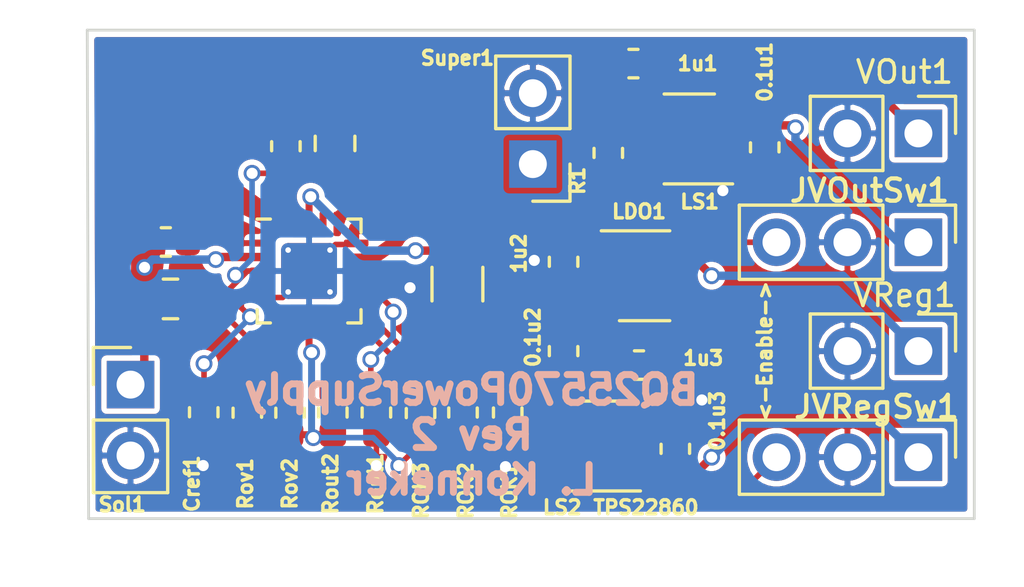
<source format=kicad_pcb>
(kicad_pcb (version 20171130) (host pcbnew 5.1.7-a382d34a8~88~ubuntu16.04.1)

  (general
    (thickness 1.6)
    (drawings 7)
    (tracks 175)
    (zones 0)
    (modules 32)
    (nets 21)
  )

  (page A4)
  (layers
    (0 F.Cu signal)
    (31 B.Cu signal)
    (32 B.Adhes user)
    (33 F.Adhes user)
    (34 B.Paste user)
    (35 F.Paste user)
    (36 B.SilkS user hide)
    (37 F.SilkS user)
    (38 B.Mask user)
    (39 F.Mask user)
    (40 Dwgs.User user)
    (41 Cmts.User user)
    (42 Eco1.User user)
    (43 Eco2.User user)
    (44 Edge.Cuts user)
    (45 Margin user)
    (46 B.CrtYd user)
    (47 F.CrtYd user)
    (48 B.Fab user)
    (49 F.Fab user)
  )

  (setup
    (last_trace_width 0.2)
    (trace_clearance 0.2)
    (zone_clearance 0.2)
    (zone_45_only no)
    (trace_min 0.2)
    (via_size 0.6)
    (via_drill 0.4)
    (via_min_size 0.4)
    (via_min_drill 0.3)
    (uvia_size 0.3)
    (uvia_drill 0.1)
    (uvias_allowed no)
    (uvia_min_size 0.2)
    (uvia_min_drill 0.1)
    (edge_width 0.1)
    (segment_width 0.2)
    (pcb_text_width 0.3)
    (pcb_text_size 1.5 1.5)
    (mod_edge_width 0.15)
    (mod_text_size 0.5 0.5)
    (mod_text_width 0.125)
    (pad_size 1.5 1.5)
    (pad_drill 0.6)
    (pad_to_mask_clearance 0)
    (aux_axis_origin 0 0)
    (visible_elements FFFDFFFF)
    (pcbplotparams
      (layerselection 0x00028_ffffffff)
      (usegerberextensions false)
      (usegerberattributes false)
      (usegerberadvancedattributes false)
      (creategerberjobfile false)
      (excludeedgelayer true)
      (linewidth 0.100000)
      (plotframeref false)
      (viasonmask false)
      (mode 1)
      (useauxorigin false)
      (hpglpennumber 1)
      (hpglpenspeed 20)
      (hpglpendiameter 15.000000)
      (psnegative false)
      (psa4output false)
      (plotreference true)
      (plotvalue false)
      (plotinvisibletext false)
      (padsonsilk false)
      (subtractmaskfromsilk false)
      (outputformat 1)
      (mirror false)
      (drillshape 0)
      (scaleselection 1)
      (outputdirectory "gerbers"))
  )

  (net 0 "")
  (net 1 GND)
  (net 2 Vbat)
  (net 3 Vin)
  (net 4 Vref)
  (net 5 Vstor)
  (net 6 Lboost)
  (net 7 Lbuck)
  (net 8 VoutSet)
  (net 9 Vrdiv)
  (net 10 Vov)
  (net 11 VOut)
  (net 12 Vreg)
  (net 13 VregSw)
  (net 14 VOutSw)
  (net 15 VRegSwEn)
  (net 16 VOutSwEn)
  (net 17 R1Pull)
  (net 18 OKProg)
  (net 19 OKHyst)
  (net 20 VBatOK)

  (net_class Default "This is the default net class."
    (clearance 0.2)
    (trace_width 0.2)
    (via_dia 0.6)
    (via_drill 0.4)
    (uvia_dia 0.3)
    (uvia_drill 0.1)
    (add_net GND)
    (add_net OKHyst)
    (add_net OKProg)
    (add_net R1Pull)
    (add_net VBatOK)
    (add_net VOutSwEn)
    (add_net VRegSwEn)
    (add_net VoutSet)
    (add_net Vov)
    (add_net Vrdiv)
    (add_net Vref)
  )

  (net_class LED ""
    (clearance 0.2)
    (trace_width 0.29)
    (via_dia 0.6)
    (via_drill 0.4)
    (uvia_dia 0.3)
    (uvia_drill 0.1)
  )

  (net_class Power ""
    (clearance 0.2)
    (trace_width 0.3)
    (via_dia 0.6)
    (via_drill 0.4)
    (uvia_dia 0.3)
    (uvia_drill 0.1)
    (add_net Lboost)
    (add_net Lbuck)
    (add_net VOut)
    (add_net VOutSw)
    (add_net Vbat)
    (add_net Vin)
    (add_net Vreg)
    (add_net VregSw)
    (add_net Vstor)
  )

  (module Package_TO_SOT_SMD:SOT-23-5 (layer F.Cu) (tedit 5A02FF57) (tstamp 6251B990)
    (at 177.2 80.8)
    (descr "5-pin SOT23 package")
    (tags SOT-23-5)
    (path /62518C58)
    (attr smd)
    (fp_text reference LDO1 (at -0.2 -2.3) (layer F.SilkS)
      (effects (font (size 0.5 0.5) (thickness 0.125)))
    )
    (fp_text value TPS7A02_3.6 (at 0 2.9) (layer F.Fab)
      (effects (font (size 1 1) (thickness 0.15)))
    )
    (fp_text user %R (at 0 0 90) (layer F.Fab)
      (effects (font (size 0.5 0.5) (thickness 0.075)))
    )
    (fp_line (start -0.9 1.61) (end 0.9 1.61) (layer F.SilkS) (width 0.12))
    (fp_line (start 0.9 -1.61) (end -1.55 -1.61) (layer F.SilkS) (width 0.12))
    (fp_line (start -1.9 -1.8) (end 1.9 -1.8) (layer F.CrtYd) (width 0.05))
    (fp_line (start 1.9 -1.8) (end 1.9 1.8) (layer F.CrtYd) (width 0.05))
    (fp_line (start 1.9 1.8) (end -1.9 1.8) (layer F.CrtYd) (width 0.05))
    (fp_line (start -1.9 1.8) (end -1.9 -1.8) (layer F.CrtYd) (width 0.05))
    (fp_line (start -0.9 -0.9) (end -0.25 -1.55) (layer F.Fab) (width 0.1))
    (fp_line (start 0.9 -1.55) (end -0.25 -1.55) (layer F.Fab) (width 0.1))
    (fp_line (start -0.9 -0.9) (end -0.9 1.55) (layer F.Fab) (width 0.1))
    (fp_line (start 0.9 1.55) (end -0.9 1.55) (layer F.Fab) (width 0.1))
    (fp_line (start 0.9 -1.55) (end 0.9 1.55) (layer F.Fab) (width 0.1))
    (pad 5 smd rect (at 1.1 -0.95) (size 1.06 0.65) (layers F.Cu F.Paste F.Mask)
      (net 12 Vreg))
    (pad 4 smd rect (at 1.1 0.95) (size 1.06 0.65) (layers F.Cu F.Paste F.Mask))
    (pad 3 smd rect (at -1.1 0.95) (size 1.06 0.65) (layers F.Cu F.Paste F.Mask)
      (net 20 VBatOK))
    (pad 2 smd rect (at -1.1 0) (size 1.06 0.65) (layers F.Cu F.Paste F.Mask)
      (net 1 GND))
    (pad 1 smd rect (at -1.1 -0.95) (size 1.06 0.65) (layers F.Cu F.Paste F.Mask)
      (net 11 VOut))
    (model ${KISYS3DMOD}/Package_TO_SOT_SMD.3dshapes/SOT-23-5.wrl
      (at (xyz 0 0 0))
      (scale (xyz 1 1 1))
      (rotate (xyz 0 0 0))
    )
  )

  (module Connector_PinHeader_2.54mm:PinHeader_1x03_P2.54mm_Vertical (layer F.Cu) (tedit 59FED5CC) (tstamp 6251B967)
    (at 187 87.3 270)
    (descr "Through hole straight pin header, 1x03, 2.54mm pitch, single row")
    (tags "Through hole pin header THT 1x03 2.54mm single row")
    (path /6250D938)
    (fp_text reference JVRegSw1 (at -1.8 1.5 180) (layer F.SilkS)
      (effects (font (size 0.8 0.8) (thickness 0.15)))
    )
    (fp_text value Conn_01x03 (at 0 7.41 90) (layer F.Fab)
      (effects (font (size 1 1) (thickness 0.15)))
    )
    (fp_text user %R (at 0 2.54) (layer F.Fab)
      (effects (font (size 1 1) (thickness 0.15)))
    )
    (fp_line (start -0.635 -1.27) (end 1.27 -1.27) (layer F.Fab) (width 0.1))
    (fp_line (start 1.27 -1.27) (end 1.27 6.35) (layer F.Fab) (width 0.1))
    (fp_line (start 1.27 6.35) (end -1.27 6.35) (layer F.Fab) (width 0.1))
    (fp_line (start -1.27 6.35) (end -1.27 -0.635) (layer F.Fab) (width 0.1))
    (fp_line (start -1.27 -0.635) (end -0.635 -1.27) (layer F.Fab) (width 0.1))
    (fp_line (start -1.33 6.41) (end 1.33 6.41) (layer F.SilkS) (width 0.12))
    (fp_line (start -1.33 1.27) (end -1.33 6.41) (layer F.SilkS) (width 0.12))
    (fp_line (start 1.33 1.27) (end 1.33 6.41) (layer F.SilkS) (width 0.12))
    (fp_line (start -1.33 1.27) (end 1.33 1.27) (layer F.SilkS) (width 0.12))
    (fp_line (start -1.33 0) (end -1.33 -1.33) (layer F.SilkS) (width 0.12))
    (fp_line (start -1.33 -1.33) (end 0 -1.33) (layer F.SilkS) (width 0.12))
    (fp_line (start -1.8 -1.8) (end -1.8 6.85) (layer F.CrtYd) (width 0.05))
    (fp_line (start -1.8 6.85) (end 1.8 6.85) (layer F.CrtYd) (width 0.05))
    (fp_line (start 1.8 6.85) (end 1.8 -1.8) (layer F.CrtYd) (width 0.05))
    (fp_line (start 1.8 -1.8) (end -1.8 -1.8) (layer F.CrtYd) (width 0.05))
    (pad 3 thru_hole oval (at 0 5.08 270) (size 1.7 1.7) (drill 1) (layers *.Cu *.Mask)
      (net 15 VRegSwEn))
    (pad 2 thru_hole oval (at 0 2.54 270) (size 1.7 1.7) (drill 1) (layers *.Cu *.Mask)
      (net 1 GND))
    (pad 1 thru_hole rect (at 0 0 270) (size 1.7 1.7) (drill 1) (layers *.Cu *.Mask)
      (net 13 VregSw))
    (model ${KISYS3DMOD}/Connector_PinHeader_2.54mm.3dshapes/PinHeader_1x03_P2.54mm_Vertical.wrl
      (at (xyz 0 0 0))
      (scale (xyz 1 1 1))
      (rotate (xyz 0 0 0))
    )
  )

  (module Connector_PinHeader_2.54mm:PinHeader_1x03_P2.54mm_Vertical (layer F.Cu) (tedit 59FED5CC) (tstamp 6251B950)
    (at 187 79.6 270)
    (descr "Through hole straight pin header, 1x03, 2.54mm pitch, single row")
    (tags "Through hole pin header THT 1x03 2.54mm single row")
    (path /6250C90E)
    (fp_text reference JVOutSw1 (at -1.85 1.75 180) (layer F.SilkS)
      (effects (font (size 0.8 0.8) (thickness 0.15)))
    )
    (fp_text value Conn_01x03 (at 0 7.41 90) (layer F.Fab)
      (effects (font (size 1 1) (thickness 0.15)))
    )
    (fp_text user %R (at 0 2.54) (layer F.Fab)
      (effects (font (size 1 1) (thickness 0.15)))
    )
    (fp_line (start -0.635 -1.27) (end 1.27 -1.27) (layer F.Fab) (width 0.1))
    (fp_line (start 1.27 -1.27) (end 1.27 6.35) (layer F.Fab) (width 0.1))
    (fp_line (start 1.27 6.35) (end -1.27 6.35) (layer F.Fab) (width 0.1))
    (fp_line (start -1.27 6.35) (end -1.27 -0.635) (layer F.Fab) (width 0.1))
    (fp_line (start -1.27 -0.635) (end -0.635 -1.27) (layer F.Fab) (width 0.1))
    (fp_line (start -1.33 6.41) (end 1.33 6.41) (layer F.SilkS) (width 0.12))
    (fp_line (start -1.33 1.27) (end -1.33 6.41) (layer F.SilkS) (width 0.12))
    (fp_line (start 1.33 1.27) (end 1.33 6.41) (layer F.SilkS) (width 0.12))
    (fp_line (start -1.33 1.27) (end 1.33 1.27) (layer F.SilkS) (width 0.12))
    (fp_line (start -1.33 0) (end -1.33 -1.33) (layer F.SilkS) (width 0.12))
    (fp_line (start -1.33 -1.33) (end 0 -1.33) (layer F.SilkS) (width 0.12))
    (fp_line (start -1.8 -1.8) (end -1.8 6.85) (layer F.CrtYd) (width 0.05))
    (fp_line (start -1.8 6.85) (end 1.8 6.85) (layer F.CrtYd) (width 0.05))
    (fp_line (start 1.8 6.85) (end 1.8 -1.8) (layer F.CrtYd) (width 0.05))
    (fp_line (start 1.8 -1.8) (end -1.8 -1.8) (layer F.CrtYd) (width 0.05))
    (pad 3 thru_hole oval (at 0 5.08 270) (size 1.7 1.7) (drill 1) (layers *.Cu *.Mask)
      (net 16 VOutSwEn))
    (pad 2 thru_hole oval (at 0 2.54 270) (size 1.7 1.7) (drill 1) (layers *.Cu *.Mask)
      (net 1 GND))
    (pad 1 thru_hole rect (at 0 0 270) (size 1.7 1.7) (drill 1) (layers *.Cu *.Mask)
      (net 14 VOutSw))
    (model ${KISYS3DMOD}/Connector_PinHeader_2.54mm.3dshapes/PinHeader_1x03_P2.54mm_Vertical.wrl
      (at (xyz 0 0 0))
      (scale (xyz 1 1 1))
      (rotate (xyz 0 0 0))
    )
  )

  (module Connector_PinHeader_2.54mm:PinHeader_1x02_P2.54mm_Vertical (layer F.Cu) (tedit 59FED5CC) (tstamp 5E94D572)
    (at 187 83.5 270)
    (descr "Through hole straight pin header, 1x02, 2.54mm pitch, single row")
    (tags "Through hole pin header THT 1x02 2.54mm single row")
    (path /5E952813)
    (fp_text reference VReg1 (at -2 0.5 180) (layer F.SilkS)
      (effects (font (size 0.8 0.8) (thickness 0.125)))
    )
    (fp_text value Conn_01x02 (at 0 4.87 90) (layer F.Fab)
      (effects (font (size 1 1) (thickness 0.15)))
    )
    (fp_line (start 1.8 -1.8) (end -1.8 -1.8) (layer F.CrtYd) (width 0.05))
    (fp_line (start 1.8 4.35) (end 1.8 -1.8) (layer F.CrtYd) (width 0.05))
    (fp_line (start -1.8 4.35) (end 1.8 4.35) (layer F.CrtYd) (width 0.05))
    (fp_line (start -1.8 -1.8) (end -1.8 4.35) (layer F.CrtYd) (width 0.05))
    (fp_line (start -1.33 -1.33) (end 0 -1.33) (layer F.SilkS) (width 0.12))
    (fp_line (start -1.33 0) (end -1.33 -1.33) (layer F.SilkS) (width 0.12))
    (fp_line (start -1.33 1.27) (end 1.33 1.27) (layer F.SilkS) (width 0.12))
    (fp_line (start 1.33 1.27) (end 1.33 3.87) (layer F.SilkS) (width 0.12))
    (fp_line (start -1.33 1.27) (end -1.33 3.87) (layer F.SilkS) (width 0.12))
    (fp_line (start -1.33 3.87) (end 1.33 3.87) (layer F.SilkS) (width 0.12))
    (fp_line (start -1.27 -0.635) (end -0.635 -1.27) (layer F.Fab) (width 0.1))
    (fp_line (start -1.27 3.81) (end -1.27 -0.635) (layer F.Fab) (width 0.1))
    (fp_line (start 1.27 3.81) (end -1.27 3.81) (layer F.Fab) (width 0.1))
    (fp_line (start 1.27 -1.27) (end 1.27 3.81) (layer F.Fab) (width 0.1))
    (fp_line (start -0.635 -1.27) (end 1.27 -1.27) (layer F.Fab) (width 0.1))
    (fp_text user %R (at 0 1.27) (layer F.Fab)
      (effects (font (size 1 1) (thickness 0.15)))
    )
    (pad 1 thru_hole rect (at 0 0 270) (size 1.7 1.7) (drill 1) (layers *.Cu *.Mask)
      (net 12 Vreg))
    (pad 2 thru_hole oval (at 0 2.54 270) (size 1.7 1.7) (drill 1) (layers *.Cu *.Mask)
      (net 1 GND))
    (model ${KISYS3DMOD}/Connector_PinHeader_2.54mm.3dshapes/PinHeader_1x02_P2.54mm_Vertical.wrl
      (at (xyz 0 0 0))
      (scale (xyz 1 1 1))
      (rotate (xyz 0 0 0))
    )
  )

  (module Connector_PinHeader_2.54mm:PinHeader_1x02_P2.54mm_Vertical (layer F.Cu) (tedit 59FED5CC) (tstamp 5E94DBB2)
    (at 187 75.7 270)
    (descr "Through hole straight pin header, 1x02, 2.54mm pitch, single row")
    (tags "Through hole pin header THT 1x02 2.54mm single row")
    (path /5E94CDD3)
    (fp_text reference VOut1 (at -2.2 0.5 180) (layer F.SilkS)
      (effects (font (size 0.8 0.8) (thickness 0.125)))
    )
    (fp_text value Conn_01x02 (at 0 4.87 90) (layer F.Fab)
      (effects (font (size 1 1) (thickness 0.15)))
    )
    (fp_line (start 1.8 -1.8) (end -1.8 -1.8) (layer F.CrtYd) (width 0.05))
    (fp_line (start 1.8 4.35) (end 1.8 -1.8) (layer F.CrtYd) (width 0.05))
    (fp_line (start -1.8 4.35) (end 1.8 4.35) (layer F.CrtYd) (width 0.05))
    (fp_line (start -1.8 -1.8) (end -1.8 4.35) (layer F.CrtYd) (width 0.05))
    (fp_line (start -1.33 -1.33) (end 0 -1.33) (layer F.SilkS) (width 0.12))
    (fp_line (start -1.33 0) (end -1.33 -1.33) (layer F.SilkS) (width 0.12))
    (fp_line (start -1.33 1.27) (end 1.33 1.27) (layer F.SilkS) (width 0.12))
    (fp_line (start 1.33 1.27) (end 1.33 3.87) (layer F.SilkS) (width 0.12))
    (fp_line (start -1.33 1.27) (end -1.33 3.87) (layer F.SilkS) (width 0.12))
    (fp_line (start -1.33 3.87) (end 1.33 3.87) (layer F.SilkS) (width 0.12))
    (fp_line (start -1.27 -0.635) (end -0.635 -1.27) (layer F.Fab) (width 0.1))
    (fp_line (start -1.27 3.81) (end -1.27 -0.635) (layer F.Fab) (width 0.1))
    (fp_line (start 1.27 3.81) (end -1.27 3.81) (layer F.Fab) (width 0.1))
    (fp_line (start 1.27 -1.27) (end 1.27 3.81) (layer F.Fab) (width 0.1))
    (fp_line (start -0.635 -1.27) (end 1.27 -1.27) (layer F.Fab) (width 0.1))
    (fp_text user %R (at 0 1.27) (layer F.Fab)
      (effects (font (size 1 1) (thickness 0.15)))
    )
    (pad 1 thru_hole rect (at 0 0 270) (size 1.7 1.7) (drill 1) (layers *.Cu *.Mask)
      (net 11 VOut))
    (pad 2 thru_hole oval (at 0 2.54 270) (size 1.7 1.7) (drill 1) (layers *.Cu *.Mask)
      (net 1 GND))
    (model ${KISYS3DMOD}/Connector_PinHeader_2.54mm.3dshapes/PinHeader_1x02_P2.54mm_Vertical.wrl
      (at (xyz 0 0 0))
      (scale (xyz 1 1 1))
      (rotate (xyz 0 0 0))
    )
  )

  (module Package_TO_SOT_SMD:SOT-23-6 (layer F.Cu) (tedit 5A02FF57) (tstamp 5E950F9E)
    (at 175.5 86.9 180)
    (descr "6-pin SOT-23 package")
    (tags SOT-23-6)
    (path /5E933FE6)
    (attr smd)
    (fp_text reference LS2 (at 1.25 -2.2) (layer F.SilkS)
      (effects (font (size 0.5 0.5) (thickness 0.125)))
    )
    (fp_text value TPS22860-SOT23-6 (at 0 2.9) (layer F.Fab)
      (effects (font (size 1 1) (thickness 0.15)))
    )
    (fp_line (start 0.9 -1.55) (end 0.9 1.55) (layer F.Fab) (width 0.1))
    (fp_line (start 0.9 1.55) (end -0.9 1.55) (layer F.Fab) (width 0.1))
    (fp_line (start -0.9 -0.9) (end -0.9 1.55) (layer F.Fab) (width 0.1))
    (fp_line (start 0.9 -1.55) (end -0.25 -1.55) (layer F.Fab) (width 0.1))
    (fp_line (start -0.9 -0.9) (end -0.25 -1.55) (layer F.Fab) (width 0.1))
    (fp_line (start -1.9 -1.8) (end -1.9 1.8) (layer F.CrtYd) (width 0.05))
    (fp_line (start -1.9 1.8) (end 1.9 1.8) (layer F.CrtYd) (width 0.05))
    (fp_line (start 1.9 1.8) (end 1.9 -1.8) (layer F.CrtYd) (width 0.05))
    (fp_line (start 1.9 -1.8) (end -1.9 -1.8) (layer F.CrtYd) (width 0.05))
    (fp_line (start 0.9 -1.61) (end -1.55 -1.61) (layer F.SilkS) (width 0.12))
    (fp_line (start -0.9 1.61) (end 0.9 1.61) (layer F.SilkS) (width 0.12))
    (fp_text user %R (at 0 0 90) (layer F.Fab)
      (effects (font (size 0.5 0.5) (thickness 0.075)))
    )
    (pad 1 smd rect (at -1.1 -0.95 180) (size 1.06 0.65) (layers F.Cu F.Paste F.Mask)
      (net 13 VregSw))
    (pad 2 smd rect (at -1.1 0 180) (size 1.06 0.65) (layers F.Cu F.Paste F.Mask)
      (net 1 GND))
    (pad 3 smd rect (at -1.1 0.95 180) (size 1.06 0.65) (layers F.Cu F.Paste F.Mask))
    (pad 4 smd rect (at 1.1 0.95 180) (size 1.06 0.65) (layers F.Cu F.Paste F.Mask)
      (net 12 Vreg))
    (pad 6 smd rect (at 1.1 -0.95 180) (size 1.06 0.65) (layers F.Cu F.Paste F.Mask)
      (net 15 VRegSwEn))
    (pad 5 smd rect (at 1.1 0 180) (size 1.06 0.65) (layers F.Cu F.Paste F.Mask)
      (net 12 Vreg))
    (model ${KISYS3DMOD}/Package_TO_SOT_SMD.3dshapes/SOT-23-6.wrl
      (at (xyz 0 0 0))
      (scale (xyz 1 1 1))
      (rotate (xyz 0 0 0))
    )
  )

  (module Package_TO_SOT_SMD:SOT-23-6 (layer F.Cu) (tedit 5A02FF57) (tstamp 5E9459AD)
    (at 178.8 75.9 180)
    (descr "6-pin SOT-23 package")
    (tags SOT-23-6)
    (path /5E92CD3B)
    (attr smd)
    (fp_text reference LS1 (at -0.37 -2.25) (layer F.SilkS)
      (effects (font (size 0.5 0.5) (thickness 0.125)))
    )
    (fp_text value TPS27081A_SOT23-6 (at 0 2.9) (layer F.Fab)
      (effects (font (size 1 1) (thickness 0.15)))
    )
    (fp_line (start 0.9 -1.55) (end 0.9 1.55) (layer F.Fab) (width 0.1))
    (fp_line (start 0.9 1.55) (end -0.9 1.55) (layer F.Fab) (width 0.1))
    (fp_line (start -0.9 -0.9) (end -0.9 1.55) (layer F.Fab) (width 0.1))
    (fp_line (start 0.9 -1.55) (end -0.25 -1.55) (layer F.Fab) (width 0.1))
    (fp_line (start -0.9 -0.9) (end -0.25 -1.55) (layer F.Fab) (width 0.1))
    (fp_line (start -1.9 -1.8) (end -1.9 1.8) (layer F.CrtYd) (width 0.05))
    (fp_line (start -1.9 1.8) (end 1.9 1.8) (layer F.CrtYd) (width 0.05))
    (fp_line (start 1.9 1.8) (end 1.9 -1.8) (layer F.CrtYd) (width 0.05))
    (fp_line (start 1.9 -1.8) (end -1.9 -1.8) (layer F.CrtYd) (width 0.05))
    (fp_line (start 0.9 -1.61) (end -1.55 -1.61) (layer F.SilkS) (width 0.12))
    (fp_line (start -0.9 1.61) (end 0.9 1.61) (layer F.SilkS) (width 0.12))
    (fp_text user %R (at 0 0 90) (layer F.Fab)
      (effects (font (size 0.5 0.5) (thickness 0.075)))
    )
    (pad 1 smd rect (at -1.1 -0.95 180) (size 1.06 0.65) (layers F.Cu F.Paste F.Mask)
      (net 1 GND))
    (pad 2 smd rect (at -1.1 0 180) (size 1.06 0.65) (layers F.Cu F.Paste F.Mask)
      (net 14 VOutSw))
    (pad 3 smd rect (at -1.1 0.95 180) (size 1.06 0.65) (layers F.Cu F.Paste F.Mask)
      (net 14 VOutSw))
    (pad 4 smd rect (at 1.1 0.95 180) (size 1.06 0.65) (layers F.Cu F.Paste F.Mask)
      (net 11 VOut))
    (pad 6 smd rect (at 1.1 -0.95 180) (size 1.06 0.65) (layers F.Cu F.Paste F.Mask)
      (net 17 R1Pull))
    (pad 5 smd rect (at 1.1 0 180) (size 1.06 0.65) (layers F.Cu F.Paste F.Mask)
      (net 16 VOutSwEn))
    (model ${KISYS3DMOD}/Package_TO_SOT_SMD.3dshapes/SOT-23-6.wrl
      (at (xyz 0 0 0))
      (scale (xyz 1 1 1))
      (rotate (xyz 0 0 0))
    )
  )

  (module Connector_PinHeader_2.54mm:PinHeader_1x02_P2.54mm_Vertical (layer F.Cu) (tedit 59FED5CC) (tstamp 5E9508F8)
    (at 173.2 76.8 180)
    (descr "Through hole straight pin header, 1x02, 2.54mm pitch, single row")
    (tags "Through hole pin header THT 1x02 2.54mm single row")
    (path /5E94BEC9)
    (fp_text reference Super1 (at 2.7 3.8) (layer F.SilkS)
      (effects (font (size 0.5 0.5) (thickness 0.125)))
    )
    (fp_text value Conn_01x02 (at 0 4.87) (layer F.Fab)
      (effects (font (size 1 1) (thickness 0.15)))
    )
    (fp_line (start 1.8 -1.8) (end -1.8 -1.8) (layer F.CrtYd) (width 0.05))
    (fp_line (start 1.8 4.35) (end 1.8 -1.8) (layer F.CrtYd) (width 0.05))
    (fp_line (start -1.8 4.35) (end 1.8 4.35) (layer F.CrtYd) (width 0.05))
    (fp_line (start -1.8 -1.8) (end -1.8 4.35) (layer F.CrtYd) (width 0.05))
    (fp_line (start -1.33 -1.33) (end 0 -1.33) (layer F.SilkS) (width 0.12))
    (fp_line (start -1.33 0) (end -1.33 -1.33) (layer F.SilkS) (width 0.12))
    (fp_line (start -1.33 1.27) (end 1.33 1.27) (layer F.SilkS) (width 0.12))
    (fp_line (start 1.33 1.27) (end 1.33 3.87) (layer F.SilkS) (width 0.12))
    (fp_line (start -1.33 1.27) (end -1.33 3.87) (layer F.SilkS) (width 0.12))
    (fp_line (start -1.33 3.87) (end 1.33 3.87) (layer F.SilkS) (width 0.12))
    (fp_line (start -1.27 -0.635) (end -0.635 -1.27) (layer F.Fab) (width 0.1))
    (fp_line (start -1.27 3.81) (end -1.27 -0.635) (layer F.Fab) (width 0.1))
    (fp_line (start 1.27 3.81) (end -1.27 3.81) (layer F.Fab) (width 0.1))
    (fp_line (start 1.27 -1.27) (end 1.27 3.81) (layer F.Fab) (width 0.1))
    (fp_line (start -0.635 -1.27) (end 1.27 -1.27) (layer F.Fab) (width 0.1))
    (fp_text user %R (at 0 1.27 90) (layer F.Fab)
      (effects (font (size 1 1) (thickness 0.15)))
    )
    (pad 1 thru_hole rect (at 0 0 180) (size 1.7 1.7) (drill 1) (layers *.Cu *.Mask)
      (net 11 VOut))
    (pad 2 thru_hole oval (at 0 2.54 180) (size 1.7 1.7) (drill 1) (layers *.Cu *.Mask)
      (net 1 GND))
    (model ${KISYS3DMOD}/Connector_PinHeader_2.54mm.3dshapes/PinHeader_1x02_P2.54mm_Vertical.wrl
      (at (xyz 0 0 0))
      (scale (xyz 1 1 1))
      (rotate (xyz 0 0 0))
    )
  )

  (module Connector_PinHeader_2.54mm:PinHeader_1x02_P2.54mm_Vertical (layer F.Cu) (tedit 59FED5CC) (tstamp 5E94593A)
    (at 158.8 84.7)
    (descr "Through hole straight pin header, 1x02, 2.54mm pitch, single row")
    (tags "Through hole pin header THT 1x02 2.54mm single row")
    (path /5E9374E3)
    (fp_text reference Sol1 (at -0.3 4.3) (layer F.SilkS)
      (effects (font (size 0.5 0.5) (thickness 0.125)))
    )
    (fp_text value Conn_01x02 (at 0 4.87) (layer F.Fab)
      (effects (font (size 1 1) (thickness 0.15)))
    )
    (fp_line (start 1.8 -1.8) (end -1.8 -1.8) (layer F.CrtYd) (width 0.05))
    (fp_line (start 1.8 4.35) (end 1.8 -1.8) (layer F.CrtYd) (width 0.05))
    (fp_line (start -1.8 4.35) (end 1.8 4.35) (layer F.CrtYd) (width 0.05))
    (fp_line (start -1.8 -1.8) (end -1.8 4.35) (layer F.CrtYd) (width 0.05))
    (fp_line (start -1.33 -1.33) (end 0 -1.33) (layer F.SilkS) (width 0.12))
    (fp_line (start -1.33 0) (end -1.33 -1.33) (layer F.SilkS) (width 0.12))
    (fp_line (start -1.33 1.27) (end 1.33 1.27) (layer F.SilkS) (width 0.12))
    (fp_line (start 1.33 1.27) (end 1.33 3.87) (layer F.SilkS) (width 0.12))
    (fp_line (start -1.33 1.27) (end -1.33 3.87) (layer F.SilkS) (width 0.12))
    (fp_line (start -1.33 3.87) (end 1.33 3.87) (layer F.SilkS) (width 0.12))
    (fp_line (start -1.27 -0.635) (end -0.635 -1.27) (layer F.Fab) (width 0.1))
    (fp_line (start -1.27 3.81) (end -1.27 -0.635) (layer F.Fab) (width 0.1))
    (fp_line (start 1.27 3.81) (end -1.27 3.81) (layer F.Fab) (width 0.1))
    (fp_line (start 1.27 -1.27) (end 1.27 3.81) (layer F.Fab) (width 0.1))
    (fp_line (start -0.635 -1.27) (end 1.27 -1.27) (layer F.Fab) (width 0.1))
    (fp_text user %R (at 0 1.27 90) (layer F.Fab)
      (effects (font (size 1 1) (thickness 0.15)))
    )
    (pad 1 thru_hole rect (at 0 0) (size 1.7 1.7) (drill 1) (layers *.Cu *.Mask)
      (net 3 Vin))
    (pad 2 thru_hole oval (at 0 2.54) (size 1.7 1.7) (drill 1) (layers *.Cu *.Mask)
      (net 1 GND))
    (model ${KISYS3DMOD}/Connector_PinHeader_2.54mm.3dshapes/PinHeader_1x02_P2.54mm_Vertical.wrl
      (at (xyz 0 0 0))
      (scale (xyz 1 1 1))
      (rotate (xyz 0 0 0))
    )
  )

  (module Resistor_SMD:R_0603_1608Metric (layer F.Cu) (tedit 5B301BBD) (tstamp 5E9458C4)
    (at 169.18 85.72 90)
    (descr "Resistor SMD 0603 (1608 Metric), square (rectangular) end terminal, IPC_7351 nominal, (Body size source: http://www.tortai-tech.com/upload/download/2011102023233369053.pdf), generated with kicad-footprint-generator")
    (tags resistor)
    (path /5E950AB5)
    (attr smd)
    (fp_text reference ROK3 (at -2.78 0.02 90) (layer F.SilkS)
      (effects (font (size 0.5 0.5) (thickness 0.125)))
    )
    (fp_text value 0.510M (at 0 1.43 90) (layer F.Fab)
      (effects (font (size 1 1) (thickness 0.15)))
    )
    (fp_line (start 1.48 0.73) (end -1.48 0.73) (layer F.CrtYd) (width 0.05))
    (fp_line (start 1.48 -0.73) (end 1.48 0.73) (layer F.CrtYd) (width 0.05))
    (fp_line (start -1.48 -0.73) (end 1.48 -0.73) (layer F.CrtYd) (width 0.05))
    (fp_line (start -1.48 0.73) (end -1.48 -0.73) (layer F.CrtYd) (width 0.05))
    (fp_line (start -0.162779 0.51) (end 0.162779 0.51) (layer F.SilkS) (width 0.12))
    (fp_line (start -0.162779 -0.51) (end 0.162779 -0.51) (layer F.SilkS) (width 0.12))
    (fp_line (start 0.8 0.4) (end -0.8 0.4) (layer F.Fab) (width 0.1))
    (fp_line (start 0.8 -0.4) (end 0.8 0.4) (layer F.Fab) (width 0.1))
    (fp_line (start -0.8 -0.4) (end 0.8 -0.4) (layer F.Fab) (width 0.1))
    (fp_line (start -0.8 0.4) (end -0.8 -0.4) (layer F.Fab) (width 0.1))
    (fp_text user %R (at 0 0 90) (layer F.Fab)
      (effects (font (size 0.4 0.4) (thickness 0.06)))
    )
    (pad 1 smd roundrect (at -0.7875 0 90) (size 0.875 0.95) (layers F.Cu F.Paste F.Mask) (roundrect_rratio 0.25)
      (net 9 Vrdiv))
    (pad 2 smd roundrect (at 0.7875 0 90) (size 0.875 0.95) (layers F.Cu F.Paste F.Mask) (roundrect_rratio 0.25)
      (net 19 OKHyst))
    (model ${KISYS3DMOD}/Resistor_SMD.3dshapes/R_0603_1608Metric.wrl
      (at (xyz 0 0 0))
      (scale (xyz 1 1 1))
      (rotate (xyz 0 0 0))
    )
  )

  (module Resistor_SMD:R_0603_1608Metric (layer F.Cu) (tedit 5B301BBD) (tstamp 5E9458B3)
    (at 170.7 85.7 270)
    (descr "Resistor SMD 0603 (1608 Metric), square (rectangular) end terminal, IPC_7351 nominal, (Body size source: http://www.tortai-tech.com/upload/download/2011102023233369053.pdf), generated with kicad-footprint-generator")
    (tags resistor)
    (path /5E94E2C5)
    (attr smd)
    (fp_text reference ROK2 (at 2.8 -0.1 90) (layer F.SilkS)
      (effects (font (size 0.5 0.5) (thickness 0.125)))
    )
    (fp_text value 4,42M (at 0 1.43 90) (layer F.Fab)
      (effects (font (size 1 1) (thickness 0.15)))
    )
    (fp_line (start 1.48 0.73) (end -1.48 0.73) (layer F.CrtYd) (width 0.05))
    (fp_line (start 1.48 -0.73) (end 1.48 0.73) (layer F.CrtYd) (width 0.05))
    (fp_line (start -1.48 -0.73) (end 1.48 -0.73) (layer F.CrtYd) (width 0.05))
    (fp_line (start -1.48 0.73) (end -1.48 -0.73) (layer F.CrtYd) (width 0.05))
    (fp_line (start -0.162779 0.51) (end 0.162779 0.51) (layer F.SilkS) (width 0.12))
    (fp_line (start -0.162779 -0.51) (end 0.162779 -0.51) (layer F.SilkS) (width 0.12))
    (fp_line (start 0.8 0.4) (end -0.8 0.4) (layer F.Fab) (width 0.1))
    (fp_line (start 0.8 -0.4) (end 0.8 0.4) (layer F.Fab) (width 0.1))
    (fp_line (start -0.8 -0.4) (end 0.8 -0.4) (layer F.Fab) (width 0.1))
    (fp_line (start -0.8 0.4) (end -0.8 -0.4) (layer F.Fab) (width 0.1))
    (fp_text user %R (at 0 0 90) (layer F.Fab)
      (effects (font (size 0.4 0.4) (thickness 0.06)))
    )
    (pad 1 smd roundrect (at -0.7875 0 270) (size 0.875 0.95) (layers F.Cu F.Paste F.Mask) (roundrect_rratio 0.25)
      (net 19 OKHyst))
    (pad 2 smd roundrect (at 0.7875 0 270) (size 0.875 0.95) (layers F.Cu F.Paste F.Mask) (roundrect_rratio 0.25)
      (net 18 OKProg))
    (model ${KISYS3DMOD}/Resistor_SMD.3dshapes/R_0603_1608Metric.wrl
      (at (xyz 0 0 0))
      (scale (xyz 1 1 1))
      (rotate (xyz 0 0 0))
    )
  )

  (module Resistor_SMD:R_0603_1608Metric (layer F.Cu) (tedit 5B301BBD) (tstamp 5E9465F7)
    (at 172.3 85.7 270)
    (descr "Resistor SMD 0603 (1608 Metric), square (rectangular) end terminal, IPC_7351 nominal, (Body size source: http://www.tortai-tech.com/upload/download/2011102023233369053.pdf), generated with kicad-footprint-generator")
    (tags resistor)
    (path /5E94E2D1)
    (attr smd)
    (fp_text reference ROK1 (at 2.8 -0.06 90) (layer F.SilkS)
      (effects (font (size 0.5 0.5) (thickness 0.125)))
    )
    (fp_text value 6.49M (at 0 1.43 90) (layer F.Fab)
      (effects (font (size 1 1) (thickness 0.15)))
    )
    (fp_line (start 1.48 0.73) (end -1.48 0.73) (layer F.CrtYd) (width 0.05))
    (fp_line (start 1.48 -0.73) (end 1.48 0.73) (layer F.CrtYd) (width 0.05))
    (fp_line (start -1.48 -0.73) (end 1.48 -0.73) (layer F.CrtYd) (width 0.05))
    (fp_line (start -1.48 0.73) (end -1.48 -0.73) (layer F.CrtYd) (width 0.05))
    (fp_line (start -0.162779 0.51) (end 0.162779 0.51) (layer F.SilkS) (width 0.12))
    (fp_line (start -0.162779 -0.51) (end 0.162779 -0.51) (layer F.SilkS) (width 0.12))
    (fp_line (start 0.8 0.4) (end -0.8 0.4) (layer F.Fab) (width 0.1))
    (fp_line (start 0.8 -0.4) (end 0.8 0.4) (layer F.Fab) (width 0.1))
    (fp_line (start -0.8 -0.4) (end 0.8 -0.4) (layer F.Fab) (width 0.1))
    (fp_line (start -0.8 0.4) (end -0.8 -0.4) (layer F.Fab) (width 0.1))
    (fp_text user %R (at 0 0 90) (layer F.Fab)
      (effects (font (size 0.4 0.4) (thickness 0.06)))
    )
    (pad 1 smd roundrect (at -0.7875 0 270) (size 0.875 0.95) (layers F.Cu F.Paste F.Mask) (roundrect_rratio 0.25)
      (net 18 OKProg))
    (pad 2 smd roundrect (at 0.7875 0 270) (size 0.875 0.95) (layers F.Cu F.Paste F.Mask) (roundrect_rratio 0.25)
      (net 1 GND))
    (model ${KISYS3DMOD}/Resistor_SMD.3dshapes/R_0603_1608Metric.wrl
      (at (xyz 0 0 0))
      (scale (xyz 1 1 1))
      (rotate (xyz 0 0 0))
    )
  )

  (module Resistor_SMD:R_0603_1608Metric (layer F.Cu) (tedit 5B301BBD) (tstamp 5E945891)
    (at 175.9 76.4 90)
    (descr "Resistor SMD 0603 (1608 Metric), square (rectangular) end terminal, IPC_7351 nominal, (Body size source: http://www.tortai-tech.com/upload/download/2011102023233369053.pdf), generated with kicad-footprint-generator")
    (tags resistor)
    (path /5E9386D1)
    (attr smd)
    (fp_text reference R1 (at -1 -1.1 90) (layer F.SilkS)
      (effects (font (size 0.5 0.5) (thickness 0.125)))
    )
    (fp_text value 10k (at 0 1.43 90) (layer F.Fab)
      (effects (font (size 1 1) (thickness 0.15)))
    )
    (fp_line (start 1.48 0.73) (end -1.48 0.73) (layer F.CrtYd) (width 0.05))
    (fp_line (start 1.48 -0.73) (end 1.48 0.73) (layer F.CrtYd) (width 0.05))
    (fp_line (start -1.48 -0.73) (end 1.48 -0.73) (layer F.CrtYd) (width 0.05))
    (fp_line (start -1.48 0.73) (end -1.48 -0.73) (layer F.CrtYd) (width 0.05))
    (fp_line (start -0.162779 0.51) (end 0.162779 0.51) (layer F.SilkS) (width 0.12))
    (fp_line (start -0.162779 -0.51) (end 0.162779 -0.51) (layer F.SilkS) (width 0.12))
    (fp_line (start 0.8 0.4) (end -0.8 0.4) (layer F.Fab) (width 0.1))
    (fp_line (start 0.8 -0.4) (end 0.8 0.4) (layer F.Fab) (width 0.1))
    (fp_line (start -0.8 -0.4) (end 0.8 -0.4) (layer F.Fab) (width 0.1))
    (fp_line (start -0.8 0.4) (end -0.8 -0.4) (layer F.Fab) (width 0.1))
    (fp_text user %R (at 0 0 90) (layer F.Fab)
      (effects (font (size 0.4 0.4) (thickness 0.06)))
    )
    (pad 1 smd roundrect (at -0.7875 0 90) (size 0.875 0.95) (layers F.Cu F.Paste F.Mask) (roundrect_rratio 0.25)
      (net 17 R1Pull))
    (pad 2 smd roundrect (at 0.7875 0 90) (size 0.875 0.95) (layers F.Cu F.Paste F.Mask) (roundrect_rratio 0.25)
      (net 11 VOut))
    (model ${KISYS3DMOD}/Resistor_SMD.3dshapes/R_0603_1608Metric.wrl
      (at (xyz 0 0 0))
      (scale (xyz 1 1 1))
      (rotate (xyz 0 0 0))
    )
  )

  (module Capacitor_SMD:C_0603_1608Metric (layer F.Cu) (tedit 5B301BBE) (tstamp 5E945855)
    (at 181.5 76.2 270)
    (descr "Capacitor SMD 0603 (1608 Metric), square (rectangular) end terminal, IPC_7351 nominal, (Body size source: http://www.tortai-tech.com/upload/download/2011102023233369053.pdf), generated with kicad-footprint-generator")
    (tags capacitor)
    (path /5E944CCA)
    (attr smd)
    (fp_text reference 0.1u1 (at -2.7 0 270) (layer F.SilkS)
      (effects (font (size 0.5 0.5) (thickness 0.125)))
    )
    (fp_text value 0.1uF (at 0 1.43 90) (layer F.Fab)
      (effects (font (size 1 1) (thickness 0.15)))
    )
    (fp_line (start 1.48 0.73) (end -1.48 0.73) (layer F.CrtYd) (width 0.05))
    (fp_line (start 1.48 -0.73) (end 1.48 0.73) (layer F.CrtYd) (width 0.05))
    (fp_line (start -1.48 -0.73) (end 1.48 -0.73) (layer F.CrtYd) (width 0.05))
    (fp_line (start -1.48 0.73) (end -1.48 -0.73) (layer F.CrtYd) (width 0.05))
    (fp_line (start -0.162779 0.51) (end 0.162779 0.51) (layer F.SilkS) (width 0.12))
    (fp_line (start -0.162779 -0.51) (end 0.162779 -0.51) (layer F.SilkS) (width 0.12))
    (fp_line (start 0.8 0.4) (end -0.8 0.4) (layer F.Fab) (width 0.1))
    (fp_line (start 0.8 -0.4) (end 0.8 0.4) (layer F.Fab) (width 0.1))
    (fp_line (start -0.8 -0.4) (end 0.8 -0.4) (layer F.Fab) (width 0.1))
    (fp_line (start -0.8 0.4) (end -0.8 -0.4) (layer F.Fab) (width 0.1))
    (fp_text user %R (at 0 0 90) (layer F.Fab)
      (effects (font (size 0.4 0.4) (thickness 0.06)))
    )
    (pad 1 smd roundrect (at -0.7875 0 270) (size 0.875 0.95) (layers F.Cu F.Paste F.Mask) (roundrect_rratio 0.25)
      (net 14 VOutSw))
    (pad 2 smd roundrect (at 0.7875 0 270) (size 0.875 0.95) (layers F.Cu F.Paste F.Mask) (roundrect_rratio 0.25)
      (net 1 GND))
    (model ${KISYS3DMOD}/Capacitor_SMD.3dshapes/C_0603_1608Metric.wrl
      (at (xyz 0 0 0))
      (scale (xyz 1 1 1))
      (rotate (xyz 0 0 0))
    )
  )

  (module Capacitor_SMD:C_0603_1608Metric (layer F.Cu) (tedit 5B301BBE) (tstamp 5E945844)
    (at 178.3 87 90)
    (descr "Capacitor SMD 0603 (1608 Metric), square (rectangular) end terminal, IPC_7351 nominal, (Body size source: http://www.tortai-tech.com/upload/download/2011102023233369053.pdf), generated with kicad-footprint-generator")
    (tags capacitor)
    (path /5E94603A)
    (attr smd)
    (fp_text reference 0.1u3 (at 1 1.5 90) (layer F.SilkS)
      (effects (font (size 0.5 0.5) (thickness 0.125)))
    )
    (fp_text value 0.1uF (at 0 1.43 90) (layer F.Fab)
      (effects (font (size 1 1) (thickness 0.15)))
    )
    (fp_line (start 1.48 0.73) (end -1.48 0.73) (layer F.CrtYd) (width 0.05))
    (fp_line (start 1.48 -0.73) (end 1.48 0.73) (layer F.CrtYd) (width 0.05))
    (fp_line (start -1.48 -0.73) (end 1.48 -0.73) (layer F.CrtYd) (width 0.05))
    (fp_line (start -1.48 0.73) (end -1.48 -0.73) (layer F.CrtYd) (width 0.05))
    (fp_line (start -0.162779 0.51) (end 0.162779 0.51) (layer F.SilkS) (width 0.12))
    (fp_line (start -0.162779 -0.51) (end 0.162779 -0.51) (layer F.SilkS) (width 0.12))
    (fp_line (start 0.8 0.4) (end -0.8 0.4) (layer F.Fab) (width 0.1))
    (fp_line (start 0.8 -0.4) (end 0.8 0.4) (layer F.Fab) (width 0.1))
    (fp_line (start -0.8 -0.4) (end 0.8 -0.4) (layer F.Fab) (width 0.1))
    (fp_line (start -0.8 0.4) (end -0.8 -0.4) (layer F.Fab) (width 0.1))
    (fp_text user %R (at 0 0 90) (layer F.Fab)
      (effects (font (size 0.4 0.4) (thickness 0.06)))
    )
    (pad 1 smd roundrect (at -0.7875 0 90) (size 0.875 0.95) (layers F.Cu F.Paste F.Mask) (roundrect_rratio 0.25)
      (net 13 VregSw))
    (pad 2 smd roundrect (at 0.7875 0 90) (size 0.875 0.95) (layers F.Cu F.Paste F.Mask) (roundrect_rratio 0.25)
      (net 1 GND))
    (model ${KISYS3DMOD}/Capacitor_SMD.3dshapes/C_0603_1608Metric.wrl
      (at (xyz 0 0 0))
      (scale (xyz 1 1 1))
      (rotate (xyz 0 0 0))
    )
  )

  (module Capacitor_SMD:C_0603_1608Metric (layer F.Cu) (tedit 5B301BBE) (tstamp 5E945833)
    (at 176.8 73.2 180)
    (descr "Capacitor SMD 0603 (1608 Metric), square (rectangular) end terminal, IPC_7351 nominal, (Body size source: http://www.tortai-tech.com/upload/download/2011102023233369053.pdf), generated with kicad-footprint-generator")
    (tags capacitor)
    (path /5E9348C3)
    (attr smd)
    (fp_text reference 1u1 (at -2.3 0) (layer F.SilkS)
      (effects (font (size 0.5 0.5) (thickness 0.125)))
    )
    (fp_text value 1uF (at 0 1.43) (layer F.Fab)
      (effects (font (size 1 1) (thickness 0.15)))
    )
    (fp_line (start 1.48 0.73) (end -1.48 0.73) (layer F.CrtYd) (width 0.05))
    (fp_line (start 1.48 -0.73) (end 1.48 0.73) (layer F.CrtYd) (width 0.05))
    (fp_line (start -1.48 -0.73) (end 1.48 -0.73) (layer F.CrtYd) (width 0.05))
    (fp_line (start -1.48 0.73) (end -1.48 -0.73) (layer F.CrtYd) (width 0.05))
    (fp_line (start -0.162779 0.51) (end 0.162779 0.51) (layer F.SilkS) (width 0.12))
    (fp_line (start -0.162779 -0.51) (end 0.162779 -0.51) (layer F.SilkS) (width 0.12))
    (fp_line (start 0.8 0.4) (end -0.8 0.4) (layer F.Fab) (width 0.1))
    (fp_line (start 0.8 -0.4) (end 0.8 0.4) (layer F.Fab) (width 0.1))
    (fp_line (start -0.8 -0.4) (end 0.8 -0.4) (layer F.Fab) (width 0.1))
    (fp_line (start -0.8 0.4) (end -0.8 -0.4) (layer F.Fab) (width 0.1))
    (fp_text user %R (at 0 0) (layer F.Fab)
      (effects (font (size 0.4 0.4) (thickness 0.06)))
    )
    (pad 1 smd roundrect (at -0.7875 0 180) (size 0.875 0.95) (layers F.Cu F.Paste F.Mask) (roundrect_rratio 0.25)
      (net 11 VOut))
    (pad 2 smd roundrect (at 0.7875 0 180) (size 0.875 0.95) (layers F.Cu F.Paste F.Mask) (roundrect_rratio 0.25)
      (net 1 GND))
    (model ${KISYS3DMOD}/Capacitor_SMD.3dshapes/C_0603_1608Metric.wrl
      (at (xyz 0 0 0))
      (scale (xyz 1 1 1))
      (rotate (xyz 0 0 0))
    )
  )

  (module Capacitor_SMD:C_0603_1608Metric (layer F.Cu) (tedit 5B301BBE) (tstamp 5E950C88)
    (at 177 84)
    (descr "Capacitor SMD 0603 (1608 Metric), square (rectangular) end terminal, IPC_7351 nominal, (Body size source: http://www.tortai-tech.com/upload/download/2011102023233369053.pdf), generated with kicad-footprint-generator")
    (tags capacitor)
    (path /5E946025)
    (attr smd)
    (fp_text reference 1u3 (at 2.3 -0.25) (layer F.SilkS)
      (effects (font (size 0.5 0.5) (thickness 0.125)))
    )
    (fp_text value 1uF (at 0 1.43) (layer F.Fab)
      (effects (font (size 1 1) (thickness 0.15)))
    )
    (fp_line (start 1.48 0.73) (end -1.48 0.73) (layer F.CrtYd) (width 0.05))
    (fp_line (start 1.48 -0.73) (end 1.48 0.73) (layer F.CrtYd) (width 0.05))
    (fp_line (start -1.48 -0.73) (end 1.48 -0.73) (layer F.CrtYd) (width 0.05))
    (fp_line (start -1.48 0.73) (end -1.48 -0.73) (layer F.CrtYd) (width 0.05))
    (fp_line (start -0.162779 0.51) (end 0.162779 0.51) (layer F.SilkS) (width 0.12))
    (fp_line (start -0.162779 -0.51) (end 0.162779 -0.51) (layer F.SilkS) (width 0.12))
    (fp_line (start 0.8 0.4) (end -0.8 0.4) (layer F.Fab) (width 0.1))
    (fp_line (start 0.8 -0.4) (end 0.8 0.4) (layer F.Fab) (width 0.1))
    (fp_line (start -0.8 -0.4) (end 0.8 -0.4) (layer F.Fab) (width 0.1))
    (fp_line (start -0.8 0.4) (end -0.8 -0.4) (layer F.Fab) (width 0.1))
    (fp_text user %R (at 0 0) (layer F.Fab)
      (effects (font (size 0.4 0.4) (thickness 0.06)))
    )
    (pad 1 smd roundrect (at -0.7875 0) (size 0.875 0.95) (layers F.Cu F.Paste F.Mask) (roundrect_rratio 0.25)
      (net 12 Vreg))
    (pad 2 smd roundrect (at 0.7875 0) (size 0.875 0.95) (layers F.Cu F.Paste F.Mask) (roundrect_rratio 0.25)
      (net 1 GND))
    (model ${KISYS3DMOD}/Capacitor_SMD.3dshapes/C_0603_1608Metric.wrl
      (at (xyz 0 0 0))
      (scale (xyz 1 1 1))
      (rotate (xyz 0 0 0))
    )
  )

  (module Capacitor_SMD:C_0603_1608Metric (layer F.Cu) (tedit 5B301BBE) (tstamp 5E94579F)
    (at 174.3 83.5 90)
    (descr "Capacitor SMD 0603 (1608 Metric), square (rectangular) end terminal, IPC_7351 nominal, (Body size source: http://www.tortai-tech.com/upload/download/2011102023233369053.pdf), generated with kicad-footprint-generator")
    (tags capacitor)
    (path /5E941AAE)
    (attr smd)
    (fp_text reference 0.1u2 (at 0.5 -1.1 90) (layer F.SilkS)
      (effects (font (size 0.5 0.5) (thickness 0.125)))
    )
    (fp_text value 0.1uF (at 0 1.43 90) (layer F.Fab)
      (effects (font (size 1 1) (thickness 0.15)))
    )
    (fp_line (start 1.48 0.73) (end -1.48 0.73) (layer F.CrtYd) (width 0.05))
    (fp_line (start 1.48 -0.73) (end 1.48 0.73) (layer F.CrtYd) (width 0.05))
    (fp_line (start -1.48 -0.73) (end 1.48 -0.73) (layer F.CrtYd) (width 0.05))
    (fp_line (start -1.48 0.73) (end -1.48 -0.73) (layer F.CrtYd) (width 0.05))
    (fp_line (start -0.162779 0.51) (end 0.162779 0.51) (layer F.SilkS) (width 0.12))
    (fp_line (start -0.162779 -0.51) (end 0.162779 -0.51) (layer F.SilkS) (width 0.12))
    (fp_line (start 0.8 0.4) (end -0.8 0.4) (layer F.Fab) (width 0.1))
    (fp_line (start 0.8 -0.4) (end 0.8 0.4) (layer F.Fab) (width 0.1))
    (fp_line (start -0.8 -0.4) (end 0.8 -0.4) (layer F.Fab) (width 0.1))
    (fp_line (start -0.8 0.4) (end -0.8 -0.4) (layer F.Fab) (width 0.1))
    (fp_text user %R (at 0 0 90) (layer F.Fab)
      (effects (font (size 0.4 0.4) (thickness 0.06)))
    )
    (pad 1 smd roundrect (at -0.7875 0 90) (size 0.875 0.95) (layers F.Cu F.Paste F.Mask) (roundrect_rratio 0.25)
      (net 12 Vreg))
    (pad 2 smd roundrect (at 0.7875 0 90) (size 0.875 0.95) (layers F.Cu F.Paste F.Mask) (roundrect_rratio 0.25)
      (net 1 GND))
    (model ${KISYS3DMOD}/Capacitor_SMD.3dshapes/C_0603_1608Metric.wrl
      (at (xyz 0 0 0))
      (scale (xyz 1 1 1))
      (rotate (xyz 0 0 0))
    )
  )

  (module Capacitor_SMD:C_0603_1608Metric (layer F.Cu) (tedit 5B301BBE) (tstamp 5E94578E)
    (at 174.3 80.3 270)
    (descr "Capacitor SMD 0603 (1608 Metric), square (rectangular) end terminal, IPC_7351 nominal, (Body size source: http://www.tortai-tech.com/upload/download/2011102023233369053.pdf), generated with kicad-footprint-generator")
    (tags capacitor)
    (path /5E940C1D)
    (attr smd)
    (fp_text reference 1u2 (at -0.3 1.6 90) (layer F.SilkS)
      (effects (font (size 0.5 0.5) (thickness 0.125)))
    )
    (fp_text value 1uF (at 0 1.43 90) (layer F.Fab)
      (effects (font (size 1 1) (thickness 0.15)))
    )
    (fp_line (start 1.48 0.73) (end -1.48 0.73) (layer F.CrtYd) (width 0.05))
    (fp_line (start 1.48 -0.73) (end 1.48 0.73) (layer F.CrtYd) (width 0.05))
    (fp_line (start -1.48 -0.73) (end 1.48 -0.73) (layer F.CrtYd) (width 0.05))
    (fp_line (start -1.48 0.73) (end -1.48 -0.73) (layer F.CrtYd) (width 0.05))
    (fp_line (start -0.162779 0.51) (end 0.162779 0.51) (layer F.SilkS) (width 0.12))
    (fp_line (start -0.162779 -0.51) (end 0.162779 -0.51) (layer F.SilkS) (width 0.12))
    (fp_line (start 0.8 0.4) (end -0.8 0.4) (layer F.Fab) (width 0.1))
    (fp_line (start 0.8 -0.4) (end 0.8 0.4) (layer F.Fab) (width 0.1))
    (fp_line (start -0.8 -0.4) (end 0.8 -0.4) (layer F.Fab) (width 0.1))
    (fp_line (start -0.8 0.4) (end -0.8 -0.4) (layer F.Fab) (width 0.1))
    (fp_text user %R (at 0 0 90) (layer F.Fab)
      (effects (font (size 0.4 0.4) (thickness 0.06)))
    )
    (pad 1 smd roundrect (at -0.7875 0 270) (size 0.875 0.95) (layers F.Cu F.Paste F.Mask) (roundrect_rratio 0.25)
      (net 11 VOut))
    (pad 2 smd roundrect (at 0.7875 0 270) (size 0.875 0.95) (layers F.Cu F.Paste F.Mask) (roundrect_rratio 0.25)
      (net 1 GND))
    (model ${KISYS3DMOD}/Capacitor_SMD.3dshapes/C_0603_1608Metric.wrl
      (at (xyz 0 0 0))
      (scale (xyz 1 1 1))
      (rotate (xyz 0 0 0))
    )
  )

  (module Capacitor_SMD:C_0805_2012Metric (layer F.Cu) (tedit 5B36C52B) (tstamp 5D0A37A6)
    (at 160.23 81.63)
    (descr "Capacitor SMD 0805 (2012 Metric), square (rectangular) end terminal, IPC_7351 nominal, (Body size source: https://docs.google.com/spreadsheets/d/1BsfQQcO9C6DZCsRaXUlFlo91Tg2WpOkGARC1WS5S8t0/edit?usp=sharing), generated with kicad-footprint-generator")
    (tags capacitor)
    (path /5D08FA6D)
    (attr smd)
    (fp_text reference Cin1 (at 0 -1.65) (layer F.SilkS) hide
      (effects (font (size 0.5 0.5) (thickness 0.125)))
    )
    (fp_text value 4.7uF (at 0 1.65) (layer F.Fab)
      (effects (font (size 1 1) (thickness 0.15)))
    )
    (fp_line (start -1 0.6) (end -1 -0.6) (layer F.Fab) (width 0.1))
    (fp_line (start -1 -0.6) (end 1 -0.6) (layer F.Fab) (width 0.1))
    (fp_line (start 1 -0.6) (end 1 0.6) (layer F.Fab) (width 0.1))
    (fp_line (start 1 0.6) (end -1 0.6) (layer F.Fab) (width 0.1))
    (fp_line (start -0.258578 -0.71) (end 0.258578 -0.71) (layer F.SilkS) (width 0.12))
    (fp_line (start -0.258578 0.71) (end 0.258578 0.71) (layer F.SilkS) (width 0.12))
    (fp_line (start -1.68 0.95) (end -1.68 -0.95) (layer F.CrtYd) (width 0.05))
    (fp_line (start -1.68 -0.95) (end 1.68 -0.95) (layer F.CrtYd) (width 0.05))
    (fp_line (start 1.68 -0.95) (end 1.68 0.95) (layer F.CrtYd) (width 0.05))
    (fp_line (start 1.68 0.95) (end -1.68 0.95) (layer F.CrtYd) (width 0.05))
    (fp_text user %R (at 0 0) (layer F.Fab)
      (effects (font (size 0.5 0.5) (thickness 0.08)))
    )
    (pad 2 smd roundrect (at 0.9375 0) (size 0.975 1.4) (layers F.Cu F.Paste F.Mask) (roundrect_rratio 0.25)
      (net 1 GND))
    (pad 1 smd roundrect (at -0.9375 0) (size 0.975 1.4) (layers F.Cu F.Paste F.Mask) (roundrect_rratio 0.25)
      (net 3 Vin))
    (model ${KISYS3DMOD}/Capacitor_SMD.3dshapes/C_0805_2012Metric.wrl
      (at (xyz 0 0 0))
      (scale (xyz 1 1 1))
      (rotate (xyz 0 0 0))
    )
  )

  (module Capacitor_SMD:C_0603_1608Metric (layer F.Cu) (tedit 5B301BBE) (tstamp 5D0A3776)
    (at 160.0625 79.59)
    (descr "Capacitor SMD 0603 (1608 Metric), square (rectangular) end terminal, IPC_7351 nominal, (Body size source: http://www.tortai-tech.com/upload/download/2011102023233369053.pdf), generated with kicad-footprint-generator")
    (tags capacitor)
    (path /5D09D803)
    (attr smd)
    (fp_text reference 0.1u4 (at 0 -1.43) (layer F.SilkS) hide
      (effects (font (size 0.5 0.5) (thickness 0.125)))
    )
    (fp_text value 0.1uF (at 0 1.43) (layer F.Fab)
      (effects (font (size 1 1) (thickness 0.15)))
    )
    (fp_line (start -0.8 0.4) (end -0.8 -0.4) (layer F.Fab) (width 0.1))
    (fp_line (start -0.8 -0.4) (end 0.8 -0.4) (layer F.Fab) (width 0.1))
    (fp_line (start 0.8 -0.4) (end 0.8 0.4) (layer F.Fab) (width 0.1))
    (fp_line (start 0.8 0.4) (end -0.8 0.4) (layer F.Fab) (width 0.1))
    (fp_line (start -0.162779 -0.51) (end 0.162779 -0.51) (layer F.SilkS) (width 0.12))
    (fp_line (start -0.162779 0.51) (end 0.162779 0.51) (layer F.SilkS) (width 0.12))
    (fp_line (start -1.48 0.73) (end -1.48 -0.73) (layer F.CrtYd) (width 0.05))
    (fp_line (start -1.48 -0.73) (end 1.48 -0.73) (layer F.CrtYd) (width 0.05))
    (fp_line (start 1.48 -0.73) (end 1.48 0.73) (layer F.CrtYd) (width 0.05))
    (fp_line (start 1.48 0.73) (end -1.48 0.73) (layer F.CrtYd) (width 0.05))
    (fp_text user %R (at 0 0) (layer F.Fab)
      (effects (font (size 0.4 0.4) (thickness 0.06)))
    )
    (pad 2 smd roundrect (at 0.7875 0) (size 0.875 0.95) (layers F.Cu F.Paste F.Mask) (roundrect_rratio 0.25)
      (net 1 GND))
    (pad 1 smd roundrect (at -0.7875 0) (size 0.875 0.95) (layers F.Cu F.Paste F.Mask) (roundrect_rratio 0.25)
      (net 3 Vin))
    (model ${KISYS3DMOD}/Capacitor_SMD.3dshapes/C_0603_1608Metric.wrl
      (at (xyz 0 0 0))
      (scale (xyz 1 1 1))
      (rotate (xyz 0 0 0))
    )
  )

  (module Capacitor_SMD:C_0603_1608Metric (layer F.Cu) (tedit 5B301BBE) (tstamp 5D0A3716)
    (at 161.42 85.69 270)
    (descr "Capacitor SMD 0603 (1608 Metric), square (rectangular) end terminal, IPC_7351 nominal, (Body size source: http://www.tortai-tech.com/upload/download/2011102023233369053.pdf), generated with kicad-footprint-generator")
    (tags capacitor)
    (path /5D093110)
    (attr smd)
    (fp_text reference Cref1 (at 2.56 0.42 90) (layer F.SilkS)
      (effects (font (size 0.5 0.5) (thickness 0.125)))
    )
    (fp_text value 0.01uF (at 0 1.43 90) (layer F.Fab)
      (effects (font (size 1 1) (thickness 0.15)))
    )
    (fp_line (start 1.48 0.73) (end -1.48 0.73) (layer F.CrtYd) (width 0.05))
    (fp_line (start 1.48 -0.73) (end 1.48 0.73) (layer F.CrtYd) (width 0.05))
    (fp_line (start -1.48 -0.73) (end 1.48 -0.73) (layer F.CrtYd) (width 0.05))
    (fp_line (start -1.48 0.73) (end -1.48 -0.73) (layer F.CrtYd) (width 0.05))
    (fp_line (start -0.162779 0.51) (end 0.162779 0.51) (layer F.SilkS) (width 0.12))
    (fp_line (start -0.162779 -0.51) (end 0.162779 -0.51) (layer F.SilkS) (width 0.12))
    (fp_line (start 0.8 0.4) (end -0.8 0.4) (layer F.Fab) (width 0.1))
    (fp_line (start 0.8 -0.4) (end 0.8 0.4) (layer F.Fab) (width 0.1))
    (fp_line (start -0.8 -0.4) (end 0.8 -0.4) (layer F.Fab) (width 0.1))
    (fp_line (start -0.8 0.4) (end -0.8 -0.4) (layer F.Fab) (width 0.1))
    (fp_text user %R (at 0 0 90) (layer F.Fab)
      (effects (font (size 0.4 0.4) (thickness 0.06)))
    )
    (pad 1 smd roundrect (at -0.7875 0 270) (size 0.875 0.95) (layers F.Cu F.Paste F.Mask) (roundrect_rratio 0.25)
      (net 4 Vref))
    (pad 2 smd roundrect (at 0.7875 0 270) (size 0.875 0.95) (layers F.Cu F.Paste F.Mask) (roundrect_rratio 0.25)
      (net 1 GND))
    (model ${KISYS3DMOD}/Capacitor_SMD.3dshapes/C_0603_1608Metric.wrl
      (at (xyz 0 0 0))
      (scale (xyz 1 1 1))
      (rotate (xyz 0 0 0))
    )
  )

  (module Capacitor_SMD:C_0805_2012Metric (layer F.Cu) (tedit 5B36C52B) (tstamp 5D0A36E6)
    (at 166.12 76.06 90)
    (descr "Capacitor SMD 0805 (2012 Metric), square (rectangular) end terminal, IPC_7351 nominal, (Body size source: https://docs.google.com/spreadsheets/d/1BsfQQcO9C6DZCsRaXUlFlo91Tg2WpOkGARC1WS5S8t0/edit?usp=sharing), generated with kicad-footprint-generator")
    (tags capacitor)
    (path /5D083F86)
    (attr smd)
    (fp_text reference Cstor1 (at 0 -1.65 90) (layer F.SilkS) hide
      (effects (font (size 0.5 0.5) (thickness 0.125)))
    )
    (fp_text value 4.7uF (at 0 1.65 90) (layer F.Fab)
      (effects (font (size 1 1) (thickness 0.15)))
    )
    (fp_line (start -1 0.6) (end -1 -0.6) (layer F.Fab) (width 0.1))
    (fp_line (start -1 -0.6) (end 1 -0.6) (layer F.Fab) (width 0.1))
    (fp_line (start 1 -0.6) (end 1 0.6) (layer F.Fab) (width 0.1))
    (fp_line (start 1 0.6) (end -1 0.6) (layer F.Fab) (width 0.1))
    (fp_line (start -0.258578 -0.71) (end 0.258578 -0.71) (layer F.SilkS) (width 0.12))
    (fp_line (start -0.258578 0.71) (end 0.258578 0.71) (layer F.SilkS) (width 0.12))
    (fp_line (start -1.68 0.95) (end -1.68 -0.95) (layer F.CrtYd) (width 0.05))
    (fp_line (start -1.68 -0.95) (end 1.68 -0.95) (layer F.CrtYd) (width 0.05))
    (fp_line (start 1.68 -0.95) (end 1.68 0.95) (layer F.CrtYd) (width 0.05))
    (fp_line (start 1.68 0.95) (end -1.68 0.95) (layer F.CrtYd) (width 0.05))
    (fp_text user %R (at 0 0 90) (layer F.Fab)
      (effects (font (size 0.5 0.5) (thickness 0.08)))
    )
    (pad 2 smd roundrect (at 0.9375 0 90) (size 0.975 1.4) (layers F.Cu F.Paste F.Mask) (roundrect_rratio 0.25)
      (net 1 GND))
    (pad 1 smd roundrect (at -0.9375 0 90) (size 0.975 1.4) (layers F.Cu F.Paste F.Mask) (roundrect_rratio 0.25)
      (net 5 Vstor))
    (model ${KISYS3DMOD}/Capacitor_SMD.3dshapes/C_0805_2012Metric.wrl
      (at (xyz 0 0 0))
      (scale (xyz 1 1 1))
      (rotate (xyz 0 0 0))
    )
  )

  (module Capacitor_SMD:C_0603_1608Metric (layer F.Cu) (tedit 5B301BBE) (tstamp 5D0A36B6)
    (at 164.36 76.16 90)
    (descr "Capacitor SMD 0603 (1608 Metric), square (rectangular) end terminal, IPC_7351 nominal, (Body size source: http://www.tortai-tech.com/upload/download/2011102023233369053.pdf), generated with kicad-footprint-generator")
    (tags capacitor)
    (path /5D0915B2)
    (attr smd)
    (fp_text reference 0.1u5 (at 0 -1.43 90) (layer F.SilkS) hide
      (effects (font (size 0.5 0.5) (thickness 0.125)))
    )
    (fp_text value 0.1uF (at 0 1.43 90) (layer F.Fab)
      (effects (font (size 1 1) (thickness 0.15)))
    )
    (fp_line (start -0.8 0.4) (end -0.8 -0.4) (layer F.Fab) (width 0.1))
    (fp_line (start -0.8 -0.4) (end 0.8 -0.4) (layer F.Fab) (width 0.1))
    (fp_line (start 0.8 -0.4) (end 0.8 0.4) (layer F.Fab) (width 0.1))
    (fp_line (start 0.8 0.4) (end -0.8 0.4) (layer F.Fab) (width 0.1))
    (fp_line (start -0.162779 -0.51) (end 0.162779 -0.51) (layer F.SilkS) (width 0.12))
    (fp_line (start -0.162779 0.51) (end 0.162779 0.51) (layer F.SilkS) (width 0.12))
    (fp_line (start -1.48 0.73) (end -1.48 -0.73) (layer F.CrtYd) (width 0.05))
    (fp_line (start -1.48 -0.73) (end 1.48 -0.73) (layer F.CrtYd) (width 0.05))
    (fp_line (start 1.48 -0.73) (end 1.48 0.73) (layer F.CrtYd) (width 0.05))
    (fp_line (start 1.48 0.73) (end -1.48 0.73) (layer F.CrtYd) (width 0.05))
    (fp_text user %R (at 0 0 90) (layer F.Fab)
      (effects (font (size 0.4 0.4) (thickness 0.06)))
    )
    (pad 2 smd roundrect (at 0.7875 0 90) (size 0.875 0.95) (layers F.Cu F.Paste F.Mask) (roundrect_rratio 0.25)
      (net 1 GND))
    (pad 1 smd roundrect (at -0.7875 0 90) (size 0.875 0.95) (layers F.Cu F.Paste F.Mask) (roundrect_rratio 0.25)
      (net 5 Vstor))
    (model ${KISYS3DMOD}/Capacitor_SMD.3dshapes/C_0603_1608Metric.wrl
      (at (xyz 0 0 0))
      (scale (xyz 1 1 1))
      (rotate (xyz 0 0 0))
    )
  )

  (module myFootprints:Wurth2828 (layer F.Cu) (tedit 55D390BC) (tstamp 5D0A37CB)
    (at 160.78 76.29)
    (path /5D085CFB)
    (fp_text reference Lboost1 (at 0 1.2) (layer F.SilkS) hide
      (effects (font (size 0.5 0.5) (thickness 0.125)))
    )
    (fp_text value 22uH (at 0 -0.5) (layer F.Fab)
      (effects (font (size 1 1) (thickness 0.15)))
    )
    (pad 1 smd rect (at 1.05 0) (size 1.1 3.2) (layers F.Cu F.Paste F.Mask)
      (net 6 Lboost))
    (pad 2 smd rect (at -1.05 0) (size 1.1 3.2) (layers F.Cu F.Paste F.Mask)
      (net 3 Vin))
  )

  (module myFootprints:Wurth2828 (layer F.Cu) (tedit 55D390BC) (tstamp 5D0A389A)
    (at 169.43 76.24 180)
    (path /5D084FAB)
    (fp_text reference Lbuck1 (at 0 1.2) (layer F.SilkS) hide
      (effects (font (size 0.5 0.5) (thickness 0.125)))
    )
    (fp_text value 10uH (at 0 -0.5) (layer F.Fab)
      (effects (font (size 1 1) (thickness 0.15)))
    )
    (pad 2 smd rect (at -1.05 0 180) (size 1.1 3.2) (layers F.Cu F.Paste F.Mask)
      (net 11 VOut))
    (pad 1 smd rect (at 1.05 0 180) (size 1.1 3.2) (layers F.Cu F.Paste F.Mask)
      (net 7 Lbuck))
  )

  (module Resistor_SMD:R_0603_1608Metric (layer F.Cu) (tedit 5B301BBD) (tstamp 5D0A3875)
    (at 167.6 85.7 270)
    (descr "Resistor SMD 0603 (1608 Metric), square (rectangular) end terminal, IPC_7351 nominal, (Body size source: http://www.tortai-tech.com/upload/download/2011102023233369053.pdf), generated with kicad-footprint-generator")
    (tags resistor)
    (path /5D087492)
    (attr smd)
    (fp_text reference Rout1 (at 2.55 0.03 90) (layer F.SilkS)
      (effects (font (size 0.5 0.5) (thickness 0.125)))
    )
    (fp_text value 2.8M (at 0 1.43 90) (layer F.Fab)
      (effects (font (size 1 1) (thickness 0.15)))
    )
    (fp_line (start -0.8 0.4) (end -0.8 -0.4) (layer F.Fab) (width 0.1))
    (fp_line (start -0.8 -0.4) (end 0.8 -0.4) (layer F.Fab) (width 0.1))
    (fp_line (start 0.8 -0.4) (end 0.8 0.4) (layer F.Fab) (width 0.1))
    (fp_line (start 0.8 0.4) (end -0.8 0.4) (layer F.Fab) (width 0.1))
    (fp_line (start -0.162779 -0.51) (end 0.162779 -0.51) (layer F.SilkS) (width 0.12))
    (fp_line (start -0.162779 0.51) (end 0.162779 0.51) (layer F.SilkS) (width 0.12))
    (fp_line (start -1.48 0.73) (end -1.48 -0.73) (layer F.CrtYd) (width 0.05))
    (fp_line (start -1.48 -0.73) (end 1.48 -0.73) (layer F.CrtYd) (width 0.05))
    (fp_line (start 1.48 -0.73) (end 1.48 0.73) (layer F.CrtYd) (width 0.05))
    (fp_line (start 1.48 0.73) (end -1.48 0.73) (layer F.CrtYd) (width 0.05))
    (fp_text user %R (at 0 0 90) (layer F.Fab)
      (effects (font (size 0.4 0.4) (thickness 0.06)))
    )
    (pad 2 smd roundrect (at 0.7875 0 270) (size 0.875 0.95) (layers F.Cu F.Paste F.Mask) (roundrect_rratio 0.25)
      (net 1 GND))
    (pad 1 smd roundrect (at -0.7875 0 270) (size 0.875 0.95) (layers F.Cu F.Paste F.Mask) (roundrect_rratio 0.25)
      (net 8 VoutSet))
    (model ${KISYS3DMOD}/Resistor_SMD.3dshapes/R_0603_1608Metric.wrl
      (at (xyz 0 0 0))
      (scale (xyz 1 1 1))
      (rotate (xyz 0 0 0))
    )
  )

  (module Resistor_SMD:R_0603_1608Metric (layer F.Cu) (tedit 5B301BBD) (tstamp 5D0A3845)
    (at 166.04 85.7 90)
    (descr "Resistor SMD 0603 (1608 Metric), square (rectangular) end terminal, IPC_7351 nominal, (Body size source: http://www.tortai-tech.com/upload/download/2011102023233369053.pdf), generated with kicad-footprint-generator")
    (tags resistor)
    (path /5D087393)
    (attr smd)
    (fp_text reference Rout2 (at -2.55 -0.08 270) (layer F.SilkS)
      (effects (font (size 0.5 0.5) (thickness 0.125)))
    )
    (fp_text value 10M (at 0 1.43 90) (layer F.Fab)
      (effects (font (size 1 1) (thickness 0.15)))
    )
    (fp_line (start 1.48 0.73) (end -1.48 0.73) (layer F.CrtYd) (width 0.05))
    (fp_line (start 1.48 -0.73) (end 1.48 0.73) (layer F.CrtYd) (width 0.05))
    (fp_line (start -1.48 -0.73) (end 1.48 -0.73) (layer F.CrtYd) (width 0.05))
    (fp_line (start -1.48 0.73) (end -1.48 -0.73) (layer F.CrtYd) (width 0.05))
    (fp_line (start -0.162779 0.51) (end 0.162779 0.51) (layer F.SilkS) (width 0.12))
    (fp_line (start -0.162779 -0.51) (end 0.162779 -0.51) (layer F.SilkS) (width 0.12))
    (fp_line (start 0.8 0.4) (end -0.8 0.4) (layer F.Fab) (width 0.1))
    (fp_line (start 0.8 -0.4) (end 0.8 0.4) (layer F.Fab) (width 0.1))
    (fp_line (start -0.8 -0.4) (end 0.8 -0.4) (layer F.Fab) (width 0.1))
    (fp_line (start -0.8 0.4) (end -0.8 -0.4) (layer F.Fab) (width 0.1))
    (fp_text user %R (at 0 0 90) (layer F.Fab)
      (effects (font (size 0.4 0.4) (thickness 0.06)))
    )
    (pad 1 smd roundrect (at -0.7875 0 90) (size 0.875 0.95) (layers F.Cu F.Paste F.Mask) (roundrect_rratio 0.25)
      (net 9 Vrdiv))
    (pad 2 smd roundrect (at 0.7875 0 90) (size 0.875 0.95) (layers F.Cu F.Paste F.Mask) (roundrect_rratio 0.25)
      (net 8 VoutSet))
    (model ${KISYS3DMOD}/Resistor_SMD.3dshapes/R_0603_1608Metric.wrl
      (at (xyz 0 0 0))
      (scale (xyz 1 1 1))
      (rotate (xyz 0 0 0))
    )
  )

  (module Resistor_SMD:R_0603_1608Metric (layer F.Cu) (tedit 5B301BBD) (tstamp 5D1608C2)
    (at 162.98 85.7075 270)
    (descr "Resistor SMD 0603 (1608 Metric), square (rectangular) end terminal, IPC_7351 nominal, (Body size source: http://www.tortai-tech.com/upload/download/2011102023233369053.pdf), generated with kicad-footprint-generator")
    (tags resistor)
    (path /5D087174)
    (attr smd)
    (fp_text reference Rov1 (at 2.5425 0.07 90) (layer F.SilkS)
      (effects (font (size 0.5 0.5) (thickness 0.125)))
    )
    (fp_text value 4.22M (at 0 1.43 90) (layer F.Fab)
      (effects (font (size 1 1) (thickness 0.15)))
    )
    (fp_line (start -0.8 0.4) (end -0.8 -0.4) (layer F.Fab) (width 0.1))
    (fp_line (start -0.8 -0.4) (end 0.8 -0.4) (layer F.Fab) (width 0.1))
    (fp_line (start 0.8 -0.4) (end 0.8 0.4) (layer F.Fab) (width 0.1))
    (fp_line (start 0.8 0.4) (end -0.8 0.4) (layer F.Fab) (width 0.1))
    (fp_line (start -0.162779 -0.51) (end 0.162779 -0.51) (layer F.SilkS) (width 0.12))
    (fp_line (start -0.162779 0.51) (end 0.162779 0.51) (layer F.SilkS) (width 0.12))
    (fp_line (start -1.48 0.73) (end -1.48 -0.73) (layer F.CrtYd) (width 0.05))
    (fp_line (start -1.48 -0.73) (end 1.48 -0.73) (layer F.CrtYd) (width 0.05))
    (fp_line (start 1.48 -0.73) (end 1.48 0.73) (layer F.CrtYd) (width 0.05))
    (fp_line (start 1.48 0.73) (end -1.48 0.73) (layer F.CrtYd) (width 0.05))
    (fp_text user %R (at 0 0 90) (layer F.Fab)
      (effects (font (size 0.4 0.4) (thickness 0.06)))
    )
    (pad 2 smd roundrect (at 0.7875 0 270) (size 0.875 0.95) (layers F.Cu F.Paste F.Mask) (roundrect_rratio 0.25)
      (net 1 GND))
    (pad 1 smd roundrect (at -0.7875 0 270) (size 0.875 0.95) (layers F.Cu F.Paste F.Mask) (roundrect_rratio 0.25)
      (net 10 Vov))
    (model ${KISYS3DMOD}/Resistor_SMD.3dshapes/R_0603_1608Metric.wrl
      (at (xyz 0 0 0))
      (scale (xyz 1 1 1))
      (rotate (xyz 0 0 0))
    )
  )

  (module Resistor_SMD:R_0603_1608Metric (layer F.Cu) (tedit 5B301BBD) (tstamp 5D0A37E5)
    (at 164.51 85.7075 90)
    (descr "Resistor SMD 0603 (1608 Metric), square (rectangular) end terminal, IPC_7351 nominal, (Body size source: http://www.tortai-tech.com/upload/download/2011102023233369053.pdf), generated with kicad-footprint-generator")
    (tags resistor)
    (path /5D086F87)
    (attr smd)
    (fp_text reference Rov2 (at -2.5425 -0.01 270) (layer F.SilkS)
      (effects (font (size 0.5 0.5) (thickness 0.125)))
    )
    (fp_text value 8.66M (at 0 1.43 90) (layer F.Fab)
      (effects (font (size 1 1) (thickness 0.15)))
    )
    (fp_line (start 1.48 0.73) (end -1.48 0.73) (layer F.CrtYd) (width 0.05))
    (fp_line (start 1.48 -0.73) (end 1.48 0.73) (layer F.CrtYd) (width 0.05))
    (fp_line (start -1.48 -0.73) (end 1.48 -0.73) (layer F.CrtYd) (width 0.05))
    (fp_line (start -1.48 0.73) (end -1.48 -0.73) (layer F.CrtYd) (width 0.05))
    (fp_line (start -0.162779 0.51) (end 0.162779 0.51) (layer F.SilkS) (width 0.12))
    (fp_line (start -0.162779 -0.51) (end 0.162779 -0.51) (layer F.SilkS) (width 0.12))
    (fp_line (start 0.8 0.4) (end -0.8 0.4) (layer F.Fab) (width 0.1))
    (fp_line (start 0.8 -0.4) (end 0.8 0.4) (layer F.Fab) (width 0.1))
    (fp_line (start -0.8 -0.4) (end 0.8 -0.4) (layer F.Fab) (width 0.1))
    (fp_line (start -0.8 0.4) (end -0.8 -0.4) (layer F.Fab) (width 0.1))
    (fp_text user %R (at 0 0 90) (layer F.Fab)
      (effects (font (size 0.4 0.4) (thickness 0.06)))
    )
    (pad 1 smd roundrect (at -0.7875 0 90) (size 0.875 0.95) (layers F.Cu F.Paste F.Mask) (roundrect_rratio 0.25)
      (net 9 Vrdiv))
    (pad 2 smd roundrect (at 0.7875 0 90) (size 0.875 0.95) (layers F.Cu F.Paste F.Mask) (roundrect_rratio 0.25)
      (net 10 Vov))
    (model ${KISYS3DMOD}/Resistor_SMD.3dshapes/R_0603_1608Metric.wrl
      (at (xyz 0 0 0))
      (scale (xyz 1 1 1))
      (rotate (xyz 0 0 0))
    )
  )

  (module Package_DFN_QFN:QFN-20-1EP_3.5x3.5mm_P0.5mm_EP2x2mm_ThermalVias (layer F.Cu) (tedit 5CAFED22) (tstamp 5D0A3603)
    (at 165.19 80.63)
    (descr "QFN, 20 Pin (http://www.ti.com/lit/ml/mpqf239/mpqf239.pdf), generated with kicad-footprint-generator ipc_noLead_generator.py")
    (tags "QFN NoLead")
    (path /5D07A811)
    (attr smd)
    (fp_text reference BQ1 (at 0 -3.08) (layer F.SilkS) hide
      (effects (font (size 0.5 0.5) (thickness 0.125)))
    )
    (fp_text value BQ25570 (at 0 3.08) (layer F.Fab)
      (effects (font (size 1 1) (thickness 0.15)))
    )
    (fp_line (start 1.385 -1.86) (end 1.86 -1.86) (layer F.SilkS) (width 0.12))
    (fp_line (start 1.86 -1.86) (end 1.86 -1.385) (layer F.SilkS) (width 0.12))
    (fp_line (start -1.385 1.86) (end -1.86 1.86) (layer F.SilkS) (width 0.12))
    (fp_line (start -1.86 1.86) (end -1.86 1.385) (layer F.SilkS) (width 0.12))
    (fp_line (start 1.385 1.86) (end 1.86 1.86) (layer F.SilkS) (width 0.12))
    (fp_line (start 1.86 1.86) (end 1.86 1.385) (layer F.SilkS) (width 0.12))
    (fp_line (start -1.385 -1.86) (end -1.86 -1.86) (layer F.SilkS) (width 0.12))
    (fp_line (start -0.875 -1.75) (end 1.75 -1.75) (layer F.Fab) (width 0.1))
    (fp_line (start 1.75 -1.75) (end 1.75 1.75) (layer F.Fab) (width 0.1))
    (fp_line (start 1.75 1.75) (end -1.75 1.75) (layer F.Fab) (width 0.1))
    (fp_line (start -1.75 1.75) (end -1.75 -0.875) (layer F.Fab) (width 0.1))
    (fp_line (start -1.75 -0.875) (end -0.875 -1.75) (layer F.Fab) (width 0.1))
    (fp_line (start -2.38 -2.38) (end -2.38 2.38) (layer F.CrtYd) (width 0.05))
    (fp_line (start -2.38 2.38) (end 2.38 2.38) (layer F.CrtYd) (width 0.05))
    (fp_line (start 2.38 2.38) (end 2.38 -2.38) (layer F.CrtYd) (width 0.05))
    (fp_line (start 2.38 -2.38) (end -2.38 -2.38) (layer F.CrtYd) (width 0.05))
    (fp_text user %R (at 0 0) (layer F.Fab)
      (effects (font (size 0.88 0.88) (thickness 0.13)))
    )
    (pad 20 smd roundrect (at -1 -1.6875) (size 0.25 0.875) (layers F.Cu F.Paste F.Mask) (roundrect_rratio 0.25)
      (net 6 Lboost))
    (pad 19 smd roundrect (at -0.5 -1.6875) (size 0.25 0.875) (layers F.Cu F.Paste F.Mask) (roundrect_rratio 0.25)
      (net 5 Vstor))
    (pad 18 smd roundrect (at 0 -1.6875) (size 0.25 0.875) (layers F.Cu F.Paste F.Mask) (roundrect_rratio 0.25)
      (net 2 Vbat))
    (pad 17 smd roundrect (at 0.5 -1.6875) (size 0.25 0.875) (layers F.Cu F.Paste F.Mask) (roundrect_rratio 0.25))
    (pad 16 smd roundrect (at 1 -1.6875) (size 0.25 0.875) (layers F.Cu F.Paste F.Mask) (roundrect_rratio 0.25)
      (net 7 Lbuck))
    (pad 15 smd roundrect (at 1.6875 -1) (size 0.875 0.25) (layers F.Cu F.Paste F.Mask) (roundrect_rratio 0.25)
      (net 1 GND))
    (pad 14 smd roundrect (at 1.6875 -0.5) (size 0.875 0.25) (layers F.Cu F.Paste F.Mask) (roundrect_rratio 0.25)
      (net 11 VOut))
    (pad 13 smd roundrect (at 1.6875 0) (size 0.875 0.25) (layers F.Cu F.Paste F.Mask) (roundrect_rratio 0.25)
      (net 20 VBatOK))
    (pad 12 smd roundrect (at 1.6875 0.5) (size 0.875 0.25) (layers F.Cu F.Paste F.Mask) (roundrect_rratio 0.25)
      (net 8 VoutSet))
    (pad 11 smd roundrect (at 1.6875 1) (size 0.875 0.25) (layers F.Cu F.Paste F.Mask) (roundrect_rratio 0.25)
      (net 18 OKProg))
    (pad 10 smd roundrect (at 1 1.6875) (size 0.25 0.875) (layers F.Cu F.Paste F.Mask) (roundrect_rratio 0.25)
      (net 19 OKHyst))
    (pad 9 smd roundrect (at 0.5 1.6875) (size 0.25 0.875) (layers F.Cu F.Paste F.Mask) (roundrect_rratio 0.25))
    (pad 8 smd roundrect (at 0 1.6875) (size 0.25 0.875) (layers F.Cu F.Paste F.Mask) (roundrect_rratio 0.25)
      (net 9 Vrdiv))
    (pad 7 smd roundrect (at -0.5 1.6875) (size 0.25 0.875) (layers F.Cu F.Paste F.Mask) (roundrect_rratio 0.25)
      (net 10 Vov))
    (pad 6 smd roundrect (at -1 1.6875) (size 0.25 0.875) (layers F.Cu F.Paste F.Mask) (roundrect_rratio 0.25)
      (net 5 Vstor))
    (pad 5 smd roundrect (at -1.6875 1) (size 0.875 0.25) (layers F.Cu F.Paste F.Mask) (roundrect_rratio 0.25)
      (net 1 GND))
    (pad 4 smd roundrect (at -1.6875 0.5) (size 0.875 0.25) (layers F.Cu F.Paste F.Mask) (roundrect_rratio 0.25)
      (net 4 Vref))
    (pad 3 smd roundrect (at -1.6875 0) (size 0.875 0.25) (layers F.Cu F.Paste F.Mask) (roundrect_rratio 0.25)
      (net 5 Vstor))
    (pad 2 smd roundrect (at -1.6875 -0.5) (size 0.875 0.25) (layers F.Cu F.Paste F.Mask) (roundrect_rratio 0.25)
      (net 3 Vin))
    (pad 1 smd roundrect (at -1.6875 -1) (size 0.875 0.25) (layers F.Cu F.Paste F.Mask) (roundrect_rratio 0.25)
      (net 1 GND))
    (pad "" smd roundrect (at 0.5 0.5) (size 0.87 0.87) (layers F.Paste) (roundrect_rratio 0.25))
    (pad "" smd roundrect (at 0.5 -0.5) (size 0.87 0.87) (layers F.Paste) (roundrect_rratio 0.25))
    (pad "" smd roundrect (at -0.5 0.5) (size 0.87 0.87) (layers F.Paste) (roundrect_rratio 0.25))
    (pad "" smd roundrect (at -0.5 -0.5) (size 0.87 0.87) (layers F.Paste) (roundrect_rratio 0.25))
    (pad 21 smd roundrect (at 0 0) (size 2 2) (layers B.Cu) (roundrect_rratio 0.125)
      (net 1 GND))
    (pad 21 thru_hole circle (at 0.75 0.75) (size 0.5 0.5) (drill 0.2) (layers *.Cu)
      (net 1 GND))
    (pad 21 thru_hole circle (at -0.75 0.75) (size 0.5 0.5) (drill 0.2) (layers *.Cu)
      (net 1 GND))
    (pad 21 thru_hole circle (at 0.75 -0.75) (size 0.5 0.5) (drill 0.2) (layers *.Cu)
      (net 1 GND))
    (pad 21 thru_hole circle (at -0.75 -0.75) (size 0.5 0.5) (drill 0.2) (layers *.Cu)
      (net 1 GND))
    (pad 21 smd roundrect (at 0 0) (size 2 2) (layers F.Cu F.Mask) (roundrect_rratio 0.125)
      (net 1 GND))
    (model ${KISYS3DMOD}/Package_DFN_QFN.3dshapes/QFN-20-1EP_3.5x3.5mm_P0.5mm_EP2x2mm.wrl
      (at (xyz 0 0 0))
      (scale (xyz 1 1 1))
      (rotate (xyz 0 0 0))
    )
  )

  (module Capacitor_SMD:C_1206_3216Metric (layer F.Cu) (tedit 5B301BBE) (tstamp 5DF0747D)
    (at 170.5 81.1 270)
    (descr "Capacitor SMD 1206 (3216 Metric), square (rectangular) end terminal, IPC_7351 nominal, (Body size source: http://www.tortai-tech.com/upload/download/2011102023233369053.pdf), generated with kicad-footprint-generator")
    (tags capacitor)
    (path /5DF05ED1)
    (attr smd)
    (fp_text reference Cbat1 (at 0 -1.82 90) (layer F.SilkS) hide
      (effects (font (size 0.5 0.5) (thickness 0.125)))
    )
    (fp_text value 100uF (at 0 1.82 90) (layer F.Fab)
      (effects (font (size 1 1) (thickness 0.15)))
    )
    (fp_line (start -1.6 0.8) (end -1.6 -0.8) (layer F.Fab) (width 0.1))
    (fp_line (start -1.6 -0.8) (end 1.6 -0.8) (layer F.Fab) (width 0.1))
    (fp_line (start 1.6 -0.8) (end 1.6 0.8) (layer F.Fab) (width 0.1))
    (fp_line (start 1.6 0.8) (end -1.6 0.8) (layer F.Fab) (width 0.1))
    (fp_line (start -0.602064 -0.91) (end 0.602064 -0.91) (layer F.SilkS) (width 0.12))
    (fp_line (start -0.602064 0.91) (end 0.602064 0.91) (layer F.SilkS) (width 0.12))
    (fp_line (start -2.28 1.12) (end -2.28 -1.12) (layer F.CrtYd) (width 0.05))
    (fp_line (start -2.28 -1.12) (end 2.28 -1.12) (layer F.CrtYd) (width 0.05))
    (fp_line (start 2.28 -1.12) (end 2.28 1.12) (layer F.CrtYd) (width 0.05))
    (fp_line (start 2.28 1.12) (end -2.28 1.12) (layer F.CrtYd) (width 0.05))
    (fp_text user %R (at 0 0 90) (layer F.Fab)
      (effects (font (size 0.8 0.8) (thickness 0.12)))
    )
    (pad 2 smd roundrect (at 1.4 0 270) (size 1.25 1.75) (layers F.Cu F.Paste F.Mask) (roundrect_rratio 0.2)
      (net 1 GND))
    (pad 1 smd roundrect (at -1.4 0 270) (size 1.25 1.75) (layers F.Cu F.Paste F.Mask) (roundrect_rratio 0.2)
      (net 2 Vbat))
    (model ${KISYS3DMOD}/Capacitor_SMD.3dshapes/C_1206_3216Metric.wrl
      (at (xyz 0 0 0))
      (scale (xyz 1 1 1))
      (rotate (xyz 0 0 0))
    )
  )

  (gr_text "BQ25570PowerSupply\nRev 2\nL. Konneker" (at 171 86.5) (layer B.SilkS)
    (effects (font (size 1 1) (thickness 0.25)) (justify mirror))
  )
  (gr_text <-Enable-> (at 181.5 83.5 90) (layer F.SilkS)
    (effects (font (size 0.5 0.5) (thickness 0.125)))
  )
  (gr_text TPS22860 (at 177.25 89.1) (layer F.SilkS)
    (effects (font (size 0.5 0.5) (thickness 0.125)))
  )
  (gr_line (start 189 72) (end 189 89.5) (layer Edge.Cuts) (width 0.1))
  (gr_line (start 157.25 72) (end 189 72) (layer Edge.Cuts) (width 0.1))
  (gr_line (start 157.3 89.5) (end 157.25 72) (layer Edge.Cuts) (width 0.1))
  (gr_line (start 189 89.5) (end 157.3 89.5) (layer Edge.Cuts) (width 0.1))

  (segment (start 165.19 80.63) (end 164.44 81.38) (width 0.25) (layer F.Cu) (net 1) (status 30))
  (segment (start 164.24001 81.57999) (end 164.44 81.38) (width 0.2) (layer F.Cu) (net 1) (status 20))
  (segment (start 163.55251 81.57999) (end 164.24001 81.57999) (width 0.2) (layer F.Cu) (net 1) (status 10))
  (segment (start 163.5025 81.63) (end 163.55251 81.57999) (width 0.2) (layer F.Cu) (net 1) (status 30))
  (segment (start 166.82749 79.68001) (end 166.13999 79.68001) (width 0.2) (layer F.Cu) (net 1) (status 10))
  (segment (start 166.13999 79.68001) (end 165.94 79.88) (width 0.2) (layer F.Cu) (net 1) (status 20))
  (segment (start 166.8775 79.63) (end 166.82749 79.68001) (width 0.2) (layer F.Cu) (net 1) (status 30))
  (via (at 161.4 87.6) (size 0.6) (drill 0.4) (layers F.Cu B.Cu) (net 1))
  (segment (start 161.42 87.58) (end 161.4 87.6) (width 0.2) (layer F.Cu) (net 1))
  (segment (start 161.42 86.4775) (end 161.42 87.58) (width 0.2) (layer F.Cu) (net 1) (status 10))
  (segment (start 161.4375 86.495) (end 161.42 86.4775) (width 0.2) (layer F.Cu) (net 1) (status 30))
  (segment (start 162.98 86.495) (end 161.4375 86.495) (width 0.2) (layer F.Cu) (net 1) (status 30))
  (segment (start 172.3 86.4875) (end 172.3 87.559986) (width 0.2) (layer F.Cu) (net 1) (status 10))
  (segment (start 172.3 87.559986) (end 172.219992 87.639994) (width 0.2) (layer F.Cu) (net 1))
  (via (at 172.219992 87.639994) (size 0.6) (drill 0.4) (layers F.Cu B.Cu) (net 1))
  (via (at 167.6 87.6) (size 0.6) (drill 0.4) (layers F.Cu B.Cu) (net 1))
  (segment (start 167.6 86.4875) (end 167.6 87.6) (width 0.2) (layer F.Cu) (net 1) (status 10))
  (segment (start 169.85501 81.23001) (end 168.803418 81.23001) (width 0.2) (layer F.Cu) (net 1))
  (segment (start 170.5 81.875) (end 169.85501 81.23001) (width 0.2) (layer F.Cu) (net 1) (status 10))
  (segment (start 170.5 82.5) (end 170.5 81.875) (width 0.2) (layer F.Cu) (net 1) (status 30))
  (via (at 168.803418 81.23001) (size 0.6) (drill 0.4) (layers F.Cu B.Cu) (net 1))
  (via (at 173.25 80.25) (size 0.6) (drill 0.4) (layers F.Cu B.Cu) (net 1))
  (segment (start 174.0875 81.0875) (end 173.25 80.25) (width 0.2) (layer F.Cu) (net 1))
  (segment (start 174.3 81.0875) (end 174.0875 81.0875) (width 0.2) (layer F.Cu) (net 1))
  (via (at 179.25 85.25) (size 0.6) (drill 0.4) (layers F.Cu B.Cu) (net 1))
  (segment (start 178.3 86.2) (end 179.25 85.25) (width 0.2) (layer F.Cu) (net 1))
  (segment (start 178.3 86.2125) (end 178.3 86.2) (width 0.2) (layer F.Cu) (net 1))
  (via (at 180 77.75) (size 0.6) (drill 0.4) (layers F.Cu B.Cu) (net 1))
  (segment (start 179.9 77.65) (end 180 77.75) (width 0.2) (layer F.Cu) (net 1))
  (segment (start 179.9 76.85) (end 179.9 77.65) (width 0.2) (layer F.Cu) (net 1))
  (via (at 165.25 77.97) (size 0.6) (drill 0.4) (layers F.Cu B.Cu) (net 2))
  (segment (start 165.19 78.9425) (end 165.19 78.03) (width 0.25) (layer F.Cu) (net 2) (status 10))
  (segment (start 165.19 78.03) (end 165.25 77.97) (width 0.25) (layer F.Cu) (net 2))
  (via (at 169 79.899994) (size 0.6) (drill 0.4) (layers F.Cu B.Cu) (net 2))
  (segment (start 167.179994 79.899994) (end 169 79.899994) (width 0.3) (layer B.Cu) (net 2))
  (segment (start 165.25 77.97) (end 167.179994 79.899994) (width 0.3) (layer B.Cu) (net 2))
  (segment (start 170 79.6) (end 169.700006 79.899994) (width 0.3) (layer F.Cu) (net 2) (status 30))
  (segment (start 169.700006 79.899994) (end 169 79.899994) (width 0.3) (layer F.Cu) (net 2) (status 10))
  (segment (start 161.942092 80.127908) (end 161.85 80.22) (width 0.3) (layer F.Cu) (net 3))
  (via (at 161.85 80.22) (size 0.6) (drill 0.4) (layers F.Cu B.Cu) (net 3))
  (segment (start 163.5025 80.13) (end 162.869992 80.13) (width 0.3) (layer F.Cu) (net 3) (status 10))
  (segment (start 162.8679 80.127908) (end 161.942092 80.127908) (width 0.3) (layer F.Cu) (net 3))
  (segment (start 162.869992 80.13) (end 162.8679 80.127908) (width 0.3) (layer F.Cu) (net 3))
  (segment (start 159.58 80.22) (end 159.3 80.5) (width 0.3) (layer B.Cu) (net 3))
  (via (at 159.3 80.5) (size 0.6) (drill 0.4) (layers F.Cu B.Cu) (net 3))
  (segment (start 161.85 80.22) (end 159.58 80.22) (width 0.3) (layer B.Cu) (net 3))
  (segment (start 159.2925 84.2075) (end 158.8 84.7) (width 0.3) (layer F.Cu) (net 3) (status 30))
  (segment (start 159.2925 81.63) (end 159.2925 84.2075) (width 0.3) (layer F.Cu) (net 3) (status 30))
  (via (at 161.43 83.95) (size 0.6) (drill 0.4) (layers F.Cu B.Cu) (net 4))
  (segment (start 161.43 84.8925) (end 161.42 84.9025) (width 0.2) (layer F.Cu) (net 4) (status 30))
  (segment (start 161.43 83.95) (end 161.43 84.8925) (width 0.2) (layer F.Cu) (net 4) (status 20))
  (segment (start 163.089272 82.290728) (end 163.089272 82.270728) (width 0.2) (layer B.Cu) (net 4))
  (segment (start 161.43 83.95) (end 163.089272 82.290728) (width 0.2) (layer B.Cu) (net 4))
  (via (at 163.089272 82.270728) (size 0.6) (drill 0.4) (layers F.Cu B.Cu) (net 4))
  (segment (start 163.041707 81.20499) (end 162.977342 81.20499) (width 0.2) (layer F.Cu) (net 4))
  (segment (start 163.5025 81.13) (end 163.116697 81.13) (width 0.2) (layer F.Cu) (net 4) (status 30))
  (segment (start 163.116697 81.13) (end 163.041707 81.20499) (width 0.2) (layer F.Cu) (net 4) (status 10))
  (segment (start 162.76499 81.417342) (end 162.76499 81.946446) (width 0.2) (layer F.Cu) (net 4))
  (segment (start 162.76499 81.946446) (end 163.089272 82.270728) (width 0.2) (layer F.Cu) (net 4))
  (segment (start 162.977342 81.20499) (end 162.76499 81.417342) (width 0.2) (layer F.Cu) (net 4))
  (segment (start 162.364979 81.251653) (end 162.364979 82.394979) (width 0.2) (layer F.Cu) (net 5))
  (segment (start 162.986632 80.63) (end 162.364979 81.251653) (width 0.2) (layer F.Cu) (net 5))
  (segment (start 163.5025 80.63) (end 162.986632 80.63) (width 0.2) (layer F.Cu) (net 5) (status 10))
  (segment (start 162.364979 82.394979) (end 163.06 83.09) (width 0.2) (layer F.Cu) (net 5))
  (segment (start 163.4175 83.09) (end 164.19 82.3175) (width 0.2) (layer F.Cu) (net 5) (status 20))
  (segment (start 163.06 83.09) (end 163.4175 83.09) (width 0.2) (layer F.Cu) (net 5))
  (via (at 163.15 77.13) (size 0.6) (drill 0.4) (layers F.Cu B.Cu) (net 5))
  (segment (start 164.5875 77.13) (end 164.72 76.9975) (width 0.2) (layer F.Cu) (net 5) (status 30))
  (segment (start 163.15 77.13) (end 164.5875 77.13) (width 0.2) (layer F.Cu) (net 5) (status 20))
  (via (at 162.555899 80.777909) (size 0.6) (drill 0.4) (layers F.Cu B.Cu) (net 5))
  (segment (start 162.703808 80.63) (end 162.555899 80.777909) (width 0.2) (layer F.Cu) (net 5))
  (segment (start 163.15 77.13) (end 163.15 80.183808) (width 0.2) (layer B.Cu) (net 5))
  (segment (start 163.5025 80.63) (end 162.703808 80.63) (width 0.2) (layer F.Cu) (net 5) (status 10))
  (segment (start 163.15 80.183808) (end 162.555899 80.777909) (width 0.2) (layer B.Cu) (net 5))
  (via (at 168.2 82.1) (size 0.6) (drill 0.4) (layers F.Cu B.Cu) (net 8))
  (segment (start 168.2 82.002332) (end 168.2 82.1) (width 0.2) (layer F.Cu) (net 8))
  (segment (start 167.327668 81.13) (end 168.2 82.002332) (width 0.2) (layer F.Cu) (net 8))
  (segment (start 166.8775 81.13) (end 167.327668 81.13) (width 0.2) (layer F.Cu) (net 8) (status 10))
  (via (at 167.4 83.8) (size 0.6) (drill 0.4) (layers F.Cu B.Cu) (net 8))
  (segment (start 168.2 83) (end 167.4 83.8) (width 0.2) (layer B.Cu) (net 8))
  (segment (start 168.2 82.1) (end 168.2 83) (width 0.2) (layer B.Cu) (net 8))
  (segment (start 167.4 84.7125) (end 167.6 84.9125) (width 0.2) (layer F.Cu) (net 8) (status 30))
  (segment (start 167.4 83.8) (end 167.4 84.7125) (width 0.2) (layer F.Cu) (net 8) (status 20))
  (segment (start 167.6 84.9125) (end 166.04 84.9125) (width 0.2) (layer F.Cu) (net 8) (status 30))
  (segment (start 165.19 83.46) (end 165.28 83.55) (width 0.25) (layer F.Cu) (net 9))
  (segment (start 165.19 82.3175) (end 165.19 83.46) (width 0.25) (layer F.Cu) (net 9) (status 10))
  (via (at 165.28 83.55) (size 0.6) (drill 0.4) (layers F.Cu B.Cu) (net 9))
  (via (at 165.342487 86.599989) (size 0.6) (drill 0.4) (layers F.Cu B.Cu) (net 9))
  (segment (start 166.04 86.4875) (end 165.454976 86.4875) (width 0.25) (layer F.Cu) (net 9) (status 10))
  (segment (start 165.237498 86.495) (end 165.342487 86.599989) (width 0.25) (layer F.Cu) (net 9))
  (segment (start 165.28 83.55) (end 165.28 86.537502) (width 0.25) (layer B.Cu) (net 9))
  (segment (start 164.51 86.495) (end 165.237498 86.495) (width 0.25) (layer F.Cu) (net 9) (status 10))
  (segment (start 165.28 86.537502) (end 165.342487 86.599989) (width 0.25) (layer B.Cu) (net 9))
  (segment (start 165.454976 86.4875) (end 165.342487 86.599989) (width 0.25) (layer F.Cu) (net 9))
  (segment (start 169.18 86.82) (end 168.4 87.6) (width 0.2) (layer F.Cu) (net 9) (status 10))
  (via (at 168.4 87.6) (size 0.6) (drill 0.4) (layers F.Cu B.Cu) (net 9))
  (segment (start 169.18 86.5075) (end 169.18 86.82) (width 0.2) (layer F.Cu) (net 9) (status 30))
  (segment (start 167.487991 86.599989) (end 165.342487 86.599989) (width 0.2) (layer B.Cu) (net 9))
  (segment (start 168.4 87.511998) (end 167.487991 86.599989) (width 0.2) (layer B.Cu) (net 9))
  (segment (start 168.4 87.6) (end 168.4 87.511998) (width 0.2) (layer B.Cu) (net 9))
  (segment (start 162.98 84.92) (end 164.51 84.92) (width 0.25) (layer F.Cu) (net 10) (status 30))
  (segment (start 164.69 82.3175) (end 164.69 83.214996) (width 0.25) (layer F.Cu) (net 10) (status 10))
  (segment (start 164.69 83.214996) (end 164.51 83.394996) (width 0.25) (layer F.Cu) (net 10))
  (segment (start 164.51 83.394996) (end 164.51 84.92) (width 0.25) (layer F.Cu) (net 10) (status 20))
  (segment (start 177.5875 74.8375) (end 177.7 74.95) (width 0.3) (layer F.Cu) (net 11))
  (segment (start 177.5875 73.2) (end 177.5875 74.8375) (width 0.3) (layer F.Cu) (net 11))
  (segment (start 176.5625 74.95) (end 175.9 75.6125) (width 0.3) (layer F.Cu) (net 11))
  (segment (start 177.7 74.95) (end 176.5625 74.95) (width 0.3) (layer F.Cu) (net 11))
  (segment (start 174.3875 75.6125) (end 173.2 76.8) (width 0.3) (layer F.Cu) (net 11))
  (segment (start 175.9 75.6125) (end 174.3875 75.6125) (width 0.3) (layer F.Cu) (net 11))
  (segment (start 185.574999 74.274999) (end 187 75.7) (width 0.3) (layer F.Cu) (net 11))
  (segment (start 178.375001 74.274999) (end 185.574999 74.274999) (width 0.3) (layer F.Cu) (net 11))
  (segment (start 177.7 74.95) (end 178.375001 74.274999) (width 0.3) (layer F.Cu) (net 11))
  (segment (start 173.2 78.4125) (end 174.3 79.5125) (width 0.3) (layer F.Cu) (net 11))
  (segment (start 173.2 76.8) (end 173.2 78.4125) (width 0.3) (layer F.Cu) (net 11))
  (segment (start 175.7625 79.5125) (end 176.1 79.85) (width 0.3) (layer F.Cu) (net 11))
  (segment (start 174.3 79.5125) (end 175.7625 79.5125) (width 0.3) (layer F.Cu) (net 11))
  (segment (start 174.4 86.9) (end 174.4 85.95) (width 0.3) (layer F.Cu) (net 12))
  (segment (start 174.4 84.3875) (end 174.3 84.2875) (width 0.3) (layer F.Cu) (net 12))
  (segment (start 174.4 85.95) (end 174.4 84.3875) (width 0.3) (layer F.Cu) (net 12))
  (segment (start 175.925 84.2875) (end 176.2125 84) (width 0.3) (layer F.Cu) (net 12))
  (segment (start 174.3 84.2875) (end 175.925 84.2875) (width 0.3) (layer F.Cu) (net 12))
  (segment (start 177.419999 80.730001) (end 178.3 79.85) (width 0.3) (layer F.Cu) (net 12))
  (segment (start 177.419999 82.792501) (end 177.419999 80.730001) (width 0.3) (layer F.Cu) (net 12))
  (segment (start 176.2125 84) (end 177.419999 82.792501) (width 0.3) (layer F.Cu) (net 12))
  (via (at 179.6 80.8) (size 0.6) (drill 0.4) (layers F.Cu B.Cu) (net 12))
  (segment (start 178.65 79.85) (end 179.6 80.8) (width 0.3) (layer F.Cu) (net 12))
  (segment (start 178.3 79.85) (end 178.65 79.85) (width 0.3) (layer F.Cu) (net 12))
  (segment (start 184.3 80.8) (end 187 83.5) (width 0.3) (layer B.Cu) (net 12))
  (segment (start 179.6 80.8) (end 184.3 80.8) (width 0.3) (layer B.Cu) (net 12))
  (segment (start 178.2375 87.85) (end 178.3 87.7875) (width 0.3) (layer F.Cu) (net 13))
  (segment (start 176.6 87.85) (end 178.2375 87.85) (width 0.3) (layer F.Cu) (net 13))
  (via (at 179.6 87.3) (size 0.6) (drill 0.4) (layers F.Cu B.Cu) (net 13))
  (segment (start 179.1125 87.7875) (end 179.6 87.3) (width 0.3) (layer F.Cu) (net 13))
  (segment (start 178.3 87.7875) (end 179.1125 87.7875) (width 0.3) (layer F.Cu) (net 13))
  (segment (start 185.799999 86.099999) (end 187 87.3) (width 0.3) (layer B.Cu) (net 13))
  (segment (start 180.800001 86.099999) (end 185.799999 86.099999) (width 0.3) (layer B.Cu) (net 13))
  (segment (start 179.6 87.3) (end 180.800001 86.099999) (width 0.3) (layer B.Cu) (net 13))
  (segment (start 179.9 74.95) (end 179.9 75.9) (width 0.3) (layer F.Cu) (net 14))
  (segment (start 181.0125 75.9) (end 181.5 75.4125) (width 0.3) (layer F.Cu) (net 14))
  (segment (start 179.9 75.9) (end 181.0125 75.9) (width 0.3) (layer F.Cu) (net 14))
  (segment (start 181.0375 74.95) (end 181.5 75.4125) (width 0.3) (layer F.Cu) (net 14))
  (segment (start 179.9 74.95) (end 181.0375 74.95) (width 0.3) (layer F.Cu) (net 14))
  (segment (start 182.5125 75.4125) (end 182.6 75.5) (width 0.3) (layer F.Cu) (net 14))
  (via (at 182.6 75.5) (size 0.6) (drill 0.4) (layers F.Cu B.Cu) (net 14))
  (segment (start 181.5 75.4125) (end 182.5125 75.4125) (width 0.3) (layer F.Cu) (net 14))
  (segment (start 186.275736 79.6) (end 187 79.6) (width 0.3) (layer B.Cu) (net 14))
  (segment (start 182.6 75.924264) (end 186.275736 79.6) (width 0.3) (layer B.Cu) (net 14))
  (segment (start 182.6 75.5) (end 182.6 75.924264) (width 0.3) (layer B.Cu) (net 14))
  (segment (start 180.69499 88.52501) (end 181.92 87.3) (width 0.2) (layer F.Cu) (net 15))
  (segment (start 175.07501 88.52501) (end 180.69499 88.52501) (width 0.2) (layer F.Cu) (net 15))
  (segment (start 174.4 87.85) (end 175.07501 88.52501) (width 0.2) (layer F.Cu) (net 15))
  (segment (start 179.069999 77.95208) (end 180.717919 79.6) (width 0.2) (layer F.Cu) (net 16))
  (segment (start 179.069999 76.539999) (end 179.069999 77.95208) (width 0.2) (layer F.Cu) (net 16))
  (segment (start 178.43 75.9) (end 179.069999 76.539999) (width 0.2) (layer F.Cu) (net 16))
  (segment (start 180.717919 79.6) (end 181.92 79.6) (width 0.2) (layer F.Cu) (net 16))
  (segment (start 177.7 75.9) (end 178.43 75.9) (width 0.2) (layer F.Cu) (net 16))
  (segment (start 177.3625 77.1875) (end 177.7 76.85) (width 0.2) (layer F.Cu) (net 17) (status 20))
  (segment (start 175.9 77.1875) (end 177.3625 77.1875) (width 0.2) (layer F.Cu) (net 17) (status 10))
  (segment (start 171.99999 84.17499) (end 172.3 84.475) (width 0.2) (layer F.Cu) (net 18) (status 20))
  (segment (start 172.3 84.475) (end 172.3 84.9125) (width 0.2) (layer F.Cu) (net 18) (status 30))
  (segment (start 169.29749 84.17499) (end 171.99999 84.17499) (width 0.2) (layer F.Cu) (net 18))
  (segment (start 166.8775 81.755) (end 169.29749 84.17499) (width 0.2) (layer F.Cu) (net 18))
  (segment (start 166.8775 81.63) (end 166.8775 81.755) (width 0.2) (layer F.Cu) (net 18) (status 10))
  (segment (start 172.275 84.9125) (end 170.7 86.4875) (width 0.2) (layer F.Cu) (net 18) (status 30))
  (segment (start 172.3 84.9125) (end 172.275 84.9125) (width 0.2) (layer F.Cu) (net 18) (status 30))
  (segment (start 169.2 84.9125) (end 169.18 84.9325) (width 0.2) (layer F.Cu) (net 19) (status 30))
  (segment (start 170.7 84.9125) (end 169.2 84.9125) (width 0.2) (layer F.Cu) (net 19) (status 30))
  (segment (start 166.805502 82.3175) (end 169.18 84.691998) (width 0.2) (layer F.Cu) (net 19) (status 20))
  (segment (start 169.18 84.691998) (end 169.18 84.9325) (width 0.2) (layer F.Cu) (net 19) (status 30))
  (segment (start 166.19 82.3175) (end 166.805502 82.3175) (width 0.2) (layer F.Cu) (net 19) (status 10))
  (segment (start 173.82887 81.82501) (end 176.02499 81.82501) (width 0.2) (layer F.Cu) (net 20))
  (segment (start 176.02499 81.82501) (end 176.1 81.75) (width 0.2) (layer F.Cu) (net 20))
  (segment (start 172.63386 80.63) (end 173.82887 81.82501) (width 0.2) (layer F.Cu) (net 20))
  (segment (start 166.8775 80.63) (end 172.63386 80.63) (width 0.2) (layer F.Cu) (net 20))

  (zone (net 1) (net_name GND) (layer F.Cu) (tstamp 5E9510E7) (hatch edge 0.508)
    (connect_pads (clearance 0.2))
    (min_thickness 0.2)
    (fill yes (arc_segments 16) (thermal_gap 0.2) (thermal_bridge_width 0.21))
    (polygon
      (pts
        (xy 190.603125 90.25) (xy 156.5 90) (xy 156.5 71.5) (xy 190.796875 71.714375)
      )
    )
    (filled_polygon
      (pts
        (xy 188.650001 89.15) (xy 157.649001 89.15) (xy 157.644073 87.424836) (xy 157.664951 87.424836) (xy 157.680618 87.503598)
        (xy 157.753552 87.716914) (xy 157.8667 87.911902) (xy 158.015715 88.081069) (xy 158.194869 88.217915) (xy 158.397278 88.31718)
        (xy 158.615164 88.375049) (xy 158.795 88.314989) (xy 158.795 87.245) (xy 158.805 87.245) (xy 158.805 88.314989)
        (xy 158.984836 88.375049) (xy 159.202722 88.31718) (xy 159.405131 88.217915) (xy 159.584285 88.081069) (xy 159.7333 87.911902)
        (xy 159.846448 87.716914) (xy 159.919382 87.503598) (xy 159.935049 87.424836) (xy 159.874988 87.245) (xy 158.805 87.245)
        (xy 158.795 87.245) (xy 157.725012 87.245) (xy 157.664951 87.424836) (xy 157.644073 87.424836) (xy 157.643017 87.055164)
        (xy 157.664951 87.055164) (xy 157.725012 87.235) (xy 158.795 87.235) (xy 158.795 86.165011) (xy 158.805 86.165011)
        (xy 158.805 87.235) (xy 159.874988 87.235) (xy 159.935049 87.055164) (xy 159.919382 86.976402) (xy 159.846448 86.763086)
        (xy 159.7333 86.568098) (xy 159.584285 86.398931) (xy 159.405131 86.262085) (xy 159.202722 86.16282) (xy 158.984836 86.104951)
        (xy 158.805 86.165011) (xy 158.795 86.165011) (xy 158.615164 86.104951) (xy 158.397278 86.16282) (xy 158.194869 86.262085)
        (xy 158.015715 86.398931) (xy 157.8667 86.568098) (xy 157.753552 86.763086) (xy 157.680618 86.976402) (xy 157.664951 87.055164)
        (xy 157.643017 87.055164) (xy 157.640117 86.04) (xy 160.643548 86.04) (xy 160.645 86.3975) (xy 160.72 86.4725)
        (xy 160.720193 86.4725) (xy 160.720328 86.4825) (xy 160.72 86.4825) (xy 160.645 86.5575) (xy 160.643548 86.915)
        (xy 160.64934 86.97381) (xy 160.666495 87.030361) (xy 160.694352 87.082478) (xy 160.728976 87.124668) (xy 160.730009 87.201347)
        (xy 160.731969 87.219748) (xy 160.737706 87.238493) (xy 160.746989 87.255759) (xy 160.759462 87.270883) (xy 160.774646 87.283282)
        (xy 160.791957 87.292481) (xy 160.81073 87.298126) (xy 160.830244 87.3) (xy 167.890332 87.282801) (xy 167.868287 87.315793)
        (xy 167.823058 87.424986) (xy 167.8 87.540905) (xy 167.8 87.659095) (xy 167.823058 87.775014) (xy 167.868287 87.884207)
        (xy 167.93395 87.982478) (xy 168.017522 88.06605) (xy 168.115793 88.131713) (xy 168.224986 88.176942) (xy 168.340905 88.2)
        (xy 168.459095 88.2) (xy 168.575014 88.176942) (xy 168.684207 88.131713) (xy 168.782478 88.06605) (xy 168.86605 87.982478)
        (xy 168.931713 87.884207) (xy 168.976942 87.775014) (xy 169 87.659095) (xy 169 87.565685) (xy 169.286284 87.279401)
        (xy 173.145244 87.27) (xy 173.167501 87.267436) (xy 173.186077 87.261174) (xy 173.203075 87.251408) (xy 173.217841 87.238514)
        (xy 173.229808 87.222987) (xy 173.238516 87.205424) (xy 173.24363 87.186499) (xy 173.244953 87.16694) (xy 173.154953 84.22694)
        (xy 173.153079 84.210491) (xy 173.147388 84.191732) (xy 173.138147 84.174443) (xy 173.125711 84.159289) (xy 173.110557 84.146853)
        (xy 173.093268 84.137612) (xy 173.074509 84.131921) (xy 173.055 84.13) (xy 172.520686 84.13) (xy 172.459436 84.06875)
        (xy 173.523549 84.06875) (xy 173.523549 84.50625) (xy 173.533545 84.607736) (xy 173.563147 84.705322) (xy 173.611219 84.795258)
        (xy 173.675912 84.874088) (xy 173.754742 84.938781) (xy 173.844678 84.986853) (xy 173.942264 85.016455) (xy 173.950001 85.017217)
        (xy 173.95 85.323549) (xy 173.87 85.323549) (xy 173.81119 85.329341) (xy 173.75464 85.346496) (xy 173.702523 85.374353)
        (xy 173.656842 85.411842) (xy 173.619353 85.457523) (xy 173.591496 85.50964) (xy 173.574341 85.56619) (xy 173.568549 85.625)
        (xy 173.568549 86.275) (xy 173.574341 86.33381) (xy 173.591496 86.39036) (xy 173.610011 86.425) (xy 173.591496 86.45964)
        (xy 173.574341 86.51619) (xy 173.568549 86.575) (xy 173.568549 87.225) (xy 173.574341 87.28381) (xy 173.591496 87.34036)
        (xy 173.610011 87.375) (xy 173.591496 87.40964) (xy 173.574341 87.46619) (xy 173.568549 87.525) (xy 173.568549 88.175)
        (xy 173.574341 88.23381) (xy 173.591496 88.29036) (xy 173.619353 88.342477) (xy 173.656842 88.388158) (xy 173.702523 88.425647)
        (xy 173.75464 88.453504) (xy 173.81119 88.470659) (xy 173.87 88.476451) (xy 174.460765 88.476451) (xy 174.778277 88.793963)
        (xy 174.790799 88.809221) (xy 174.806057 88.821743) (xy 174.806059 88.821745) (xy 174.837992 88.847951) (xy 174.851707 88.859207)
        (xy 174.921196 88.89635) (xy 174.996596 88.919222) (xy 175.055363 88.92501) (xy 175.055373 88.92501) (xy 175.075009 88.926944)
        (xy 175.094645 88.92501) (xy 180.675344 88.92501) (xy 180.69499 88.926945) (xy 180.714636 88.92501) (xy 180.714637 88.92501)
        (xy 180.773404 88.919222) (xy 180.848804 88.89635) (xy 180.918293 88.859207) (xy 180.979201 88.809221) (xy 180.991727 88.793958)
        (xy 181.439829 88.345857) (xy 181.584557 88.405806) (xy 181.806735 88.45) (xy 182.033265 88.45) (xy 182.255443 88.405806)
        (xy 182.464729 88.319116) (xy 182.653082 88.193263) (xy 182.813263 88.033082) (xy 182.939116 87.844729) (xy 183.025806 87.635443)
        (xy 183.055763 87.484836) (xy 183.324951 87.484836) (xy 183.38282 87.702722) (xy 183.482085 87.905131) (xy 183.618931 88.084285)
        (xy 183.788098 88.2333) (xy 183.983086 88.346448) (xy 184.196402 88.419382) (xy 184.275164 88.435049) (xy 184.455 88.374988)
        (xy 184.455 87.305) (xy 184.465 87.305) (xy 184.465 88.374988) (xy 184.644836 88.435049) (xy 184.723598 88.419382)
        (xy 184.936914 88.346448) (xy 185.131902 88.2333) (xy 185.301069 88.084285) (xy 185.437915 87.905131) (xy 185.53718 87.702722)
        (xy 185.595049 87.484836) (xy 185.534989 87.305) (xy 184.465 87.305) (xy 184.455 87.305) (xy 183.385011 87.305)
        (xy 183.324951 87.484836) (xy 183.055763 87.484836) (xy 183.07 87.413265) (xy 183.07 87.186735) (xy 183.055764 87.115164)
        (xy 183.324951 87.115164) (xy 183.385011 87.295) (xy 184.455 87.295) (xy 184.455 86.225012) (xy 184.465 86.225012)
        (xy 184.465 87.295) (xy 185.534989 87.295) (xy 185.595049 87.115164) (xy 185.53718 86.897278) (xy 185.437915 86.694869)
        (xy 185.301069 86.515715) (xy 185.226468 86.45) (xy 185.848549 86.45) (xy 185.848549 88.15) (xy 185.854341 88.20881)
        (xy 185.871496 88.26536) (xy 185.899353 88.317477) (xy 185.936842 88.363158) (xy 185.982523 88.400647) (xy 186.03464 88.428504)
        (xy 186.09119 88.445659) (xy 186.15 88.451451) (xy 187.85 88.451451) (xy 187.90881 88.445659) (xy 187.96536 88.428504)
        (xy 188.017477 88.400647) (xy 188.063158 88.363158) (xy 188.100647 88.317477) (xy 188.128504 88.26536) (xy 188.145659 88.20881)
        (xy 188.151451 88.15) (xy 188.151451 86.45) (xy 188.145659 86.39119) (xy 188.128504 86.33464) (xy 188.100647 86.282523)
        (xy 188.063158 86.236842) (xy 188.017477 86.199353) (xy 187.96536 86.171496) (xy 187.90881 86.154341) (xy 187.85 86.148549)
        (xy 186.15 86.148549) (xy 186.09119 86.154341) (xy 186.03464 86.171496) (xy 185.982523 86.199353) (xy 185.936842 86.236842)
        (xy 185.899353 86.282523) (xy 185.871496 86.33464) (xy 185.854341 86.39119) (xy 185.848549 86.45) (xy 185.226468 86.45)
        (xy 185.131902 86.3667) (xy 184.936914 86.253552) (xy 184.723598 86.180618) (xy 184.644836 86.164951) (xy 184.465 86.225012)
        (xy 184.455 86.225012) (xy 184.275164 86.164951) (xy 184.196402 86.180618) (xy 183.983086 86.253552) (xy 183.788098 86.3667)
        (xy 183.618931 86.515715) (xy 183.482085 86.694869) (xy 183.38282 86.897278) (xy 183.324951 87.115164) (xy 183.055764 87.115164)
        (xy 183.025806 86.964557) (xy 182.939116 86.755271) (xy 182.813263 86.566918) (xy 182.653082 86.406737) (xy 182.464729 86.280884)
        (xy 182.255443 86.194194) (xy 182.033265 86.15) (xy 181.806735 86.15) (xy 181.584557 86.194194) (xy 181.375271 86.280884)
        (xy 181.186918 86.406737) (xy 181.026737 86.566918) (xy 180.900884 86.755271) (xy 180.814194 86.964557) (xy 180.77 87.186735)
        (xy 180.77 87.413265) (xy 180.814194 87.635443) (xy 180.874143 87.780171) (xy 180.529305 88.12501) (xy 179.410581 88.12501)
        (xy 179.432237 88.107237) (xy 179.446328 88.090067) (xy 179.636395 87.9) (xy 179.659095 87.9) (xy 179.775014 87.876942)
        (xy 179.884207 87.831713) (xy 179.982478 87.76605) (xy 180.06605 87.682478) (xy 180.131713 87.584207) (xy 180.176942 87.475014)
        (xy 180.2 87.359095) (xy 180.2 87.240905) (xy 180.176942 87.124986) (xy 180.131713 87.015793) (xy 180.06605 86.917522)
        (xy 179.982478 86.83395) (xy 179.884207 86.768287) (xy 179.775014 86.723058) (xy 179.659095 86.7) (xy 179.540905 86.7)
        (xy 179.424986 86.723058) (xy 179.315793 86.768287) (xy 179.217522 86.83395) (xy 179.13395 86.917522) (xy 179.068287 87.015793)
        (xy 179.023058 87.124986) (xy 179 87.240905) (xy 179 87.263605) (xy 178.986564 87.277041) (xy 178.924088 87.200912)
        (xy 178.845258 87.136219) (xy 178.755322 87.088147) (xy 178.657736 87.058545) (xy 178.55625 87.048549) (xy 178.04375 87.048549)
        (xy 177.942264 87.058545) (xy 177.844678 87.088147) (xy 177.754742 87.136219) (xy 177.675912 87.200912) (xy 177.611219 87.279742)
        (xy 177.563147 87.369678) (xy 177.553949 87.4) (xy 177.403351 87.4) (xy 177.389989 87.375001) (xy 177.408505 87.340361)
        (xy 177.42566 87.28381) (xy 177.431452 87.225) (xy 177.43 86.98) (xy 177.355 86.905) (xy 176.605 86.905)
        (xy 176.605 86.925) (xy 176.595 86.925) (xy 176.595 86.905) (xy 175.845 86.905) (xy 175.77 86.98)
        (xy 175.768548 87.225) (xy 175.77434 87.28381) (xy 175.791495 87.340361) (xy 175.810011 87.375001) (xy 175.791496 87.40964)
        (xy 175.774341 87.46619) (xy 175.768549 87.525) (xy 175.768549 88.12501) (xy 175.240696 88.12501) (xy 175.231451 88.115765)
        (xy 175.231451 87.525) (xy 175.225659 87.46619) (xy 175.208504 87.40964) (xy 175.189989 87.375) (xy 175.208504 87.34036)
        (xy 175.225659 87.28381) (xy 175.231451 87.225) (xy 175.231451 86.575) (xy 175.768548 86.575) (xy 175.77 86.82)
        (xy 175.845 86.895) (xy 176.595 86.895) (xy 176.595 86.875) (xy 176.605 86.875) (xy 176.605 86.895)
        (xy 177.355 86.895) (xy 177.43 86.82) (xy 177.431007 86.65) (xy 177.523548 86.65) (xy 177.52934 86.70881)
        (xy 177.546495 86.765361) (xy 177.574352 86.817478) (xy 177.611841 86.863159) (xy 177.657522 86.900648) (xy 177.709639 86.928505)
        (xy 177.76619 86.94566) (xy 177.825 86.951452) (xy 178.22 86.95) (xy 178.295 86.875) (xy 178.295 86.2175)
        (xy 178.305 86.2175) (xy 178.305 86.875) (xy 178.38 86.95) (xy 178.775 86.951452) (xy 178.83381 86.94566)
        (xy 178.890361 86.928505) (xy 178.942478 86.900648) (xy 178.988159 86.863159) (xy 179.025648 86.817478) (xy 179.053505 86.765361)
        (xy 179.07066 86.70881) (xy 179.076452 86.65) (xy 179.075 86.2925) (xy 179 86.2175) (xy 178.305 86.2175)
        (xy 178.295 86.2175) (xy 177.6 86.2175) (xy 177.525 86.2925) (xy 177.523548 86.65) (xy 177.431007 86.65)
        (xy 177.431452 86.575) (xy 177.42566 86.51619) (xy 177.408505 86.459639) (xy 177.389989 86.424999) (xy 177.408504 86.39036)
        (xy 177.425659 86.33381) (xy 177.431451 86.275) (xy 177.431451 85.775) (xy 177.523548 85.775) (xy 177.525 86.1325)
        (xy 177.6 86.2075) (xy 178.295 86.2075) (xy 178.295 85.55) (xy 178.305 85.55) (xy 178.305 86.2075)
        (xy 179 86.2075) (xy 179.075 86.1325) (xy 179.076452 85.775) (xy 179.07066 85.71619) (xy 179.053505 85.659639)
        (xy 179.025648 85.607522) (xy 178.988159 85.561841) (xy 178.942478 85.524352) (xy 178.890361 85.496495) (xy 178.83381 85.47934)
        (xy 178.775 85.473548) (xy 178.38 85.475) (xy 178.305 85.55) (xy 178.295 85.55) (xy 178.22 85.475)
        (xy 177.825 85.473548) (xy 177.76619 85.47934) (xy 177.709639 85.496495) (xy 177.657522 85.524352) (xy 177.611841 85.561841)
        (xy 177.574352 85.607522) (xy 177.546495 85.659639) (xy 177.52934 85.71619) (xy 177.523548 85.775) (xy 177.431451 85.775)
        (xy 177.431451 85.625) (xy 177.425659 85.56619) (xy 177.408504 85.50964) (xy 177.380647 85.457523) (xy 177.343158 85.411842)
        (xy 177.297477 85.374353) (xy 177.24536 85.346496) (xy 177.18881 85.329341) (xy 177.13 85.323549) (xy 176.07 85.323549)
        (xy 176.01119 85.329341) (xy 175.95464 85.346496) (xy 175.902523 85.374353) (xy 175.856842 85.411842) (xy 175.819353 85.457523)
        (xy 175.791496 85.50964) (xy 175.774341 85.56619) (xy 175.768549 85.625) (xy 175.768549 86.275) (xy 175.774341 86.33381)
        (xy 175.791496 86.39036) (xy 175.810011 86.424999) (xy 175.791495 86.459639) (xy 175.77434 86.51619) (xy 175.768548 86.575)
        (xy 175.231451 86.575) (xy 175.225659 86.51619) (xy 175.208504 86.45964) (xy 175.189989 86.425) (xy 175.208504 86.39036)
        (xy 175.225659 86.33381) (xy 175.231451 86.275) (xy 175.231451 85.625) (xy 175.225659 85.56619) (xy 175.208504 85.50964)
        (xy 175.180647 85.457523) (xy 175.143158 85.411842) (xy 175.097477 85.374353) (xy 175.04536 85.346496) (xy 174.98881 85.329341)
        (xy 174.93 85.323549) (xy 174.85 85.323549) (xy 174.85 84.934889) (xy 174.924088 84.874088) (xy 174.988781 84.795258)
        (xy 175.019653 84.7375) (xy 175.796811 84.7375) (xy 175.892264 84.766455) (xy 175.99375 84.776451) (xy 176.43125 84.776451)
        (xy 176.532736 84.766455) (xy 176.630322 84.736853) (xy 176.720258 84.688781) (xy 176.799088 84.624088) (xy 176.863781 84.545258)
        (xy 176.901334 84.475) (xy 177.048548 84.475) (xy 177.05434 84.53381) (xy 177.071495 84.590361) (xy 177.099352 84.642478)
        (xy 177.136841 84.688159) (xy 177.182522 84.725648) (xy 177.234639 84.753505) (xy 177.29119 84.77066) (xy 177.35 84.776452)
        (xy 177.7075 84.775) (xy 177.7825 84.7) (xy 177.7825 84.005) (xy 177.7925 84.005) (xy 177.7925 84.7)
        (xy 177.8675 84.775) (xy 178.225 84.776452) (xy 178.28381 84.77066) (xy 178.340361 84.753505) (xy 178.392478 84.725648)
        (xy 178.438159 84.688159) (xy 178.475648 84.642478) (xy 178.503505 84.590361) (xy 178.52066 84.53381) (xy 178.526452 84.475)
        (xy 178.525 84.08) (xy 178.45 84.005) (xy 177.7925 84.005) (xy 177.7825 84.005) (xy 177.125 84.005)
        (xy 177.05 84.08) (xy 177.048548 84.475) (xy 176.901334 84.475) (xy 176.911853 84.455322) (xy 176.941455 84.357736)
        (xy 176.951451 84.25625) (xy 176.951451 83.897444) (xy 177.049556 83.799339) (xy 177.05 83.92) (xy 177.125 83.995)
        (xy 177.7825 83.995) (xy 177.7825 83.3) (xy 177.7925 83.3) (xy 177.7925 83.995) (xy 178.45 83.995)
        (xy 178.525 83.92) (xy 178.525864 83.684836) (xy 183.324951 83.684836) (xy 183.38282 83.902722) (xy 183.482085 84.105131)
        (xy 183.618931 84.284285) (xy 183.788098 84.4333) (xy 183.983086 84.546448) (xy 184.196402 84.619382) (xy 184.275164 84.635049)
        (xy 184.455 84.574988) (xy 184.455 83.505) (xy 184.465 83.505) (xy 184.465 84.574988) (xy 184.644836 84.635049)
        (xy 184.723598 84.619382) (xy 184.936914 84.546448) (xy 185.131902 84.4333) (xy 185.301069 84.284285) (xy 185.437915 84.105131)
        (xy 185.53718 83.902722) (xy 185.595049 83.684836) (xy 185.534989 83.505) (xy 184.465 83.505) (xy 184.455 83.505)
        (xy 183.385011 83.505) (xy 183.324951 83.684836) (xy 178.525864 83.684836) (xy 178.526452 83.525) (xy 178.52066 83.46619)
        (xy 178.503505 83.409639) (xy 178.475648 83.357522) (xy 178.440887 83.315164) (xy 183.324951 83.315164) (xy 183.385011 83.495)
        (xy 184.455 83.495) (xy 184.455 82.425012) (xy 184.465 82.425012) (xy 184.465 83.495) (xy 185.534989 83.495)
        (xy 185.595049 83.315164) (xy 185.53718 83.097278) (xy 185.437915 82.894869) (xy 185.301069 82.715715) (xy 185.226468 82.65)
        (xy 185.848549 82.65) (xy 185.848549 84.35) (xy 185.854341 84.40881) (xy 185.871496 84.46536) (xy 185.899353 84.517477)
        (xy 185.936842 84.563158) (xy 185.982523 84.600647) (xy 186.03464 84.628504) (xy 186.09119 84.645659) (xy 186.15 84.651451)
        (xy 187.85 84.651451) (xy 187.90881 84.645659) (xy 187.96536 84.628504) (xy 188.017477 84.600647) (xy 188.063158 84.563158)
        (xy 188.100647 84.517477) (xy 188.128504 84.46536) (xy 188.145659 84.40881) (xy 188.151451 84.35) (xy 188.151451 82.65)
        (xy 188.145659 82.59119) (xy 188.128504 82.53464) (xy 188.100647 82.482523) (xy 188.063158 82.436842) (xy 188.017477 82.399353)
        (xy 187.96536 82.371496) (xy 187.90881 82.354341) (xy 187.85 82.348549) (xy 186.15 82.348549) (xy 186.09119 82.354341)
        (xy 186.03464 82.371496) (xy 185.982523 82.399353) (xy 185.936842 82.436842) (xy 185.899353 82.482523) (xy 185.871496 82.53464)
        (xy 185.854341 82.59119) (xy 185.848549 82.65) (xy 185.226468 82.65) (xy 185.131902 82.5667) (xy 184.936914 82.453552)
        (xy 184.723598 82.380618) (xy 184.644836 82.364951) (xy 184.465 82.425012) (xy 184.455 82.425012) (xy 184.275164 82.364951)
        (xy 184.196402 82.380618) (xy 183.983086 82.453552) (xy 183.788098 82.5667) (xy 183.618931 82.715715) (xy 183.482085 82.894869)
        (xy 183.38282 83.097278) (xy 183.324951 83.315164) (xy 178.440887 83.315164) (xy 178.438159 83.311841) (xy 178.392478 83.274352)
        (xy 178.340361 83.246495) (xy 178.28381 83.22934) (xy 178.225 83.223548) (xy 177.8675 83.225) (xy 177.7925 83.3)
        (xy 177.7825 83.3) (xy 177.7075 83.225) (xy 177.624234 83.224662) (xy 177.722572 83.126324) (xy 177.739736 83.112238)
        (xy 177.753823 83.095073) (xy 177.753827 83.095069) (xy 177.79597 83.043718) (xy 177.821949 82.995114) (xy 177.837756 82.965542)
        (xy 177.863488 82.880716) (xy 177.869999 82.814606) (xy 177.869999 82.814594) (xy 177.872175 82.792502) (xy 177.869999 82.77041)
        (xy 177.869999 82.376451) (xy 178.83 82.376451) (xy 178.88881 82.370659) (xy 178.94536 82.353504) (xy 178.997477 82.325647)
        (xy 179.043158 82.288158) (xy 179.080647 82.242477) (xy 179.108504 82.19036) (xy 179.125659 82.13381) (xy 179.131451 82.075)
        (xy 179.131451 81.425) (xy 179.125659 81.36619) (xy 179.108504 81.30964) (xy 179.080647 81.257523) (xy 179.043158 81.211842)
        (xy 178.997477 81.174353) (xy 178.94536 81.146496) (xy 178.88881 81.129341) (xy 178.83 81.123549) (xy 177.869999 81.123549)
        (xy 177.869999 80.916396) (xy 178.309945 80.476451) (xy 178.640056 80.476451) (xy 179 80.836396) (xy 179 80.859095)
        (xy 179.023058 80.975014) (xy 179.068287 81.084207) (xy 179.13395 81.182478) (xy 179.217522 81.26605) (xy 179.315793 81.331713)
        (xy 179.424986 81.376942) (xy 179.540905 81.4) (xy 179.659095 81.4) (xy 179.775014 81.376942) (xy 179.884207 81.331713)
        (xy 179.982478 81.26605) (xy 180.06605 81.182478) (xy 180.131713 81.084207) (xy 180.176942 80.975014) (xy 180.2 80.859095)
        (xy 180.2 80.740905) (xy 180.176942 80.624986) (xy 180.131713 80.515793) (xy 180.06605 80.417522) (xy 179.982478 80.33395)
        (xy 179.884207 80.268287) (xy 179.775014 80.223058) (xy 179.659095 80.2) (xy 179.636396 80.2) (xy 179.131451 79.695056)
        (xy 179.131451 79.525) (xy 179.125659 79.46619) (xy 179.108504 79.40964) (xy 179.080647 79.357523) (xy 179.043158 79.311842)
        (xy 178.997477 79.274353) (xy 178.94536 79.246496) (xy 178.88881 79.229341) (xy 178.83 79.223549) (xy 177.77 79.223549)
        (xy 177.71119 79.229341) (xy 177.65464 79.246496) (xy 177.602523 79.274353) (xy 177.556842 79.311842) (xy 177.519353 79.357523)
        (xy 177.491496 79.40964) (xy 177.474341 79.46619) (xy 177.468549 79.525) (xy 177.468549 80.045056) (xy 177.117428 80.396177)
        (xy 177.100263 80.410264) (xy 177.086176 80.427429) (xy 177.086171 80.427434) (xy 177.044028 80.478785) (xy 177.002242 80.556961)
        (xy 176.976511 80.641786) (xy 176.967823 80.730001) (xy 176.97 80.752105) (xy 176.969999 82.606105) (xy 176.352556 83.223549)
        (xy 175.99375 83.223549) (xy 175.892264 83.233545) (xy 175.794678 83.263147) (xy 175.704742 83.311219) (xy 175.625912 83.375912)
        (xy 175.561219 83.454742) (xy 175.513147 83.544678) (xy 175.483545 83.642264) (xy 175.473549 83.74375) (xy 175.473549 83.8375)
        (xy 175.019653 83.8375) (xy 174.988781 83.779742) (xy 174.924088 83.700912) (xy 174.845258 83.636219) (xy 174.755322 83.588147)
        (xy 174.657736 83.558545) (xy 174.55625 83.548549) (xy 174.04375 83.548549) (xy 173.942264 83.558545) (xy 173.844678 83.588147)
        (xy 173.754742 83.636219) (xy 173.675912 83.700912) (xy 173.611219 83.779742) (xy 173.563147 83.869678) (xy 173.533545 83.967264)
        (xy 173.523549 84.06875) (xy 172.459436 84.06875) (xy 172.296725 83.90604) (xy 172.284201 83.890779) (xy 172.223293 83.840793)
        (xy 172.153804 83.80365) (xy 172.078404 83.780778) (xy 172.019637 83.77499) (xy 172.019636 83.77499) (xy 171.99999 83.773055)
        (xy 171.980344 83.77499) (xy 169.463175 83.77499) (xy 168.813185 83.125) (xy 169.323548 83.125) (xy 169.32934 83.18381)
        (xy 169.346495 83.240361) (xy 169.374352 83.292478) (xy 169.411841 83.338159) (xy 169.457522 83.375648) (xy 169.509639 83.403505)
        (xy 169.56619 83.42066) (xy 169.625 83.426452) (xy 170.42 83.425) (xy 170.495 83.35) (xy 170.495 82.505)
        (xy 170.505 82.505) (xy 170.505 83.35) (xy 170.58 83.425) (xy 171.375 83.426452) (xy 171.43381 83.42066)
        (xy 171.490361 83.403505) (xy 171.542478 83.375648) (xy 171.588159 83.338159) (xy 171.625648 83.292478) (xy 171.653505 83.240361)
        (xy 171.67066 83.18381) (xy 171.673989 83.15) (xy 173.523548 83.15) (xy 173.52934 83.20881) (xy 173.546495 83.265361)
        (xy 173.574352 83.317478) (xy 173.611841 83.363159) (xy 173.657522 83.400648) (xy 173.709639 83.428505) (xy 173.76619 83.44566)
        (xy 173.825 83.451452) (xy 174.22 83.45) (xy 174.295 83.375) (xy 174.295 82.7175) (xy 174.305 82.7175)
        (xy 174.305 83.375) (xy 174.38 83.45) (xy 174.775 83.451452) (xy 174.83381 83.44566) (xy 174.890361 83.428505)
        (xy 174.942478 83.400648) (xy 174.988159 83.363159) (xy 175.025648 83.317478) (xy 175.053505 83.265361) (xy 175.07066 83.20881)
        (xy 175.076452 83.15) (xy 175.075 82.7925) (xy 175 82.7175) (xy 174.305 82.7175) (xy 174.295 82.7175)
        (xy 173.6 82.7175) (xy 173.525 82.7925) (xy 173.523548 83.15) (xy 171.673989 83.15) (xy 171.676452 83.125)
        (xy 171.675 82.58) (xy 171.6 82.505) (xy 170.505 82.505) (xy 170.495 82.505) (xy 169.4 82.505)
        (xy 169.325 82.58) (xy 169.323548 83.125) (xy 168.813185 83.125) (xy 168.366767 82.678582) (xy 168.375014 82.676942)
        (xy 168.484207 82.631713) (xy 168.582478 82.56605) (xy 168.66605 82.482478) (xy 168.731713 82.384207) (xy 168.776942 82.275014)
        (xy 168.8 82.159095) (xy 168.8 82.040905) (xy 168.776942 81.924986) (xy 168.756238 81.875) (xy 169.323548 81.875)
        (xy 169.325 82.42) (xy 169.4 82.495) (xy 170.495 82.495) (xy 170.495 81.65) (xy 170.505 81.65)
        (xy 170.505 82.495) (xy 171.6 82.495) (xy 171.675 82.42) (xy 171.676452 81.875) (xy 171.67066 81.81619)
        (xy 171.653505 81.759639) (xy 171.625648 81.707522) (xy 171.588159 81.661841) (xy 171.542478 81.624352) (xy 171.490361 81.596495)
        (xy 171.43381 81.57934) (xy 171.375 81.573548) (xy 170.58 81.575) (xy 170.505 81.65) (xy 170.495 81.65)
        (xy 170.42 81.575) (xy 169.625 81.573548) (xy 169.56619 81.57934) (xy 169.509639 81.596495) (xy 169.457522 81.624352)
        (xy 169.411841 81.661841) (xy 169.374352 81.707522) (xy 169.346495 81.759639) (xy 169.32934 81.81619) (xy 169.323548 81.875)
        (xy 168.756238 81.875) (xy 168.731713 81.815793) (xy 168.66605 81.717522) (xy 168.582478 81.63395) (xy 168.484207 81.568287)
        (xy 168.375014 81.523058) (xy 168.264411 81.501057) (xy 167.793353 81.03) (xy 172.468175 81.03) (xy 173.532133 82.093958)
        (xy 173.544659 82.109221) (xy 173.564667 82.125641) (xy 173.546495 82.159639) (xy 173.52934 82.21619) (xy 173.523548 82.275)
        (xy 173.525 82.6325) (xy 173.6 82.7075) (xy 174.295 82.7075) (xy 174.295 82.6875) (xy 174.305 82.6875)
        (xy 174.305 82.7075) (xy 175 82.7075) (xy 175.075 82.6325) (xy 175.076452 82.275) (xy 175.071529 82.22501)
        (xy 175.310017 82.22501) (xy 175.319353 82.242477) (xy 175.356842 82.288158) (xy 175.402523 82.325647) (xy 175.45464 82.353504)
        (xy 175.51119 82.370659) (xy 175.57 82.376451) (xy 176.63 82.376451) (xy 176.68881 82.370659) (xy 176.74536 82.353504)
        (xy 176.797477 82.325647) (xy 176.843158 82.288158) (xy 176.880647 82.242477) (xy 176.908504 82.19036) (xy 176.925659 82.13381)
        (xy 176.931451 82.075) (xy 176.931451 81.425) (xy 176.925659 81.36619) (xy 176.908504 81.30964) (xy 176.889989 81.275001)
        (xy 176.908505 81.240361) (xy 176.92566 81.18381) (xy 176.931452 81.125) (xy 176.93 80.88) (xy 176.855 80.805)
        (xy 176.105 80.805) (xy 176.105 80.825) (xy 176.095 80.825) (xy 176.095 80.805) (xy 175.345 80.805)
        (xy 175.27 80.88) (xy 175.268548 81.125) (xy 175.27434 81.18381) (xy 175.291495 81.240361) (xy 175.310011 81.275001)
        (xy 175.291496 81.30964) (xy 175.274341 81.36619) (xy 175.268549 81.425) (xy 175.268549 81.42501) (xy 175.076046 81.42501)
        (xy 175.075 81.1675) (xy 175 81.0925) (xy 174.305 81.0925) (xy 174.305 81.1125) (xy 174.295 81.1125)
        (xy 174.295 81.0925) (xy 174.275 81.0925) (xy 174.275 81.0825) (xy 174.295 81.0825) (xy 174.295 80.425)
        (xy 174.305 80.425) (xy 174.305 81.0825) (xy 175 81.0825) (xy 175.075 81.0075) (xy 175.076452 80.65)
        (xy 175.07066 80.59119) (xy 175.053505 80.534639) (xy 175.025648 80.482522) (xy 174.988159 80.436841) (xy 174.942478 80.399352)
        (xy 174.890361 80.371495) (xy 174.83381 80.35434) (xy 174.775 80.348548) (xy 174.38 80.35) (xy 174.305 80.425)
        (xy 174.295 80.425) (xy 174.22 80.35) (xy 173.825 80.348548) (xy 173.76619 80.35434) (xy 173.709639 80.371495)
        (xy 173.657522 80.399352) (xy 173.611841 80.436841) (xy 173.574352 80.482522) (xy 173.546495 80.534639) (xy 173.52934 80.59119)
        (xy 173.523548 80.65) (xy 173.524788 80.955243) (xy 172.930597 80.361052) (xy 172.918071 80.345789) (xy 172.857163 80.295803)
        (xy 172.787674 80.25866) (xy 172.712274 80.235788) (xy 172.653507 80.23) (xy 172.653506 80.23) (xy 172.63386 80.228065)
        (xy 172.614214 80.23) (xy 171.651471 80.23) (xy 171.665855 80.182583) (xy 171.676451 80.075) (xy 171.676451 79.325)
        (xy 171.665855 79.217417) (xy 171.634474 79.113969) (xy 171.583515 79.01863) (xy 171.514935 78.935065) (xy 171.43137 78.866485)
        (xy 171.336031 78.815526) (xy 171.232583 78.784145) (xy 171.125 78.773549) (xy 170.382689 78.773549) (xy 171.160654 78.224397)
        (xy 172.809546 78.63662) (xy 172.824029 78.663716) (xy 172.866172 78.715067) (xy 172.866177 78.715072) (xy 172.880264 78.732237)
        (xy 172.897429 78.746324) (xy 173.523549 79.372445) (xy 173.523549 79.73125) (xy 173.533545 79.832736) (xy 173.563147 79.930322)
        (xy 173.611219 80.020258) (xy 173.675912 80.099088) (xy 173.754742 80.163781) (xy 173.844678 80.211853) (xy 173.942264 80.241455)
        (xy 174.04375 80.251451) (xy 174.55625 80.251451) (xy 174.657736 80.241455) (xy 174.755322 80.211853) (xy 174.845258 80.163781)
        (xy 174.924088 80.099088) (xy 174.988781 80.020258) (xy 175.019653 79.9625) (xy 175.268549 79.9625) (xy 175.268549 80.175)
        (xy 175.274341 80.23381) (xy 175.291496 80.29036) (xy 175.310011 80.324999) (xy 175.291495 80.359639) (xy 175.27434 80.41619)
        (xy 175.268548 80.475) (xy 175.27 80.72) (xy 175.345 80.795) (xy 176.095 80.795) (xy 176.095 80.775)
        (xy 176.105 80.775) (xy 176.105 80.795) (xy 176.855 80.795) (xy 176.93 80.72) (xy 176.931452 80.475)
        (xy 176.92566 80.41619) (xy 176.908505 80.359639) (xy 176.889989 80.324999) (xy 176.908504 80.29036) (xy 176.925659 80.23381)
        (xy 176.931451 80.175) (xy 176.931451 79.525) (xy 176.925659 79.46619) (xy 176.908504 79.40964) (xy 176.880647 79.357523)
        (xy 176.843158 79.311842) (xy 176.797477 79.274353) (xy 176.74536 79.246496) (xy 176.68881 79.229341) (xy 176.63 79.223549)
        (xy 176.109944 79.223549) (xy 176.096327 79.209932) (xy 176.082237 79.192763) (xy 176.013716 79.136529) (xy 175.935541 79.094743)
        (xy 175.850715 79.069011) (xy 175.784605 79.0625) (xy 175.784594 79.0625) (xy 175.7625 79.060324) (xy 175.740406 79.0625)
        (xy 175.019653 79.0625) (xy 174.988781 79.004742) (xy 174.924088 78.925912) (xy 174.845258 78.861219) (xy 174.755322 78.813147)
        (xy 174.657736 78.783545) (xy 174.55625 78.773549) (xy 174.197445 78.773549) (xy 174.060527 78.636631) (xy 174.619956 78.599336)
        (xy 174.658527 78.594236) (xy 174.714805 78.577164) (xy 174.766671 78.549441) (xy 174.812132 78.512132) (xy 174.849441 78.466671)
        (xy 174.877164 78.414805) (xy 174.894236 78.358527) (xy 174.9 78.3) (xy 174.9 76.0625) (xy 175.180347 76.0625)
        (xy 175.211219 76.120258) (xy 175.275912 76.199088) (xy 175.354742 76.263781) (xy 175.444678 76.311853) (xy 175.542264 76.341455)
        (xy 175.64375 76.351451) (xy 176.15625 76.351451) (xy 176.257736 76.341455) (xy 176.355322 76.311853) (xy 176.445258 76.263781)
        (xy 176.524088 76.199088) (xy 176.588781 76.120258) (xy 176.636853 76.030322) (xy 176.666455 75.932736) (xy 176.676451 75.83125)
        (xy 176.676451 75.472445) (xy 176.748896 75.4) (xy 176.896649 75.4) (xy 176.910011 75.425) (xy 176.891496 75.45964)
        (xy 176.874341 75.51619) (xy 176.868549 75.575) (xy 176.868549 76.225) (xy 176.874341 76.28381) (xy 176.891496 76.34036)
        (xy 176.910011 76.375) (xy 176.891496 76.40964) (xy 176.874341 76.46619) (xy 176.868549 76.525) (xy 176.868549 76.7875)
        (xy 176.642259 76.7875) (xy 176.636853 76.769678) (xy 176.588781 76.679742) (xy 176.524088 76.600912) (xy 176.445258 76.536219)
        (xy 176.355322 76.488147) (xy 176.257736 76.458545) (xy 176.15625 76.448549) (xy 175.64375 76.448549) (xy 175.542264 76.458545)
        (xy 175.444678 76.488147) (xy 175.354742 76.536219) (xy 175.275912 76.600912) (xy 175.211219 76.679742) (xy 175.163147 76.769678)
        (xy 175.133545 76.867264) (xy 175.123549 76.96875) (xy 175.123549 77.40625) (xy 175.133545 77.507736) (xy 175.163147 77.605322)
        (xy 175.211219 77.695258) (xy 175.275912 77.774088) (xy 175.354742 77.838781) (xy 175.444678 77.886853) (xy 175.542264 77.916455)
        (xy 175.64375 77.926451) (xy 176.15625 77.926451) (xy 176.257736 77.916455) (xy 176.355322 77.886853) (xy 176.445258 77.838781)
        (xy 176.524088 77.774088) (xy 176.588781 77.695258) (xy 176.636853 77.605322) (xy 176.642259 77.5875) (xy 177.342854 77.5875)
        (xy 177.3625 77.589435) (xy 177.382146 77.5875) (xy 177.382147 77.5875) (xy 177.440914 77.581712) (xy 177.516314 77.55884)
        (xy 177.585803 77.521697) (xy 177.640935 77.476451) (xy 178.23 77.476451) (xy 178.28881 77.470659) (xy 178.34536 77.453504)
        (xy 178.397477 77.425647) (xy 178.443158 77.388158) (xy 178.480647 77.342477) (xy 178.508504 77.29036) (xy 178.525659 77.23381)
        (xy 178.531451 77.175) (xy 178.531451 76.567137) (xy 178.669999 76.705685) (xy 178.67 77.932424) (xy 178.668064 77.95208)
        (xy 178.675787 78.030493) (xy 178.69866 78.105894) (xy 178.735802 78.175382) (xy 178.773264 78.22103) (xy 178.773267 78.221033)
        (xy 178.785789 78.236291) (xy 178.801047 78.248813) (xy 180.421186 79.868953) (xy 180.433708 79.884211) (xy 180.448966 79.896733)
        (xy 180.448968 79.896735) (xy 180.494616 79.934197) (xy 180.564105 79.97134) (xy 180.639505 79.994212) (xy 180.717919 80.001935)
        (xy 180.737566 80) (xy 180.840935 80) (xy 180.900884 80.144729) (xy 181.026737 80.333082) (xy 181.186918 80.493263)
        (xy 181.375271 80.619116) (xy 181.584557 80.705806) (xy 181.806735 80.75) (xy 182.033265 80.75) (xy 182.255443 80.705806)
        (xy 182.464729 80.619116) (xy 182.653082 80.493263) (xy 182.813263 80.333082) (xy 182.939116 80.144729) (xy 183.025806 79.935443)
        (xy 183.055763 79.784836) (xy 183.324951 79.784836) (xy 183.38282 80.002722) (xy 183.482085 80.205131) (xy 183.618931 80.384285)
        (xy 183.788098 80.5333) (xy 183.983086 80.646448) (xy 184.196402 80.719382) (xy 184.275164 80.735049) (xy 184.455 80.674988)
        (xy 184.455 79.605) (xy 184.465 79.605) (xy 184.465 80.674988) (xy 184.644836 80.735049) (xy 184.723598 80.719382)
        (xy 184.936914 80.646448) (xy 185.131902 80.5333) (xy 185.301069 80.384285) (xy 185.437915 80.205131) (xy 185.53718 80.002722)
        (xy 185.595049 79.784836) (xy 185.534989 79.605) (xy 184.465 79.605) (xy 184.455 79.605) (xy 183.385011 79.605)
        (xy 183.324951 79.784836) (xy 183.055763 79.784836) (xy 183.07 79.713265) (xy 183.07 79.486735) (xy 183.055764 79.415164)
        (xy 183.324951 79.415164) (xy 183.385011 79.595) (xy 184.455 79.595) (xy 184.455 78.525012) (xy 184.465 78.525012)
        (xy 184.465 79.595) (xy 185.534989 79.595) (xy 185.595049 79.415164) (xy 185.53718 79.197278) (xy 185.437915 78.994869)
        (xy 185.301069 78.815715) (xy 185.226468 78.75) (xy 185.848549 78.75) (xy 185.848549 80.45) (xy 185.854341 80.50881)
        (xy 185.871496 80.56536) (xy 185.899353 80.617477) (xy 185.936842 80.663158) (xy 185.982523 80.700647) (xy 186.03464 80.728504)
        (xy 186.09119 80.745659) (xy 186.15 80.751451) (xy 187.85 80.751451) (xy 187.90881 80.745659) (xy 187.96536 80.728504)
        (xy 188.017477 80.700647) (xy 188.063158 80.663158) (xy 188.100647 80.617477) (xy 188.128504 80.56536) (xy 188.145659 80.50881)
        (xy 188.151451 80.45) (xy 188.151451 78.75) (xy 188.145659 78.69119) (xy 188.128504 78.63464) (xy 188.100647 78.582523)
        (xy 188.063158 78.536842) (xy 188.017477 78.499353) (xy 187.96536 78.471496) (xy 187.90881 78.454341) (xy 187.85 78.448549)
        (xy 186.15 78.448549) (xy 186.09119 78.454341) (xy 186.03464 78.471496) (xy 185.982523 78.499353) (xy 185.936842 78.536842)
        (xy 185.899353 78.582523) (xy 185.871496 78.63464) (xy 185.854341 78.69119) (xy 185.848549 78.75) (xy 185.226468 78.75)
        (xy 185.131902 78.6667) (xy 184.936914 78.553552) (xy 184.723598 78.480618) (xy 184.644836 78.464951) (xy 184.465 78.525012)
        (xy 184.455 78.525012) (xy 184.275164 78.464951) (xy 184.196402 78.480618) (xy 183.983086 78.553552) (xy 183.788098 78.6667)
        (xy 183.618931 78.815715) (xy 183.482085 78.994869) (xy 183.38282 79.197278) (xy 183.324951 79.415164) (xy 183.055764 79.415164)
        (xy 183.025806 79.264557) (xy 182.939116 79.055271) (xy 182.813263 78.866918) (xy 182.653082 78.706737) (xy 182.464729 78.580884)
        (xy 182.255443 78.494194) (xy 182.033265 78.45) (xy 181.806735 78.45) (xy 181.584557 78.494194) (xy 181.375271 78.580884)
        (xy 181.186918 78.706737) (xy 181.026737 78.866918) (xy 180.900884 79.055271) (xy 180.853433 79.169828) (xy 179.469999 77.786395)
        (xy 179.469999 77.476129) (xy 179.82 77.475) (xy 179.895 77.4) (xy 179.895 76.855) (xy 179.875 76.855)
        (xy 179.875 76.845) (xy 179.895 76.845) (xy 179.895 76.825) (xy 179.905 76.825) (xy 179.905 76.845)
        (xy 179.925 76.845) (xy 179.925 76.855) (xy 179.905 76.855) (xy 179.905 77.4) (xy 179.98 77.475)
        (xy 180.43 77.476452) (xy 180.48881 77.47066) (xy 180.545361 77.453505) (xy 180.597478 77.425648) (xy 180.643159 77.388159)
        (xy 180.680648 77.342478) (xy 180.708505 77.290361) (xy 180.724306 77.238272) (xy 180.723548 77.425) (xy 180.72934 77.48381)
        (xy 180.746495 77.540361) (xy 180.774352 77.592478) (xy 180.811841 77.638159) (xy 180.857522 77.675648) (xy 180.909639 77.703505)
        (xy 180.96619 77.72066) (xy 181.025 77.726452) (xy 181.42 77.725) (xy 181.495 77.65) (xy 181.495 76.9925)
        (xy 181.505 76.9925) (xy 181.505 77.65) (xy 181.58 77.725) (xy 181.975 77.726452) (xy 182.03381 77.72066)
        (xy 182.090361 77.703505) (xy 182.142478 77.675648) (xy 182.188159 77.638159) (xy 182.225648 77.592478) (xy 182.253505 77.540361)
        (xy 182.27066 77.48381) (xy 182.276452 77.425) (xy 182.275 77.0675) (xy 182.2 76.9925) (xy 181.505 76.9925)
        (xy 181.495 76.9925) (xy 181.475 76.9925) (xy 181.475 76.9825) (xy 181.495 76.9825) (xy 181.495 76.325)
        (xy 181.505 76.325) (xy 181.505 76.9825) (xy 182.2 76.9825) (xy 182.275 76.9075) (xy 182.276452 76.55)
        (xy 182.27066 76.49119) (xy 182.253505 76.434639) (xy 182.225648 76.382522) (xy 182.188159 76.336841) (xy 182.142478 76.299352)
        (xy 182.090361 76.271495) (xy 182.03381 76.25434) (xy 181.975 76.248548) (xy 181.58 76.25) (xy 181.505 76.325)
        (xy 181.495 76.325) (xy 181.42 76.25) (xy 181.295917 76.249544) (xy 181.332237 76.219737) (xy 181.346328 76.202567)
        (xy 181.397444 76.151451) (xy 181.75625 76.151451) (xy 181.857736 76.141455) (xy 181.955322 76.111853) (xy 182.045258 76.063781)
        (xy 182.124088 75.999088) (xy 182.181095 75.929623) (xy 182.217522 75.96605) (xy 182.315793 76.031713) (xy 182.424986 76.076942)
        (xy 182.540905 76.1) (xy 182.659095 76.1) (xy 182.775014 76.076942) (xy 182.884207 76.031713) (xy 182.982478 75.96605)
        (xy 183.063692 75.884836) (xy 183.324951 75.884836) (xy 183.38282 76.102722) (xy 183.482085 76.305131) (xy 183.618931 76.484285)
        (xy 183.788098 76.6333) (xy 183.983086 76.746448) (xy 184.196402 76.819382) (xy 184.275164 76.835049) (xy 184.455 76.774988)
        (xy 184.455 75.705) (xy 184.465 75.705) (xy 184.465 76.774988) (xy 184.644836 76.835049) (xy 184.723598 76.819382)
        (xy 184.936914 76.746448) (xy 185.131902 76.6333) (xy 185.301069 76.484285) (xy 185.437915 76.305131) (xy 185.53718 76.102722)
        (xy 185.595049 75.884836) (xy 185.534989 75.705) (xy 184.465 75.705) (xy 184.455 75.705) (xy 183.385011 75.705)
        (xy 183.324951 75.884836) (xy 183.063692 75.884836) (xy 183.06605 75.882478) (xy 183.131713 75.784207) (xy 183.176942 75.675014)
        (xy 183.2 75.559095) (xy 183.2 75.440905) (xy 183.176942 75.324986) (xy 183.131713 75.215793) (xy 183.06605 75.117522)
        (xy 182.982478 75.03395) (xy 182.884207 74.968287) (xy 182.775014 74.923058) (xy 182.659095 74.9) (xy 182.540905 74.9)
        (xy 182.424986 74.923058) (xy 182.329764 74.9625) (xy 182.219653 74.9625) (xy 182.188781 74.904742) (xy 182.124088 74.825912)
        (xy 182.045258 74.761219) (xy 181.977495 74.724999) (xy 183.859961 74.724999) (xy 183.788098 74.7667) (xy 183.618931 74.915715)
        (xy 183.482085 75.094869) (xy 183.38282 75.297278) (xy 183.324951 75.515164) (xy 183.385011 75.695) (xy 184.455 75.695)
        (xy 184.455 75.675) (xy 184.465 75.675) (xy 184.465 75.695) (xy 185.534989 75.695) (xy 185.595049 75.515164)
        (xy 185.53718 75.297278) (xy 185.437915 75.094869) (xy 185.301069 74.915715) (xy 185.131902 74.7667) (xy 185.060039 74.724999)
        (xy 185.388604 74.724999) (xy 185.848549 75.184944) (xy 185.848549 76.55) (xy 185.854341 76.60881) (xy 185.871496 76.66536)
        (xy 185.899353 76.717477) (xy 185.936842 76.763158) (xy 185.982523 76.800647) (xy 186.03464 76.828504) (xy 186.09119 76.845659)
        (xy 186.15 76.851451) (xy 187.85 76.851451) (xy 187.90881 76.845659) (xy 187.96536 76.828504) (xy 188.017477 76.800647)
        (xy 188.063158 76.763158) (xy 188.100647 76.717477) (xy 188.128504 76.66536) (xy 188.145659 76.60881) (xy 188.151451 76.55)
        (xy 188.151451 74.85) (xy 188.145659 74.79119) (xy 188.128504 74.73464) (xy 188.100647 74.682523) (xy 188.063158 74.636842)
        (xy 188.017477 74.599353) (xy 187.96536 74.571496) (xy 187.90881 74.554341) (xy 187.85 74.548549) (xy 186.484944 74.548549)
        (xy 185.908828 73.972433) (xy 185.894736 73.955262) (xy 185.826215 73.899028) (xy 185.74804 73.857242) (xy 185.663214 73.83151)
        (xy 185.597104 73.824999) (xy 185.597093 73.824999) (xy 185.574999 73.822823) (xy 185.552905 73.824999) (xy 178.397095 73.824999)
        (xy 178.375001 73.822823) (xy 178.352907 73.824999) (xy 178.352896 73.824999) (xy 178.286786 73.83151) (xy 178.20196 73.857242)
        (xy 178.123784 73.899028) (xy 178.072433 73.941171) (xy 178.072429 73.941175) (xy 178.055264 73.955262) (xy 178.041177 73.972427)
        (xy 178.0375 73.976104) (xy 178.0375 73.919653) (xy 178.095258 73.888781) (xy 178.174088 73.824088) (xy 178.238781 73.745258)
        (xy 178.286853 73.655322) (xy 178.316455 73.557736) (xy 178.326451 73.45625) (xy 178.326451 72.94375) (xy 178.316455 72.842264)
        (xy 178.286853 72.744678) (xy 178.238781 72.654742) (xy 178.174088 72.575912) (xy 178.095258 72.511219) (xy 178.005322 72.463147)
        (xy 177.907736 72.433545) (xy 177.80625 72.423549) (xy 177.36875 72.423549) (xy 177.267264 72.433545) (xy 177.169678 72.463147)
        (xy 177.079742 72.511219) (xy 177.000912 72.575912) (xy 176.936219 72.654742) (xy 176.888147 72.744678) (xy 176.858545 72.842264)
        (xy 176.848549 72.94375) (xy 176.848549 73.45625) (xy 176.858545 73.557736) (xy 176.888147 73.655322) (xy 176.936219 73.745258)
        (xy 177.000912 73.824088) (xy 177.079742 73.888781) (xy 177.1375 73.919654) (xy 177.137501 74.32675) (xy 177.11119 74.329341)
        (xy 177.05464 74.346496) (xy 177.002523 74.374353) (xy 176.956842 74.411842) (xy 176.919353 74.457523) (xy 176.896649 74.5)
        (xy 176.584591 74.5) (xy 176.562499 74.497824) (xy 176.540407 74.5) (xy 176.540395 74.5) (xy 176.474285 74.506511)
        (xy 176.389459 74.532243) (xy 176.349438 74.553635) (xy 176.311283 74.574029) (xy 176.259932 74.616172) (xy 176.259928 74.616176)
        (xy 176.242763 74.630263) (xy 176.228676 74.647428) (xy 176.002555 74.873549) (xy 175.64375 74.873549) (xy 175.542264 74.883545)
        (xy 175.444678 74.913147) (xy 175.354742 74.961219) (xy 175.275912 75.025912) (xy 175.211219 75.104742) (xy 175.180347 75.1625)
        (xy 174.409594 75.1625) (xy 174.3875 75.160324) (xy 174.365406 75.1625) (xy 174.365395 75.1625) (xy 174.299285 75.169011)
        (xy 174.214673 75.194678) (xy 174.214459 75.194743) (xy 174.204624 75.2) (xy 173.854768 75.2) (xy 173.984285 75.101069)
        (xy 174.1333 74.931902) (xy 174.246448 74.736914) (xy 174.319382 74.523598) (xy 174.335049 74.444836) (xy 174.274988 74.265)
        (xy 173.205 74.265) (xy 173.205 74.285) (xy 173.195 74.285) (xy 173.195 74.265) (xy 172.125012 74.265)
        (xy 172.064951 74.444836) (xy 172.080618 74.523598) (xy 172.153552 74.736914) (xy 172.2667 74.931902) (xy 172.415715 75.101069)
        (xy 172.545232 75.2) (xy 172.152852 75.2) (xy 171.331451 74.901309) (xy 171.331451 74.64) (xy 171.325659 74.58119)
        (xy 171.308504 74.52464) (xy 171.280647 74.472523) (xy 171.243158 74.426842) (xy 171.197477 74.389353) (xy 171.14536 74.361496)
        (xy 171.08881 74.344341) (xy 171.03 74.338549) (xy 169.93 74.338549) (xy 169.87119 74.344341) (xy 169.81464 74.361496)
        (xy 169.762523 74.389353) (xy 169.716842 74.426842) (xy 169.679353 74.472523) (xy 169.651496 74.52464) (xy 169.646631 74.540679)
        (xy 169.622836 74.585195) (xy 169.605764 74.641473) (xy 169.6 74.7) (xy 169.6 77.76803) (xy 169.342718 78.003872)
        (xy 169.358408 77.982399) (xy 169.383174 77.929058) (xy 169.397058 77.87191) (xy 169.399527 77.813152) (xy 169.231451 74.825134)
        (xy 169.231451 74.64) (xy 169.225659 74.58119) (xy 169.208504 74.52464) (xy 169.180647 74.472523) (xy 169.143158 74.426842)
        (xy 169.127416 74.413923) (xy 169.123822 74.409872) (xy 169.106165 74.396483) (xy 169.097477 74.389353) (xy 169.095055 74.388058)
        (xy 169.076961 74.374338) (xy 169.024068 74.348629) (xy 168.967175 74.333732) (xy 168.90847 74.330222) (xy 168.691968 74.338549)
        (xy 167.83 74.338549) (xy 167.77119 74.344341) (xy 167.71464 74.361496) (xy 167.662523 74.389353) (xy 167.616842 74.426842)
        (xy 167.579353 74.472523) (xy 167.551496 74.52464) (xy 167.534341 74.58119) (xy 167.528549 74.64) (xy 167.528549 74.890851)
        (xy 167.121451 76.878847) (xy 167.121451 76.75375) (xy 167.110975 76.647387) (xy 167.07995 76.545111) (xy 167.029568 76.450853)
        (xy 166.961765 76.368235) (xy 166.879147 76.300432) (xy 166.784889 76.25005) (xy 166.682613 76.219025) (xy 166.57625 76.208549)
        (xy 165.66375 76.208549) (xy 165.557387 76.219025) (xy 165.455111 76.25005) (xy 165.38037 76.29) (xy 164.893623 76.29)
        (xy 164.815322 76.248147) (xy 164.717736 76.218545) (xy 164.61625 76.208549) (xy 164.10375 76.208549) (xy 164.002264 76.218545)
        (xy 163.904678 76.248147) (xy 163.814742 76.296219) (xy 163.735912 76.360912) (xy 163.671219 76.439742) (xy 163.623147 76.529678)
        (xy 163.593545 76.627264) (xy 163.58478 76.716252) (xy 163.532478 76.66395) (xy 163.434207 76.598287) (xy 163.325014 76.553058)
        (xy 163.209095 76.53) (xy 163.090905 76.53) (xy 162.974986 76.553058) (xy 162.865793 76.598287) (xy 162.767522 76.66395)
        (xy 162.699468 76.732004) (xy 162.681451 76.389687) (xy 162.681451 75.81) (xy 163.583548 75.81) (xy 163.58934 75.86881)
        (xy 163.606495 75.925361) (xy 163.634352 75.977478) (xy 163.671841 76.023159) (xy 163.717522 76.060648) (xy 163.769639 76.088505)
        (xy 163.82619 76.10566) (xy 163.885 76.111452) (xy 164.28 76.11) (xy 164.355 76.035) (xy 164.355 75.3775)
        (xy 163.66 75.3775) (xy 163.585 75.4525) (xy 163.583548 75.81) (xy 162.681451 75.81) (xy 162.681451 74.935)
        (xy 163.583548 74.935) (xy 163.585 75.2925) (xy 163.66 75.3675) (xy 164.355 75.3675) (xy 164.355 74.71)
        (xy 164.365 74.71) (xy 164.365 75.3675) (xy 164.385 75.3675) (xy 164.385 75.3775) (xy 164.365 75.3775)
        (xy 164.365 76.035) (xy 164.44 76.11) (xy 164.835 76.111452) (xy 164.89381 76.10566) (xy 164.950361 76.088505)
        (xy 165.002478 76.060648) (xy 165.048159 76.023159) (xy 165.085648 75.977478) (xy 165.113505 75.925361) (xy 165.13066 75.86881)
        (xy 165.136452 75.81) (xy 165.136035 75.707363) (xy 165.141495 75.725361) (xy 165.169352 75.777478) (xy 165.206841 75.823159)
        (xy 165.252522 75.860648) (xy 165.304639 75.888505) (xy 165.36119 75.90566) (xy 165.42 75.911452) (xy 166.04 75.91)
        (xy 166.115 75.835) (xy 166.115 75.1275) (xy 166.125 75.1275) (xy 166.125 75.835) (xy 166.2 75.91)
        (xy 166.82 75.911452) (xy 166.87881 75.90566) (xy 166.935361 75.888505) (xy 166.987478 75.860648) (xy 167.033159 75.823159)
        (xy 167.070648 75.777478) (xy 167.098505 75.725361) (xy 167.11566 75.66881) (xy 167.121452 75.61) (xy 167.12 75.2025)
        (xy 167.045 75.1275) (xy 166.125 75.1275) (xy 166.115 75.1275) (xy 166.095 75.1275) (xy 166.095 75.1175)
        (xy 166.115 75.1175) (xy 166.115 74.41) (xy 166.125 74.41) (xy 166.125 75.1175) (xy 167.045 75.1175)
        (xy 167.12 75.0425) (xy 167.121452 74.635) (xy 167.11566 74.57619) (xy 167.098505 74.519639) (xy 167.070648 74.467522)
        (xy 167.033159 74.421841) (xy 166.987478 74.384352) (xy 166.935361 74.356495) (xy 166.87881 74.33934) (xy 166.82 74.333548)
        (xy 166.2 74.335) (xy 166.125 74.41) (xy 166.115 74.41) (xy 166.04 74.335) (xy 165.42 74.333548)
        (xy 165.36119 74.33934) (xy 165.304639 74.356495) (xy 165.252522 74.384352) (xy 165.206841 74.421841) (xy 165.169352 74.467522)
        (xy 165.141495 74.519639) (xy 165.12434 74.57619) (xy 165.118548 74.635) (xy 165.119274 74.838655) (xy 165.113505 74.819639)
        (xy 165.085648 74.767522) (xy 165.048159 74.721841) (xy 165.002478 74.684352) (xy 164.950361 74.656495) (xy 164.89381 74.63934)
        (xy 164.835 74.633548) (xy 164.44 74.635) (xy 164.365 74.71) (xy 164.355 74.71) (xy 164.28 74.635)
        (xy 163.885 74.633548) (xy 163.82619 74.63934) (xy 163.769639 74.656495) (xy 163.717522 74.684352) (xy 163.671841 74.721841)
        (xy 163.634352 74.767522) (xy 163.606495 74.819639) (xy 163.58934 74.87619) (xy 163.583548 74.935) (xy 162.681451 74.935)
        (xy 162.681451 74.69) (xy 162.675659 74.63119) (xy 162.658504 74.57464) (xy 162.630647 74.522523) (xy 162.593158 74.476842)
        (xy 162.547477 74.439353) (xy 162.49536 74.411496) (xy 162.43881 74.394341) (xy 162.38 74.388549) (xy 161.28 74.388549)
        (xy 161.22119 74.394341) (xy 161.16464 74.411496) (xy 161.112523 74.439353) (xy 161.066842 74.476842) (xy 161.029353 74.522523)
        (xy 161.001496 74.57464) (xy 160.984341 74.63119) (xy 160.978549 74.69) (xy 160.978549 77.89) (xy 160.984341 77.94881)
        (xy 161.001496 78.00536) (xy 161.029353 78.057477) (xy 161.066842 78.103158) (xy 161.112523 78.140647) (xy 161.16464 78.168504)
        (xy 161.172245 78.170811) (xy 163.37862 79.204822) (xy 163.065 79.203548) (xy 163.00619 79.20934) (xy 162.949639 79.226495)
        (xy 162.897522 79.254352) (xy 162.851841 79.291841) (xy 162.814352 79.337522) (xy 162.786495 79.389639) (xy 162.76934 79.44619)
        (xy 162.763548 79.505) (xy 162.765 79.55) (xy 162.84 79.625) (xy 163.4975 79.625) (xy 163.4975 79.605)
        (xy 163.5075 79.605) (xy 163.5075 79.625) (xy 163.5275 79.625) (xy 163.5275 79.635) (xy 163.5075 79.635)
        (xy 163.5075 79.655) (xy 163.4975 79.655) (xy 163.4975 79.635) (xy 162.84 79.635) (xy 162.797092 79.677908)
        (xy 162.10915 79.677908) (xy 162.025014 79.643058) (xy 161.909095 79.62) (xy 161.790905 79.62) (xy 161.674986 79.643058)
        (xy 161.587534 79.679282) (xy 161.5875 79.67) (xy 161.5125 79.595) (xy 160.855 79.595) (xy 160.855 80.29)
        (xy 160.93 80.365) (xy 161.26736 80.36637) (xy 161.273058 80.395014) (xy 161.318287 80.504207) (xy 161.38395 80.602478)
        (xy 161.41089 80.629418) (xy 161.2475 80.63) (xy 161.1725 80.705) (xy 161.1725 81.625) (xy 161.88 81.625)
        (xy 161.955 81.55) (xy 161.956452 80.93) (xy 161.95066 80.87119) (xy 161.93365 80.815116) (xy 161.955899 80.81069)
        (xy 161.955899 80.837004) (xy 161.978957 80.952923) (xy 162.019186 81.050045) (xy 161.993639 81.09784) (xy 161.978045 81.149248)
        (xy 161.970767 81.17324) (xy 161.963044 81.251653) (xy 161.964979 81.2713) (xy 161.96498 82.375323) (xy 161.963044 82.394979)
        (xy 161.970767 82.473392) (xy 161.99364 82.548793) (xy 162.030782 82.618281) (xy 162.068244 82.663929) (xy 162.068247 82.663932)
        (xy 162.080769 82.67919) (xy 162.096026 82.691711) (xy 162.763267 83.358953) (xy 162.775789 83.374211) (xy 162.791047 83.386733)
        (xy 162.791049 83.386735) (xy 162.804495 83.397769) (xy 162.836697 83.424197) (xy 162.906186 83.46134) (xy 162.981586 83.484212)
        (xy 163.040353 83.49) (xy 163.040363 83.49) (xy 163.059999 83.491934) (xy 163.079635 83.49) (xy 163.397854 83.49)
        (xy 163.4175 83.491935) (xy 163.437146 83.49) (xy 163.437147 83.49) (xy 163.495914 83.484212) (xy 163.571314 83.46134)
        (xy 163.640803 83.424197) (xy 163.701711 83.374211) (xy 163.714237 83.358948) (xy 164.031354 83.041831) (xy 164.056497 83.049458)
        (xy 164.1275 83.056451) (xy 164.247505 83.056451) (xy 164.224244 83.079712) (xy 164.208026 83.093022) (xy 164.154916 83.157737)
        (xy 164.115452 83.23157) (xy 164.105542 83.26424) (xy 164.09115 83.311682) (xy 164.09099 83.313303) (xy 164.085 83.374123)
        (xy 164.085 83.374129) (xy 164.082945 83.394996) (xy 164.085 83.415863) (xy 164.085 84.13) (xy 162.004877 84.13)
        (xy 162.006942 84.125014) (xy 162.03 84.009095) (xy 162.03 83.890905) (xy 162.006942 83.774986) (xy 161.961713 83.665793)
        (xy 161.89605 83.567522) (xy 161.812478 83.48395) (xy 161.714207 83.418287) (xy 161.605014 83.373058) (xy 161.489095 83.35)
        (xy 161.370905 83.35) (xy 161.254986 83.373058) (xy 161.145793 83.418287) (xy 161.047522 83.48395) (xy 160.96395 83.567522)
        (xy 160.898287 83.665793) (xy 160.853058 83.774986) (xy 160.83 83.890905) (xy 160.83 84.009095) (xy 160.853058 84.125014)
        (xy 160.855123 84.13) (xy 160.79 84.13) (xy 160.769172 84.132193) (xy 160.750491 84.138136) (xy 160.733328 84.147609)
        (xy 160.718343 84.160248) (xy 160.706112 84.175568) (xy 160.697105 84.192979) (xy 160.691668 84.211814) (xy 160.690009 84.231347)
        (xy 160.693168 84.465929) (xy 160.683147 84.484678) (xy 160.653545 84.582264) (xy 160.643549 84.68375) (xy 160.643549 85.12125)
        (xy 160.653545 85.222736) (xy 160.683147 85.320322) (xy 160.705232 85.36164) (xy 160.711826 85.85123) (xy 160.694352 85.872522)
        (xy 160.666495 85.924639) (xy 160.64934 85.98119) (xy 160.643548 86.04) (xy 157.640117 86.04) (xy 157.633859 83.85)
        (xy 157.648549 83.85) (xy 157.648549 85.55) (xy 157.654341 85.60881) (xy 157.671496 85.66536) (xy 157.699353 85.717477)
        (xy 157.736842 85.763158) (xy 157.782523 85.800647) (xy 157.83464 85.828504) (xy 157.89119 85.845659) (xy 157.95 85.851451)
        (xy 159.65 85.851451) (xy 159.70881 85.845659) (xy 159.76536 85.828504) (xy 159.817477 85.800647) (xy 159.863158 85.763158)
        (xy 159.900647 85.717477) (xy 159.928504 85.66536) (xy 159.945659 85.60881) (xy 159.951451 85.55) (xy 159.951451 83.85)
        (xy 159.945659 83.79119) (xy 159.928504 83.73464) (xy 159.900647 83.682523) (xy 159.863158 83.636842) (xy 159.817477 83.599353)
        (xy 159.76536 83.571496) (xy 159.7425 83.564561) (xy 159.7425 82.590675) (xy 159.744889 82.58995) (xy 159.839147 82.539568)
        (xy 159.921765 82.471765) (xy 159.989568 82.389147) (xy 160.021182 82.33) (xy 160.378548 82.33) (xy 160.38434 82.38881)
        (xy 160.401495 82.445361) (xy 160.429352 82.497478) (xy 160.466841 82.543159) (xy 160.512522 82.580648) (xy 160.564639 82.608505)
        (xy 160.62119 82.62566) (xy 160.68 82.631452) (xy 161.0875 82.63) (xy 161.1625 82.555) (xy 161.1625 81.635)
        (xy 161.1725 81.635) (xy 161.1725 82.555) (xy 161.2475 82.63) (xy 161.655 82.631452) (xy 161.71381 82.62566)
        (xy 161.770361 82.608505) (xy 161.822478 82.580648) (xy 161.868159 82.543159) (xy 161.905648 82.497478) (xy 161.933505 82.445361)
        (xy 161.95066 82.38881) (xy 161.956452 82.33) (xy 161.955 81.71) (xy 161.88 81.635) (xy 161.1725 81.635)
        (xy 161.1625 81.635) (xy 160.455 81.635) (xy 160.38 81.71) (xy 160.378548 82.33) (xy 160.021182 82.33)
        (xy 160.03995 82.294889) (xy 160.070975 82.192613) (xy 160.081451 82.08625) (xy 160.081451 82.007865) (xy 160.217162 80.93)
        (xy 160.378548 80.93) (xy 160.38 81.55) (xy 160.455 81.625) (xy 161.1625 81.625) (xy 161.1625 80.705)
        (xy 161.0875 80.63) (xy 160.68 80.628548) (xy 160.62119 80.63434) (xy 160.564639 80.651495) (xy 160.512522 80.679352)
        (xy 160.466841 80.716841) (xy 160.429352 80.762522) (xy 160.401495 80.814639) (xy 160.38434 80.87119) (xy 160.378548 80.93)
        (xy 160.217162 80.93) (xy 160.291394 80.340434) (xy 160.297139 80.343505) (xy 160.35369 80.36066) (xy 160.4125 80.366452)
        (xy 160.77 80.365) (xy 160.845 80.29) (xy 160.845 79.595) (xy 160.825 79.595) (xy 160.825 79.585)
        (xy 160.845 79.585) (xy 160.845 78.89) (xy 160.855 78.89) (xy 160.855 79.585) (xy 161.5125 79.585)
        (xy 161.5875 79.51) (xy 161.588952 79.115) (xy 161.58316 79.05619) (xy 161.566005 78.999639) (xy 161.538148 78.947522)
        (xy 161.500659 78.901841) (xy 161.454978 78.864352) (xy 161.402861 78.836495) (xy 161.34631 78.81934) (xy 161.2875 78.813548)
        (xy 160.93 78.815) (xy 160.855 78.89) (xy 160.845 78.89) (xy 160.77 78.815) (xy 160.483605 78.813837)
        (xy 160.58765 77.987477) (xy 160.59 77.95) (xy 160.59 74.71) (xy 160.581959 74.641008) (xy 160.56289 74.585376)
        (xy 160.560529 74.581314) (xy 160.558504 74.57464) (xy 160.530647 74.522523) (xy 160.493158 74.476842) (xy 160.447477 74.439353)
        (xy 160.39536 74.411496) (xy 160.33881 74.394341) (xy 160.28 74.388549) (xy 159.18 74.388549) (xy 159.12119 74.394341)
        (xy 159.06464 74.411496) (xy 159.012523 74.439353) (xy 158.966842 74.476842) (xy 158.929353 74.522523) (xy 158.901496 74.57464)
        (xy 158.884341 74.63119) (xy 158.880073 74.674524) (xy 158.870807 74.72801) (xy 158.540807 79.21801) (xy 158.540047 79.234682)
        (xy 158.538783 79.305997) (xy 158.536049 79.33375) (xy 158.536049 79.460169) (xy 158.506131 81.147533) (xy 158.503549 81.17375)
        (xy 158.503549 81.293169) (xy 158.490047 82.054682) (xy 158.494631 82.112511) (xy 158.510551 82.169126) (xy 158.51199 82.171957)
        (xy 158.514025 82.192613) (xy 158.54505 82.294889) (xy 158.595432 82.389147) (xy 158.663235 82.471765) (xy 158.745853 82.539568)
        (xy 158.840111 82.58995) (xy 158.8425 82.590675) (xy 158.842501 83.548549) (xy 157.95 83.548549) (xy 157.89119 83.554341)
        (xy 157.83464 83.571496) (xy 157.782523 83.599353) (xy 157.736842 83.636842) (xy 157.699353 83.682523) (xy 157.671496 83.73464)
        (xy 157.654341 83.79119) (xy 157.648549 83.85) (xy 157.633859 83.85) (xy 157.605931 74.075164) (xy 172.064951 74.075164)
        (xy 172.125012 74.255) (xy 173.195 74.255) (xy 173.195 73.185011) (xy 173.205 73.185011) (xy 173.205 74.255)
        (xy 174.274988 74.255) (xy 174.335049 74.075164) (xy 174.319382 73.996402) (xy 174.246448 73.783086) (xy 174.183728 73.675)
        (xy 175.273548 73.675) (xy 175.27934 73.73381) (xy 175.296495 73.790361) (xy 175.324352 73.842478) (xy 175.361841 73.888159)
        (xy 175.407522 73.925648) (xy 175.459639 73.953505) (xy 175.51619 73.97066) (xy 175.575 73.976452) (xy 175.9325 73.975)
        (xy 176.0075 73.9) (xy 176.0075 73.205) (xy 176.0175 73.205) (xy 176.0175 73.9) (xy 176.0925 73.975)
        (xy 176.45 73.976452) (xy 176.50881 73.97066) (xy 176.565361 73.953505) (xy 176.617478 73.925648) (xy 176.663159 73.888159)
        (xy 176.700648 73.842478) (xy 176.728505 73.790361) (xy 176.74566 73.73381) (xy 176.751452 73.675) (xy 176.75 73.28)
        (xy 176.675 73.205) (xy 176.0175 73.205) (xy 176.0075 73.205) (xy 175.35 73.205) (xy 175.275 73.28)
        (xy 175.273548 73.675) (xy 174.183728 73.675) (xy 174.1333 73.588098) (xy 173.984285 73.418931) (xy 173.805131 73.282085)
        (xy 173.602722 73.18282) (xy 173.384836 73.124951) (xy 173.205 73.185011) (xy 173.195 73.185011) (xy 173.015164 73.124951)
        (xy 172.797278 73.18282) (xy 172.594869 73.282085) (xy 172.415715 73.418931) (xy 172.2667 73.588098) (xy 172.153552 73.783086)
        (xy 172.080618 73.996402) (xy 172.064951 74.075164) (xy 157.605931 74.075164) (xy 157.602073 72.725) (xy 175.273548 72.725)
        (xy 175.275 73.12) (xy 175.35 73.195) (xy 176.0075 73.195) (xy 176.0075 72.5) (xy 176.0175 72.5)
        (xy 176.0175 73.195) (xy 176.675 73.195) (xy 176.75 73.12) (xy 176.751452 72.725) (xy 176.74566 72.66619)
        (xy 176.728505 72.609639) (xy 176.700648 72.557522) (xy 176.663159 72.511841) (xy 176.617478 72.474352) (xy 176.565361 72.446495)
        (xy 176.50881 72.42934) (xy 176.45 72.423548) (xy 176.0925 72.425) (xy 176.0175 72.5) (xy 176.0075 72.5)
        (xy 175.9325 72.425) (xy 175.575 72.423548) (xy 175.51619 72.42934) (xy 175.459639 72.446495) (xy 175.407522 72.474352)
        (xy 175.361841 72.511841) (xy 175.324352 72.557522) (xy 175.296495 72.609639) (xy 175.27934 72.66619) (xy 175.273548 72.725)
        (xy 157.602073 72.725) (xy 157.601001 72.35) (xy 188.65 72.35)
      )
    )
    (filled_polygon
      (pts
        (xy 163.5075 81.625) (xy 163.5275 81.625) (xy 163.5275 81.635) (xy 163.5075 81.635) (xy 163.5075 81.655)
        (xy 163.4975 81.655) (xy 163.4975 81.635) (xy 163.4775 81.635) (xy 163.4775 81.625) (xy 163.4975 81.625)
        (xy 163.4975 81.605) (xy 163.5075 81.605)
      )
    )
    (filled_polygon
      (pts
        (xy 165.195 80.625) (xy 165.215 80.625) (xy 165.215 80.635) (xy 165.195 80.635) (xy 165.195 80.655)
        (xy 165.185 80.655) (xy 165.185 80.635) (xy 165.165 80.635) (xy 165.165 80.625) (xy 165.185 80.625)
        (xy 165.185 80.605) (xy 165.195 80.605)
      )
    )
    (filled_polygon
      (pts
        (xy 168.510757 78.766503) (xy 167.601494 79.415976) (xy 167.593505 79.389639) (xy 167.565648 79.337522) (xy 167.528159 79.291841)
        (xy 167.482478 79.254352) (xy 167.430361 79.226495) (xy 167.37381 79.20934) (xy 167.315 79.203548) (xy 166.9575 79.205)
        (xy 166.8825 79.28) (xy 166.8825 79.625) (xy 166.9025 79.625) (xy 166.9025 79.635) (xy 166.8825 79.635)
        (xy 166.8825 79.655) (xy 166.8725 79.655) (xy 166.8725 79.635) (xy 166.8525 79.635) (xy 166.8525 79.625)
        (xy 166.8725 79.625) (xy 166.8725 79.28) (xy 166.7975 79.205) (xy 166.681385 79.204528) (xy 166.739248 79.03094)
        (xy 169.204863 78.111076) (xy 169.256815 78.082616)
      )
    )
  )
  (zone (net 1) (net_name GND) (layer B.Cu) (tstamp 5E9510E4) (hatch edge 0.508)
    (connect_pads (clearance 0.2))
    (min_thickness 0.2)
    (fill yes (arc_segments 16) (thermal_gap 0.2) (thermal_bridge_width 0.21))
    (polygon
      (pts
        (xy 190 89.5) (xy 157 89.5) (xy 157 71.8) (xy 190 72)
      )
    )
    (filled_polygon
      (pts
        (xy 188.650001 89.15) (xy 157.649001 89.15) (xy 157.644073 87.424836) (xy 157.664951 87.424836) (xy 157.680618 87.503598)
        (xy 157.753552 87.716914) (xy 157.8667 87.911902) (xy 158.015715 88.081069) (xy 158.194869 88.217915) (xy 158.397278 88.31718)
        (xy 158.615164 88.375049) (xy 158.795 88.314989) (xy 158.795 87.245) (xy 158.805 87.245) (xy 158.805 88.314989)
        (xy 158.984836 88.375049) (xy 159.202722 88.31718) (xy 159.405131 88.217915) (xy 159.584285 88.081069) (xy 159.7333 87.911902)
        (xy 159.846448 87.716914) (xy 159.919382 87.503598) (xy 159.935049 87.424836) (xy 159.874988 87.245) (xy 158.805 87.245)
        (xy 158.795 87.245) (xy 157.725012 87.245) (xy 157.664951 87.424836) (xy 157.644073 87.424836) (xy 157.643017 87.055164)
        (xy 157.664951 87.055164) (xy 157.725012 87.235) (xy 158.795 87.235) (xy 158.795 86.165011) (xy 158.805 86.165011)
        (xy 158.805 87.235) (xy 159.874988 87.235) (xy 159.935049 87.055164) (xy 159.919382 86.976402) (xy 159.846448 86.763086)
        (xy 159.7333 86.568098) (xy 159.584285 86.398931) (xy 159.405131 86.262085) (xy 159.202722 86.16282) (xy 158.984836 86.104951)
        (xy 158.805 86.165011) (xy 158.795 86.165011) (xy 158.615164 86.104951) (xy 158.397278 86.16282) (xy 158.194869 86.262085)
        (xy 158.015715 86.398931) (xy 157.8667 86.568098) (xy 157.753552 86.763086) (xy 157.680618 86.976402) (xy 157.664951 87.055164)
        (xy 157.643017 87.055164) (xy 157.633859 83.85) (xy 157.648549 83.85) (xy 157.648549 85.55) (xy 157.654341 85.60881)
        (xy 157.671496 85.66536) (xy 157.699353 85.717477) (xy 157.736842 85.763158) (xy 157.782523 85.800647) (xy 157.83464 85.828504)
        (xy 157.89119 85.845659) (xy 157.95 85.851451) (xy 159.65 85.851451) (xy 159.70881 85.845659) (xy 159.76536 85.828504)
        (xy 159.817477 85.800647) (xy 159.863158 85.763158) (xy 159.900647 85.717477) (xy 159.928504 85.66536) (xy 159.945659 85.60881)
        (xy 159.951451 85.55) (xy 159.951451 83.890905) (xy 160.83 83.890905) (xy 160.83 84.009095) (xy 160.853058 84.125014)
        (xy 160.898287 84.234207) (xy 160.96395 84.332478) (xy 161.047522 84.41605) (xy 161.145793 84.481713) (xy 161.254986 84.526942)
        (xy 161.370905 84.55) (xy 161.489095 84.55) (xy 161.605014 84.526942) (xy 161.714207 84.481713) (xy 161.812478 84.41605)
        (xy 161.89605 84.332478) (xy 161.961713 84.234207) (xy 162.006942 84.125014) (xy 162.03 84.009095) (xy 162.03 83.915685)
        (xy 162.45478 83.490905) (xy 164.68 83.490905) (xy 164.68 83.609095) (xy 164.703058 83.725014) (xy 164.748287 83.834207)
        (xy 164.81395 83.932478) (xy 164.855 83.973528) (xy 164.855001 86.249592) (xy 164.810774 86.315782) (xy 164.765545 86.424975)
        (xy 164.742487 86.540894) (xy 164.742487 86.659084) (xy 164.765545 86.775003) (xy 164.810774 86.884196) (xy 164.876437 86.982467)
        (xy 164.960009 87.066039) (xy 165.05828 87.131702) (xy 165.167473 87.176931) (xy 165.283392 87.199989) (xy 165.401582 87.199989)
        (xy 165.517501 87.176931) (xy 165.626694 87.131702) (xy 165.724965 87.066039) (xy 165.791015 86.999989) (xy 167.322306 86.999989)
        (xy 167.810489 87.488172) (xy 167.8 87.540905) (xy 167.8 87.659095) (xy 167.823058 87.775014) (xy 167.868287 87.884207)
        (xy 167.93395 87.982478) (xy 168.017522 88.06605) (xy 168.115793 88.131713) (xy 168.224986 88.176942) (xy 168.340905 88.2)
        (xy 168.459095 88.2) (xy 168.575014 88.176942) (xy 168.684207 88.131713) (xy 168.782478 88.06605) (xy 168.86605 87.982478)
        (xy 168.931713 87.884207) (xy 168.976942 87.775014) (xy 169 87.659095) (xy 169 87.540905) (xy 168.976942 87.424986)
        (xy 168.931713 87.315793) (xy 168.881675 87.240905) (xy 179 87.240905) (xy 179 87.359095) (xy 179.023058 87.475014)
        (xy 179.068287 87.584207) (xy 179.13395 87.682478) (xy 179.217522 87.76605) (xy 179.315793 87.831713) (xy 179.424986 87.876942)
        (xy 179.540905 87.9) (xy 179.659095 87.9) (xy 179.775014 87.876942) (xy 179.884207 87.831713) (xy 179.982478 87.76605)
        (xy 180.06605 87.682478) (xy 180.131713 87.584207) (xy 180.176942 87.475014) (xy 180.2 87.359095) (xy 180.2 87.336395)
        (xy 180.986397 86.549999) (xy 181.043656 86.549999) (xy 181.026737 86.566918) (xy 180.900884 86.755271) (xy 180.814194 86.964557)
        (xy 180.77 87.186735) (xy 180.77 87.413265) (xy 180.814194 87.635443) (xy 180.900884 87.844729) (xy 181.026737 88.033082)
        (xy 181.186918 88.193263) (xy 181.375271 88.319116) (xy 181.584557 88.405806) (xy 181.806735 88.45) (xy 182.033265 88.45)
        (xy 182.255443 88.405806) (xy 182.464729 88.319116) (xy 182.653082 88.193263) (xy 182.813263 88.033082) (xy 182.939116 87.844729)
        (xy 183.025806 87.635443) (xy 183.055763 87.484836) (xy 183.324951 87.484836) (xy 183.38282 87.702722) (xy 183.482085 87.905131)
        (xy 183.618931 88.084285) (xy 183.788098 88.2333) (xy 183.983086 88.346448) (xy 184.196402 88.419382) (xy 184.275164 88.435049)
        (xy 184.455 88.374988) (xy 184.455 87.305) (xy 184.465 87.305) (xy 184.465 88.374988) (xy 184.644836 88.435049)
        (xy 184.723598 88.419382) (xy 184.936914 88.346448) (xy 185.131902 88.2333) (xy 185.301069 88.084285) (xy 185.437915 87.905131)
        (xy 185.53718 87.702722) (xy 185.595049 87.484836) (xy 185.534989 87.305) (xy 184.465 87.305) (xy 184.455 87.305)
        (xy 183.385011 87.305) (xy 183.324951 87.484836) (xy 183.055763 87.484836) (xy 183.07 87.413265) (xy 183.07 87.186735)
        (xy 183.025806 86.964557) (xy 182.939116 86.755271) (xy 182.813263 86.566918) (xy 182.796344 86.549999) (xy 183.592743 86.549999)
        (xy 183.482085 86.694869) (xy 183.38282 86.897278) (xy 183.324951 87.115164) (xy 183.385011 87.295) (xy 184.455 87.295)
        (xy 184.455 87.275) (xy 184.465 87.275) (xy 184.465 87.295) (xy 185.534989 87.295) (xy 185.595049 87.115164)
        (xy 185.53718 86.897278) (xy 185.437915 86.694869) (xy 185.327257 86.549999) (xy 185.613604 86.549999) (xy 185.848549 86.784944)
        (xy 185.848549 88.15) (xy 185.854341 88.20881) (xy 185.871496 88.26536) (xy 185.899353 88.317477) (xy 185.936842 88.363158)
        (xy 185.982523 88.400647) (xy 186.03464 88.428504) (xy 186.09119 88.445659) (xy 186.15 88.451451) (xy 187.85 88.451451)
        (xy 187.90881 88.445659) (xy 187.96536 88.428504) (xy 188.017477 88.400647) (xy 188.063158 88.363158) (xy 188.100647 88.317477)
        (xy 188.128504 88.26536) (xy 188.145659 88.20881) (xy 188.151451 88.15) (xy 188.151451 86.45) (xy 188.145659 86.39119)
        (xy 188.128504 86.33464) (xy 188.100647 86.282523) (xy 188.063158 86.236842) (xy 188.017477 86.199353) (xy 187.96536 86.171496)
        (xy 187.90881 86.154341) (xy 187.85 86.148549) (xy 186.484944 86.148549) (xy 186.133828 85.797433) (xy 186.119736 85.780262)
        (xy 186.051215 85.724028) (xy 185.97304 85.682242) (xy 185.888214 85.65651) (xy 185.822104 85.649999) (xy 185.822093 85.649999)
        (xy 185.799999 85.647823) (xy 185.777905 85.649999) (xy 180.822095 85.649999) (xy 180.800001 85.647823) (xy 180.777907 85.649999)
        (xy 180.777896 85.649999) (xy 180.711786 85.65651) (xy 180.62696 85.682242) (xy 180.548784 85.724028) (xy 180.497433 85.766171)
        (xy 180.497429 85.766175) (xy 180.480264 85.780262) (xy 180.466177 85.797427) (xy 179.563605 86.7) (xy 179.540905 86.7)
        (xy 179.424986 86.723058) (xy 179.315793 86.768287) (xy 179.217522 86.83395) (xy 179.13395 86.917522) (xy 179.068287 87.015793)
        (xy 179.023058 87.124986) (xy 179 87.240905) (xy 168.881675 87.240905) (xy 168.86605 87.217522) (xy 168.782478 87.13395)
        (xy 168.684207 87.068287) (xy 168.575014 87.023058) (xy 168.459095 87) (xy 168.453687 87) (xy 167.784728 86.331041)
        (xy 167.772202 86.315778) (xy 167.711294 86.265792) (xy 167.641805 86.228649) (xy 167.566405 86.205777) (xy 167.507638 86.199989)
        (xy 167.507637 86.199989) (xy 167.487991 86.198054) (xy 167.468345 86.199989) (xy 165.791015 86.199989) (xy 165.724965 86.133939)
        (xy 165.705 86.120599) (xy 165.705 83.973528) (xy 165.74605 83.932478) (xy 165.811713 83.834207) (xy 165.850359 83.740905)
        (xy 166.8 83.740905) (xy 166.8 83.859095) (xy 166.823058 83.975014) (xy 166.868287 84.084207) (xy 166.93395 84.182478)
        (xy 167.017522 84.26605) (xy 167.115793 84.331713) (xy 167.224986 84.376942) (xy 167.340905 84.4) (xy 167.459095 84.4)
        (xy 167.575014 84.376942) (xy 167.684207 84.331713) (xy 167.782478 84.26605) (xy 167.86605 84.182478) (xy 167.931713 84.084207)
        (xy 167.976942 83.975014) (xy 168 83.859095) (xy 168 83.765685) (xy 168.080849 83.684836) (xy 183.324951 83.684836)
        (xy 183.38282 83.902722) (xy 183.482085 84.105131) (xy 183.618931 84.284285) (xy 183.788098 84.4333) (xy 183.983086 84.546448)
        (xy 184.196402 84.619382) (xy 184.275164 84.635049) (xy 184.455 84.574988) (xy 184.455 83.505) (xy 184.465 83.505)
        (xy 184.465 84.574988) (xy 184.644836 84.635049) (xy 184.723598 84.619382) (xy 184.936914 84.546448) (xy 185.131902 84.4333)
        (xy 185.301069 84.284285) (xy 185.437915 84.105131) (xy 185.53718 83.902722) (xy 185.595049 83.684836) (xy 185.534989 83.505)
        (xy 184.465 83.505) (xy 184.455 83.505) (xy 183.385011 83.505) (xy 183.324951 83.684836) (xy 168.080849 83.684836)
        (xy 168.450521 83.315164) (xy 183.324951 83.315164) (xy 183.385011 83.495) (xy 184.455 83.495) (xy 184.455 82.425012)
        (xy 184.465 82.425012) (xy 184.465 83.495) (xy 185.534989 83.495) (xy 185.595049 83.315164) (xy 185.53718 83.097278)
        (xy 185.437915 82.894869) (xy 185.301069 82.715715) (xy 185.131902 82.5667) (xy 184.936914 82.453552) (xy 184.723598 82.380618)
        (xy 184.644836 82.364951) (xy 184.465 82.425012) (xy 184.455 82.425012) (xy 184.275164 82.364951) (xy 184.196402 82.380618)
        (xy 183.983086 82.453552) (xy 183.788098 82.5667) (xy 183.618931 82.715715) (xy 183.482085 82.894869) (xy 183.38282 83.097278)
        (xy 183.324951 83.315164) (xy 168.450521 83.315164) (xy 168.468953 83.296733) (xy 168.484211 83.284211) (xy 168.499327 83.265793)
        (xy 168.534197 83.223303) (xy 168.57134 83.153815) (xy 168.594212 83.078414) (xy 168.601935 83) (xy 168.6 82.980353)
        (xy 168.6 82.548528) (xy 168.66605 82.482478) (xy 168.731713 82.384207) (xy 168.776942 82.275014) (xy 168.8 82.159095)
        (xy 168.8 82.040905) (xy 168.776942 81.924986) (xy 168.731713 81.815793) (xy 168.66605 81.717522) (xy 168.582478 81.63395)
        (xy 168.484207 81.568287) (xy 168.375014 81.523058) (xy 168.259095 81.5) (xy 168.140905 81.5) (xy 168.024986 81.523058)
        (xy 167.915793 81.568287) (xy 167.817522 81.63395) (xy 167.73395 81.717522) (xy 167.668287 81.815793) (xy 167.623058 81.924986)
        (xy 167.6 82.040905) (xy 167.6 82.159095) (xy 167.623058 82.275014) (xy 167.668287 82.384207) (xy 167.73395 82.482478)
        (xy 167.8 82.548528) (xy 167.800001 82.834313) (xy 167.434315 83.2) (xy 167.340905 83.2) (xy 167.224986 83.223058)
        (xy 167.115793 83.268287) (xy 167.017522 83.33395) (xy 166.93395 83.417522) (xy 166.868287 83.515793) (xy 166.823058 83.624986)
        (xy 166.8 83.740905) (xy 165.850359 83.740905) (xy 165.856942 83.725014) (xy 165.88 83.609095) (xy 165.88 83.490905)
        (xy 165.856942 83.374986) (xy 165.811713 83.265793) (xy 165.74605 83.167522) (xy 165.662478 83.08395) (xy 165.564207 83.018287)
        (xy 165.455014 82.973058) (xy 165.339095 82.95) (xy 165.220905 82.95) (xy 165.104986 82.973058) (xy 164.995793 83.018287)
        (xy 164.897522 83.08395) (xy 164.81395 83.167522) (xy 164.748287 83.265793) (xy 164.703058 83.374986) (xy 164.68 83.490905)
        (xy 162.45478 83.490905) (xy 163.074958 82.870728) (xy 163.148367 82.870728) (xy 163.264286 82.84767) (xy 163.373479 82.802441)
        (xy 163.47175 82.736778) (xy 163.555322 82.653206) (xy 163.620985 82.554935) (xy 163.666214 82.445742) (xy 163.689272 82.329823)
        (xy 163.689272 82.211633) (xy 163.666214 82.095714) (xy 163.620985 81.986521) (xy 163.555322 81.88825) (xy 163.47175 81.804678)
        (xy 163.373479 81.739015) (xy 163.264286 81.693786) (xy 163.148367 81.670728) (xy 163.030177 81.670728) (xy 162.914258 81.693786)
        (xy 162.805065 81.739015) (xy 162.706794 81.804678) (xy 162.623222 81.88825) (xy 162.557559 81.986521) (xy 162.51233 82.095714)
        (xy 162.489272 82.211633) (xy 162.489272 82.325042) (xy 161.464315 83.35) (xy 161.370905 83.35) (xy 161.254986 83.373058)
        (xy 161.145793 83.418287) (xy 161.047522 83.48395) (xy 160.96395 83.567522) (xy 160.898287 83.665793) (xy 160.853058 83.774986)
        (xy 160.83 83.890905) (xy 159.951451 83.890905) (xy 159.951451 83.85) (xy 159.945659 83.79119) (xy 159.928504 83.73464)
        (xy 159.900647 83.682523) (xy 159.863158 83.636842) (xy 159.817477 83.599353) (xy 159.76536 83.571496) (xy 159.70881 83.554341)
        (xy 159.65 83.548549) (xy 157.95 83.548549) (xy 157.89119 83.554341) (xy 157.83464 83.571496) (xy 157.782523 83.599353)
        (xy 157.736842 83.636842) (xy 157.699353 83.682523) (xy 157.671496 83.73464) (xy 157.654341 83.79119) (xy 157.648549 83.85)
        (xy 157.633859 83.85) (xy 157.624119 80.440905) (xy 158.7 80.440905) (xy 158.7 80.559095) (xy 158.723058 80.675014)
        (xy 158.768287 80.784207) (xy 158.83395 80.882478) (xy 158.917522 80.96605) (xy 159.015793 81.031713) (xy 159.124986 81.076942)
        (xy 159.240905 81.1) (xy 159.359095 81.1) (xy 159.475014 81.076942) (xy 159.584207 81.031713) (xy 159.682478 80.96605)
        (xy 159.76605 80.882478) (xy 159.831713 80.784207) (xy 159.876942 80.675014) (xy 159.877939 80.67) (xy 161.451472 80.67)
        (xy 161.467522 80.68605) (xy 161.565793 80.751713) (xy 161.674986 80.796942) (xy 161.790905 80.82) (xy 161.909095 80.82)
        (xy 161.955899 80.81069) (xy 161.955899 80.837004) (xy 161.978957 80.952923) (xy 162.024186 81.062116) (xy 162.089849 81.160387)
        (xy 162.173421 81.243959) (xy 162.271692 81.309622) (xy 162.380885 81.354851) (xy 162.496804 81.377909) (xy 162.614994 81.377909)
        (xy 162.688442 81.363299) (xy 163.887592 81.363299) (xy 163.888938 81.383073) (xy 163.888548 81.63) (xy 163.89434 81.68881)
        (xy 163.911495 81.745361) (xy 163.939352 81.797478) (xy 163.976841 81.843159) (xy 164.022522 81.880648) (xy 164.074639 81.908505)
        (xy 164.13119 81.92566) (xy 164.19 81.931452) (xy 164.413167 81.9311) (xy 164.423299 81.932408) (xy 164.443219 81.931052)
        (xy 165.11 81.93) (xy 165.185 81.855) (xy 165.185 80.635) (xy 165.195 80.635) (xy 165.195 81.855)
        (xy 165.27 81.93) (xy 165.912502 81.931014) (xy 165.923299 81.932408) (xy 165.943073 81.931062) (xy 166.19 81.931452)
        (xy 166.24881 81.92566) (xy 166.305361 81.908505) (xy 166.357478 81.880648) (xy 166.403159 81.843159) (xy 166.440648 81.797478)
        (xy 166.468505 81.745361) (xy 166.48566 81.68881) (xy 166.491452 81.63) (xy 166.4911 81.406833) (xy 166.492408 81.396701)
        (xy 166.491052 81.376781) (xy 166.490049 80.740905) (xy 179 80.740905) (xy 179 80.859095) (xy 179.023058 80.975014)
        (xy 179.068287 81.084207) (xy 179.13395 81.182478) (xy 179.217522 81.26605) (xy 179.315793 81.331713) (xy 179.424986 81.376942)
        (xy 179.540905 81.4) (xy 179.659095 81.4) (xy 179.775014 81.376942) (xy 179.884207 81.331713) (xy 179.982478 81.26605)
        (xy 179.998528 81.25) (xy 184.113605 81.25) (xy 185.848549 82.984945) (xy 185.848549 84.35) (xy 185.854341 84.40881)
        (xy 185.871496 84.46536) (xy 185.899353 84.517477) (xy 185.936842 84.563158) (xy 185.982523 84.600647) (xy 186.03464 84.628504)
        (xy 186.09119 84.645659) (xy 186.15 84.651451) (xy 187.85 84.651451) (xy 187.90881 84.645659) (xy 187.96536 84.628504)
        (xy 188.017477 84.600647) (xy 188.063158 84.563158) (xy 188.100647 84.517477) (xy 188.128504 84.46536) (xy 188.145659 84.40881)
        (xy 188.151451 84.35) (xy 188.151451 82.65) (xy 188.145659 82.59119) (xy 188.128504 82.53464) (xy 188.100647 82.482523)
        (xy 188.063158 82.436842) (xy 188.017477 82.399353) (xy 187.96536 82.371496) (xy 187.90881 82.354341) (xy 187.85 82.348549)
        (xy 186.484945 82.348549) (xy 184.822099 80.685704) (xy 184.936914 80.646448) (xy 185.131902 80.5333) (xy 185.301069 80.384285)
        (xy 185.437915 80.205131) (xy 185.53718 80.002722) (xy 185.595049 79.784836) (xy 185.534989 79.605) (xy 184.465 79.605)
        (xy 184.465 79.625) (xy 184.455 79.625) (xy 184.455 79.605) (xy 183.385011 79.605) (xy 183.324951 79.784836)
        (xy 183.38282 80.002722) (xy 183.482085 80.205131) (xy 183.592743 80.35) (xy 182.796345 80.35) (xy 182.813263 80.333082)
        (xy 182.939116 80.144729) (xy 183.025806 79.935443) (xy 183.07 79.713265) (xy 183.07 79.486735) (xy 183.055764 79.415164)
        (xy 183.324951 79.415164) (xy 183.385011 79.595) (xy 184.455 79.595) (xy 184.455 78.525012) (xy 184.275164 78.464951)
        (xy 184.196402 78.480618) (xy 183.983086 78.553552) (xy 183.788098 78.6667) (xy 183.618931 78.815715) (xy 183.482085 78.994869)
        (xy 183.38282 79.197278) (xy 183.324951 79.415164) (xy 183.055764 79.415164) (xy 183.025806 79.264557) (xy 182.939116 79.055271)
        (xy 182.813263 78.866918) (xy 182.653082 78.706737) (xy 182.464729 78.580884) (xy 182.255443 78.494194) (xy 182.033265 78.45)
        (xy 181.806735 78.45) (xy 181.584557 78.494194) (xy 181.375271 78.580884) (xy 181.186918 78.706737) (xy 181.026737 78.866918)
        (xy 180.900884 79.055271) (xy 180.814194 79.264557) (xy 180.77 79.486735) (xy 180.77 79.713265) (xy 180.814194 79.935443)
        (xy 180.900884 80.144729) (xy 181.026737 80.333082) (xy 181.043655 80.35) (xy 179.998528 80.35) (xy 179.982478 80.33395)
        (xy 179.884207 80.268287) (xy 179.775014 80.223058) (xy 179.659095 80.2) (xy 179.540905 80.2) (xy 179.424986 80.223058)
        (xy 179.315793 80.268287) (xy 179.217522 80.33395) (xy 179.13395 80.417522) (xy 179.068287 80.515793) (xy 179.023058 80.624986)
        (xy 179 80.740905) (xy 166.490049 80.740905) (xy 166.49 80.71) (xy 166.415 80.635) (xy 165.195 80.635)
        (xy 165.185 80.635) (xy 163.965 80.635) (xy 163.89 80.71) (xy 163.888986 81.352502) (xy 163.887592 81.363299)
        (xy 162.688442 81.363299) (xy 162.730913 81.354851) (xy 162.840106 81.309622) (xy 162.938377 81.243959) (xy 163.021949 81.160387)
        (xy 163.087612 81.062116) (xy 163.132841 80.952923) (xy 163.155899 80.837004) (xy 163.155899 80.743594) (xy 163.418948 80.480545)
        (xy 163.434211 80.468019) (xy 163.484197 80.407111) (xy 163.52134 80.337622) (xy 163.544212 80.262222) (xy 163.55 80.203455)
        (xy 163.551935 80.183808) (xy 163.55 80.164161) (xy 163.55 79.863299) (xy 163.887592 79.863299) (xy 163.888948 79.883219)
        (xy 163.89 80.55) (xy 163.965 80.625) (xy 165.185 80.625) (xy 165.185 79.405) (xy 165.11 79.33)
        (xy 164.467498 79.328986) (xy 164.456701 79.327592) (xy 164.436927 79.328938) (xy 164.19 79.328548) (xy 164.13119 79.33434)
        (xy 164.074639 79.351495) (xy 164.022522 79.379352) (xy 163.976841 79.416841) (xy 163.939352 79.462522) (xy 163.911495 79.514639)
        (xy 163.89434 79.57119) (xy 163.888548 79.63) (xy 163.8889 79.853167) (xy 163.887592 79.863299) (xy 163.55 79.863299)
        (xy 163.55 77.910905) (xy 164.65 77.910905) (xy 164.65 78.029095) (xy 164.673058 78.145014) (xy 164.718287 78.254207)
        (xy 164.78395 78.352478) (xy 164.867522 78.43605) (xy 164.965793 78.501713) (xy 165.074986 78.546942) (xy 165.190905 78.57)
        (xy 165.213605 78.57) (xy 165.972496 79.328891) (xy 165.966833 79.3289) (xy 165.956701 79.327592) (xy 165.936781 79.328948)
        (xy 165.27 79.33) (xy 165.195 79.405) (xy 165.195 80.625) (xy 166.415 80.625) (xy 166.49 80.55)
        (xy 166.491014 79.907498) (xy 166.492408 79.896701) (xy 166.491062 79.876927) (xy 166.491109 79.847505) (xy 166.84617 80.202566)
        (xy 166.860257 80.219731) (xy 166.877422 80.233818) (xy 166.877426 80.233822) (xy 166.928777 80.275965) (xy 166.99593 80.311859)
        (xy 167.006953 80.317751) (xy 167.091779 80.343483) (xy 167.157889 80.349994) (xy 167.1579 80.349994) (xy 167.179994 80.35217)
        (xy 167.202088 80.349994) (xy 168.601472 80.349994) (xy 168.617522 80.366044) (xy 168.715793 80.431707) (xy 168.824986 80.476936)
        (xy 168.940905 80.499994) (xy 169.059095 80.499994) (xy 169.175014 80.476936) (xy 169.284207 80.431707) (xy 169.382478 80.366044)
        (xy 169.46605 80.282472) (xy 169.531713 80.184201) (xy 169.576942 80.075008) (xy 169.6 79.959089) (xy 169.6 79.840899)
        (xy 169.576942 79.72498) (xy 169.531713 79.615787) (xy 169.46605 79.517516) (xy 169.382478 79.433944) (xy 169.284207 79.368281)
        (xy 169.175014 79.323052) (xy 169.059095 79.299994) (xy 168.940905 79.299994) (xy 168.824986 79.323052) (xy 168.715793 79.368281)
        (xy 168.617522 79.433944) (xy 168.601472 79.449994) (xy 167.36639 79.449994) (xy 165.85 77.933605) (xy 165.85 77.910905)
        (xy 165.826942 77.794986) (xy 165.781713 77.685793) (xy 165.71605 77.587522) (xy 165.632478 77.50395) (xy 165.534207 77.438287)
        (xy 165.425014 77.393058) (xy 165.309095 77.37) (xy 165.190905 77.37) (xy 165.074986 77.393058) (xy 164.965793 77.438287)
        (xy 164.867522 77.50395) (xy 164.78395 77.587522) (xy 164.718287 77.685793) (xy 164.673058 77.794986) (xy 164.65 77.910905)
        (xy 163.55 77.910905) (xy 163.55 77.578528) (xy 163.61605 77.512478) (xy 163.681713 77.414207) (xy 163.726942 77.305014)
        (xy 163.75 77.189095) (xy 163.75 77.070905) (xy 163.726942 76.954986) (xy 163.681713 76.845793) (xy 163.61605 76.747522)
        (xy 163.532478 76.66395) (xy 163.434207 76.598287) (xy 163.325014 76.553058) (xy 163.209095 76.53) (xy 163.090905 76.53)
        (xy 162.974986 76.553058) (xy 162.865793 76.598287) (xy 162.767522 76.66395) (xy 162.68395 76.747522) (xy 162.618287 76.845793)
        (xy 162.573058 76.954986) (xy 162.55 77.070905) (xy 162.55 77.189095) (xy 162.573058 77.305014) (xy 162.618287 77.414207)
        (xy 162.68395 77.512478) (xy 162.75 77.578528) (xy 162.750001 80.018122) (xy 162.590214 80.177909) (xy 162.496804 80.177909)
        (xy 162.45 80.187219) (xy 162.45 80.160905) (xy 162.426942 80.044986) (xy 162.381713 79.935793) (xy 162.31605 79.837522)
        (xy 162.232478 79.75395) (xy 162.134207 79.688287) (xy 162.025014 79.643058) (xy 161.909095 79.62) (xy 161.790905 79.62)
        (xy 161.674986 79.643058) (xy 161.565793 79.688287) (xy 161.467522 79.75395) (xy 161.451472 79.77) (xy 159.602094 79.77)
        (xy 159.58 79.767824) (xy 159.557906 79.77) (xy 159.557895 79.77) (xy 159.491785 79.776511) (xy 159.406959 79.802243)
        (xy 159.328783 79.844029) (xy 159.293569 79.872929) (xy 159.260583 79.9) (xy 159.240905 79.9) (xy 159.124986 79.923058)
        (xy 159.015793 79.968287) (xy 158.917522 80.03395) (xy 158.83395 80.117522) (xy 158.768287 80.215793) (xy 158.723058 80.324986)
        (xy 158.7 80.440905) (xy 157.624119 80.440905) (xy 157.611288 75.95) (xy 172.048549 75.95) (xy 172.048549 77.65)
        (xy 172.054341 77.70881) (xy 172.071496 77.76536) (xy 172.099353 77.817477) (xy 172.136842 77.863158) (xy 172.182523 77.900647)
        (xy 172.23464 77.928504) (xy 172.29119 77.945659) (xy 172.35 77.951451) (xy 174.05 77.951451) (xy 174.10881 77.945659)
        (xy 174.16536 77.928504) (xy 174.217477 77.900647) (xy 174.263158 77.863158) (xy 174.300647 77.817477) (xy 174.328504 77.76536)
        (xy 174.345659 77.70881) (xy 174.351451 77.65) (xy 174.351451 75.95) (xy 174.345659 75.89119) (xy 174.328504 75.83464)
        (xy 174.300647 75.782523) (xy 174.263158 75.736842) (xy 174.217477 75.699353) (xy 174.16536 75.671496) (xy 174.10881 75.654341)
        (xy 174.05 75.648549) (xy 172.35 75.648549) (xy 172.29119 75.654341) (xy 172.23464 75.671496) (xy 172.182523 75.699353)
        (xy 172.136842 75.736842) (xy 172.099353 75.782523) (xy 172.071496 75.83464) (xy 172.054341 75.89119) (xy 172.048549 75.95)
        (xy 157.611288 75.95) (xy 157.609834 75.440905) (xy 182 75.440905) (xy 182 75.559095) (xy 182.023058 75.675014)
        (xy 182.068287 75.784207) (xy 182.13395 75.882478) (xy 182.15 75.898528) (xy 182.15 75.90217) (xy 182.147824 75.924264)
        (xy 182.15 75.946358) (xy 182.15 75.946369) (xy 182.151939 75.96605) (xy 182.156512 76.012479) (xy 182.182243 76.097304)
        (xy 182.224029 76.17548) (xy 182.266172 76.226831) (xy 182.266177 76.226836) (xy 182.280264 76.244001) (xy 182.297429 76.258088)
        (xy 184.539478 78.500138) (xy 184.465 78.525012) (xy 184.465 79.595) (xy 185.534989 79.595) (xy 185.559862 79.520522)
        (xy 185.848549 79.809209) (xy 185.848549 80.45) (xy 185.854341 80.50881) (xy 185.871496 80.56536) (xy 185.899353 80.617477)
        (xy 185.936842 80.663158) (xy 185.982523 80.700647) (xy 186.03464 80.728504) (xy 186.09119 80.745659) (xy 186.15 80.751451)
        (xy 187.85 80.751451) (xy 187.90881 80.745659) (xy 187.96536 80.728504) (xy 188.017477 80.700647) (xy 188.063158 80.663158)
        (xy 188.100647 80.617477) (xy 188.128504 80.56536) (xy 188.145659 80.50881) (xy 188.151451 80.45) (xy 188.151451 78.75)
        (xy 188.145659 78.69119) (xy 188.128504 78.63464) (xy 188.100647 78.582523) (xy 188.063158 78.536842) (xy 188.017477 78.499353)
        (xy 187.96536 78.471496) (xy 187.90881 78.454341) (xy 187.85 78.448549) (xy 186.15 78.448549) (xy 186.09119 78.454341)
        (xy 186.03464 78.471496) (xy 185.982523 78.499353) (xy 185.936842 78.536842) (xy 185.899353 78.582523) (xy 185.897716 78.585585)
        (xy 184.097801 76.78567) (xy 184.196402 76.819382) (xy 184.275164 76.835049) (xy 184.455 76.774988) (xy 184.455 75.705)
        (xy 184.465 75.705) (xy 184.465 76.774988) (xy 184.644836 76.835049) (xy 184.723598 76.819382) (xy 184.936914 76.746448)
        (xy 185.131902 76.6333) (xy 185.301069 76.484285) (xy 185.437915 76.305131) (xy 185.53718 76.102722) (xy 185.595049 75.884836)
        (xy 185.534989 75.705) (xy 184.465 75.705) (xy 184.455 75.705) (xy 183.385011 75.705) (xy 183.324951 75.884836)
        (xy 183.371235 76.059104) (xy 183.117544 75.805413) (xy 183.131713 75.784207) (xy 183.176942 75.675014) (xy 183.2 75.559095)
        (xy 183.2 75.515164) (xy 183.324951 75.515164) (xy 183.385011 75.695) (xy 184.455 75.695) (xy 184.455 74.625012)
        (xy 184.465 74.625012) (xy 184.465 75.695) (xy 185.534989 75.695) (xy 185.595049 75.515164) (xy 185.53718 75.297278)
        (xy 185.437915 75.094869) (xy 185.301069 74.915715) (xy 185.226468 74.85) (xy 185.848549 74.85) (xy 185.848549 76.55)
        (xy 185.854341 76.60881) (xy 185.871496 76.66536) (xy 185.899353 76.717477) (xy 185.936842 76.763158) (xy 185.982523 76.800647)
        (xy 186.03464 76.828504) (xy 186.09119 76.845659) (xy 186.15 76.851451) (xy 187.85 76.851451) (xy 187.90881 76.845659)
        (xy 187.96536 76.828504) (xy 188.017477 76.800647) (xy 188.063158 76.763158) (xy 188.100647 76.717477) (xy 188.128504 76.66536)
        (xy 188.145659 76.60881) (xy 188.151451 76.55) (xy 188.151451 74.85) (xy 188.145659 74.79119) (xy 188.128504 74.73464)
        (xy 188.100647 74.682523) (xy 188.063158 74.636842) (xy 188.017477 74.599353) (xy 187.96536 74.571496) (xy 187.90881 74.554341)
        (xy 187.85 74.548549) (xy 186.15 74.548549) (xy 186.09119 74.554341) (xy 186.03464 74.571496) (xy 185.982523 74.599353)
        (xy 185.936842 74.636842) (xy 185.899353 74.682523) (xy 185.871496 74.73464) (xy 185.854341 74.79119) (xy 185.848549 74.85)
        (xy 185.226468 74.85) (xy 185.131902 74.7667) (xy 184.936914 74.653552) (xy 184.723598 74.580618) (xy 184.644836 74.564951)
        (xy 184.465 74.625012) (xy 184.455 74.625012) (xy 184.275164 74.564951) (xy 184.196402 74.580618) (xy 183.983086 74.653552)
        (xy 183.788098 74.7667) (xy 183.618931 74.915715) (xy 183.482085 75.094869) (xy 183.38282 75.297278) (xy 183.324951 75.515164)
        (xy 183.2 75.515164) (xy 183.2 75.440905) (xy 183.176942 75.324986) (xy 183.131713 75.215793) (xy 183.06605 75.117522)
        (xy 182.982478 75.03395) (xy 182.884207 74.968287) (xy 182.775014 74.923058) (xy 182.659095 74.9) (xy 182.540905 74.9)
        (xy 182.424986 74.923058) (xy 182.315793 74.968287) (xy 182.217522 75.03395) (xy 182.13395 75.117522) (xy 182.068287 75.215793)
        (xy 182.023058 75.324986) (xy 182 75.440905) (xy 157.609834 75.440905) (xy 157.606987 74.444836) (xy 172.064951 74.444836)
        (xy 172.080618 74.523598) (xy 172.153552 74.736914) (xy 172.2667 74.931902) (xy 172.415715 75.101069) (xy 172.594869 75.237915)
        (xy 172.797278 75.33718) (xy 173.015164 75.395049) (xy 173.195 75.334989) (xy 173.195 74.265) (xy 173.205 74.265)
        (xy 173.205 75.334989) (xy 173.384836 75.395049) (xy 173.602722 75.33718) (xy 173.805131 75.237915) (xy 173.984285 75.101069)
        (xy 174.1333 74.931902) (xy 174.246448 74.736914) (xy 174.319382 74.523598) (xy 174.335049 74.444836) (xy 174.274988 74.265)
        (xy 173.205 74.265) (xy 173.195 74.265) (xy 172.125012 74.265) (xy 172.064951 74.444836) (xy 157.606987 74.444836)
        (xy 157.605931 74.075164) (xy 172.064951 74.075164) (xy 172.125012 74.255) (xy 173.195 74.255) (xy 173.195 73.185011)
        (xy 173.205 73.185011) (xy 173.205 74.255) (xy 174.274988 74.255) (xy 174.335049 74.075164) (xy 174.319382 73.996402)
        (xy 174.246448 73.783086) (xy 174.1333 73.588098) (xy 173.984285 73.418931) (xy 173.805131 73.282085) (xy 173.602722 73.18282)
        (xy 173.384836 73.124951) (xy 173.205 73.185011) (xy 173.195 73.185011) (xy 173.015164 73.124951) (xy 172.797278 73.18282)
        (xy 172.594869 73.282085) (xy 172.415715 73.418931) (xy 172.2667 73.588098) (xy 172.153552 73.783086) (xy 172.080618 73.996402)
        (xy 172.064951 74.075164) (xy 157.605931 74.075164) (xy 157.601001 72.35) (xy 188.65 72.35)
      )
    )
  )
  (zone (net 5) (net_name Vstor) (layer F.Cu) (tstamp 5E9510E1) (hatch edge 0.508)
    (priority 1)
    (connect_pads yes (clearance 0.2))
    (min_thickness 0.2)
    (fill yes (arc_segments 32) (thermal_gap 0) (thermal_bridge_width 0.21))
    (polygon
      (pts
        (xy 164 76.59) (xy 166.69 76.59) (xy 166.66 77.47) (xy 164.98 77.6) (xy 164.78 79.05)
        (xy 164.57 79.05) (xy 164.52 78.3) (xy 163.97 77.32)
      )
    )
    (filled_polygon
      (pts
        (xy 166.563106 77.377199) (xy 165.559059 77.454893) (xy 165.534207 77.438287) (xy 165.425014 77.393058) (xy 165.309095 77.37)
        (xy 165.190905 77.37) (xy 165.074986 77.393058) (xy 164.965793 77.438287) (xy 164.867522 77.50395) (xy 164.78395 77.587522)
        (xy 164.718287 77.685793) (xy 164.673058 77.794986) (xy 164.65 77.910905) (xy 164.65 78.029095) (xy 164.673058 78.145014)
        (xy 164.718287 78.254207) (xy 164.765001 78.324119) (xy 164.765001 78.426881) (xy 164.692846 78.95) (xy 164.663556 78.95)
        (xy 164.619779 78.293348) (xy 164.616564 78.27401) (xy 164.607205 78.251058) (xy 164.07108 77.295781) (xy 164.095975 76.69)
        (xy 166.586533 76.69)
      )
    )
  )
  (zone (net 7) (net_name Lbuck) (layer F.Cu) (tstamp 5E9510DE) (hatch edge 0.508)
    (priority 1)
    (connect_pads yes (clearance 0.2))
    (min_thickness 0.2)
    (fill yes (arc_segments 32) (thermal_gap 0) (thermal_bridge_width 0.21))
    (polygon
      (pts
        (xy 168.92 74.63) (xy 169.1 77.83) (xy 166.5 78.8) (xy 166.3 79.4) (xy 166.1 79.4)
        (xy 166.08 78.55) (xy 167.28 77.6) (xy 167.88 74.67)
      )
    )
    (filled_polygon
      (pts
        (xy 168.99602 77.76206) (xy 166.465046 78.706308) (xy 166.447439 78.714927) (xy 166.431852 78.726816) (xy 166.418884 78.741518)
        (xy 166.409033 78.758466) (xy 166.405132 78.768377) (xy 166.234587 79.28001) (xy 166.197204 79.28001) (xy 166.181144 78.597471)
        (xy 167.34207 77.678405) (xy 167.356174 77.664789) (xy 167.36735 77.648683) (xy 167.375169 77.630707) (xy 167.377967 77.620062)
        (xy 167.96223 74.766911) (xy 168.825675 74.733702)
      )
    )
  )
  (zone (net 6) (net_name Lboost) (layer F.Cu) (tstamp 5E9510DB) (hatch edge 0.508)
    (priority 1)
    (connect_pads yes (clearance 0.2))
    (min_thickness 0.2)
    (fill yes (arc_segments 32) (thermal_gap 0) (thermal_bridge_width 0.21))
    (polygon
      (pts
        (xy 162.35 75.8) (xy 162.43 77.32) (xy 164.21 78.57) (xy 164.31 79.31) (xy 161.28 77.89)
        (xy 161.31 75.81)
      )
    )
    (filled_polygon
      (pts
        (xy 162.330138 77.325256) (xy 162.333082 77.344637) (xy 162.339751 77.363071) (xy 162.349888 77.37985) (xy 162.363104 77.394329)
        (xy 162.37253 77.401837) (xy 164.116755 78.626714) (xy 164.186336 79.141609) (xy 161.380921 77.82686) (xy 161.408582 75.909056)
        (xy 162.255173 75.900916)
      )
    )
  )
  (zone (net 3) (net_name Vin) (layer F.Cu) (tstamp 5E9510D8) (hatch edge 0.508)
    (priority 1)
    (connect_pads yes (clearance 0.2))
    (min_thickness 0.2)
    (fill yes (arc_segments 32) (thermal_gap 0) (thermal_bridge_width 0.21))
    (polygon
      (pts
        (xy 159.17 74.75) (xy 158.84 79.24) (xy 158.79 82.06) (xy 159.77 82.08) (xy 160.29 77.95)
        (xy 160.29 74.71)
      )
    )
    (filled_polygon
      (pts
        (xy 160.19 77.943727) (xy 159.68203 81.978184) (xy 158.891752 81.962056) (xy 158.939935 79.24456) (xy 159.26316 74.846736)
        (xy 160.19 74.813635)
      )
    )
  )
  (zone (net 0) (net_name "") (layer F.Cu) (tstamp 0) (hatch edge 0.508)
    (connect_pads yes (clearance 0.2))
    (min_thickness 0.2)
    (keepout (tracks allowed) (vias allowed) (copperpour not_allowed))
    (fill (arc_segments 32) (thermal_gap 0) (thermal_bridge_width 0.21))
    (polygon
      (pts
        (xy 160.8 84.23) (xy 173.055 84.23) (xy 173.145 87.17) (xy 160.83 87.2) (xy 160.79 84.23)
      )
    )
  )
  (zone (net 11) (net_name VOut) (layer F.Cu) (tstamp 5E9510D5) (hatch edge 0.508)
    (priority 1)
    (connect_pads yes (clearance 0.2))
    (min_thickness 0.2)
    (fill yes (arc_segments 32) (thermal_gap 0) (thermal_bridge_width 0.21))
    (polygon
      (pts
        (xy 173.3 75.5) (xy 174.6 75.5) (xy 174.6 77) (xy 174.6 78.3) (xy 173.1 78.4)
        (xy 171.1 77.9) (xy 167.7 80.3) (xy 166.5 80.28) (xy 166.5 80.04) (xy 167.3 80)
        (xy 168.7 79) (xy 169.9 77.9) (xy 169.9 74.7) (xy 172.1 75.5)
      )
    )
    (filled_polygon
      (pts
        (xy 172.065826 75.593979) (xy 172.084817 75.598841) (xy 172.1 75.6) (xy 174.5 75.6) (xy 174.5 78.206444)
        (xy 173.109016 78.299176) (xy 171.124254 77.802986) (xy 171.104861 77.800118) (xy 171.085282 77.801089) (xy 171.066268 77.805861)
        (xy 171.042332 77.818303) (xy 168.94327 79.299994) (xy 168.940905 79.299994) (xy 168.824986 79.323052) (xy 168.715793 79.368281)
        (xy 168.617522 79.433944) (xy 168.53395 79.517516) (xy 168.468287 79.615787) (xy 168.456879 79.643329) (xy 167.669012 80.19947)
        (xy 166.6 80.181653) (xy 166.6 80.135125) (xy 167.304994 80.099875) (xy 167.324382 80.096982) (xy 167.342834 80.090362)
        (xy 167.358124 80.081373) (xy 168.758124 79.081373) (xy 168.767572 79.073715) (xy 169.967572 77.973715) (xy 169.980655 77.959116)
        (xy 169.990638 77.942245) (xy 169.997139 77.923751) (xy 170 77.9) (xy 170 74.84277)
      )
    )
  )
)

</source>
